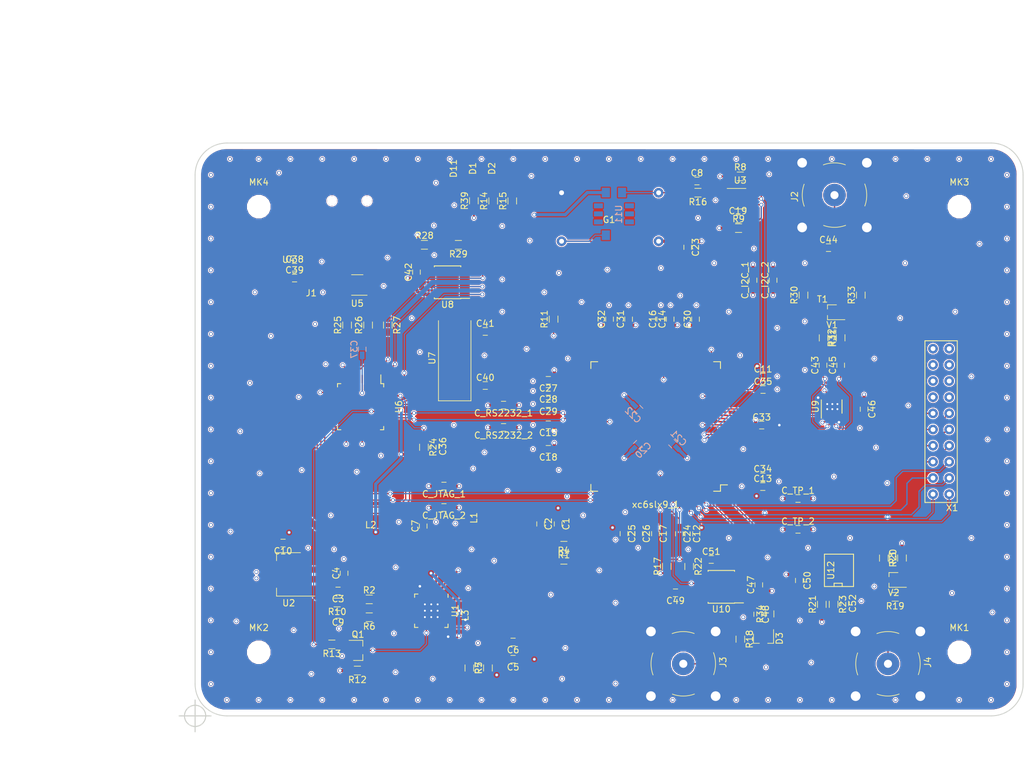
<source format=kicad_pcb>
(kicad_pcb (version 4) (host pcbnew 4.0.6)
  (title_block (title FrequencyCounter) (date 2017-07-19) (rev 01) (company COMLAB) (comment 1 "Draw: Lukas Jenni") (comment 2 "Review: "))
  (layers (0 F.Cu signal) (1 In1.Cu power) (2 In2.Cu power) (31 B.Cu signal) (34 B.Paste user) (35 F.Paste user) (36 B.SilkS user) (37 F.SilkS user) (38 B.Mask user) (39 F.Mask user) (44 Edge.Cuts user))
  (net 0 "")
  (net 1 +1.2V)
  (net 2 GND)
  (net 3 +5V)
  (net 4 +3V3)
  (net 5 "Net-(C36-Pad1)")
  (net 6 "Net-(C37-Pad2)")
  (net 7 "Net-(C38-Pad1)")
  (net 8 "Net-(C40-Pad1)")
  (net 9 "Net-(C41-Pad1)")
  (net 10 "Net-(C44-Pad1)")
  (net 11 /FPGA/Ext_Ref_Clk)
  (net 12 "Net-(C48-Pad1)")
  (net 13 /Signal_Input/CH_A)
  (net 14 "Net-(C49-Pad1)")
  (net 15 /Signal_Input/CH_B)
  (net 16 "Net-(D1-Pad2)")
  (net 17 "Net-(D2-Pad2)")
  (net 18 "Net-(L1-Pad1)")
  (net 19 "Net-(L2-Pad1)")
  (net 20 "Net-(L3-Pad1)")
  (net 21 "Net-(R1-Pad2)")
  (net 22 "Net-(R2-Pad2)")
  (net 23 "Net-(R5-Pad2)")
  (net 24 DONE_LED)
  (net 25 WORK_LED)
  (net 26 "Net-(R28-Pad2)")
  (net 27 "Net-(R31-Pad2)")
  (net 28 "Net-(U1-Pad10)")
  (net 29 "Net-(U1-Pad12)")
  (net 30 "Net-(U1-Pad14)")
  (net 31 "Net-(U1-Pad21)")
  (net 32 "Net-(U5-Pad1)")
  (net 33 "Net-(U6-Pad1)")
  (net 34 "Net-(U6-Pad11)")
  (net 35 "Net-(U6-Pad12)")
  (net 36 "Net-(U6-Pad13)")
  (net 37 "Net-(U6-Pad15)")
  (net 38 "Net-(U6-Pad16)")
  (net 39 "Net-(U6-Pad17)")
  (net 40 "Net-(U6-Pad19)")
  (net 41 "Net-(U6-Pad20)")
  (net 42 /FPGA/TMS)
  (net 43 /FPGA/TDI)
  (net 44 /FPGA/TCK)
  (net 45 "Net-(U6-Pad29)")
  (net 46 "Net-(U6-Pad30)")
  (net 47 "Net-(U6-Pad32)")
  (net 48 "Net-(U6-Pad33)")
  (net 49 "Net-(U6-Pad35)")
  (net 50 "Net-(U6-Pad36)")
  (net 51 "Net-(U6-Pad37)")
  (net 52 "Net-(U6-Pad38)")
  (net 53 /USB_JTAG/RXD)
  (net 54 /FPGA/RXD)
  (net 55 "Net-(U6-Pad48)")
  (net 56 "Net-(U8-Pad7)")
  (net 57 "Net-(U9-Pad9)")
  (net 58 /FPGA/Clk_A)
  (net 59 /FPGA/Clk_B)
  (net 60 "Net-(xc6slx9_1-Pad1)")
  (net 61 "Net-(xc6slx9_1-Pad2)")
  (net 62 "Net-(xc6slx9_1-Pad26)")
  (net 63 "Net-(xc6slx9_1-Pad27)")
  (net 64 "Net-(xc6slx9_1-Pad29)")
  (net 65 "Net-(xc6slx9_1-Pad30)")
  (net 66 "Net-(xc6slx9_1-Pad38)")
  (net 67 "Net-(xc6slx9_1-Pad40)")
  (net 68 "Net-(xc6slx9_1-Pad41)")
  (net 69 "Net-(xc6slx9_1-Pad43)")
  (net 70 "Net-(xc6slx9_1-Pad44)")
  (net 71 "Net-(xc6slx9_1-Pad45)")
  (net 72 "Net-(xc6slx9_1-Pad47)")
  (net 73 "Net-(xc6slx9_1-Pad61)")
  (net 74 "Net-(xc6slx9_1-Pad64)")
  (net 75 "Net-(xc6slx9_1-Pad67)")
  (net 76 "Net-(xc6slx9_1-Pad72)")
  (net 77 "Net-(xc6slx9_1-Pad74)")
  (net 78 "Net-(xc6slx9_1-Pad78)")
  (net 79 "Net-(xc6slx9_1-Pad92)")
  (net 80 "Net-(xc6slx9_1-Pad97)")
  (net 81 "Net-(xc6slx9_1-Pad99)")
  (net 82 "Net-(xc6slx9_1-Pad101)")
  (net 83 "Net-(xc6slx9_1-Pad104)")
  (net 84 "Net-(xc6slx9_1-Pad111)")
  (net 85 "Net-(xc6slx9_1-Pad112)")
  (net 86 "Net-(xc6slx9_1-Pad114)")
  (net 87 "Net-(xc6slx9_1-Pad115)")
  (net 88 "Net-(xc6slx9_1-Pad116)")
  (net 89 "Net-(xc6slx9_1-Pad118)")
  (net 90 "Net-(xc6slx9_1-Pad142)")
  (net 91 "Net-(R10-Pad2)")
  (net 92 "Net-(R27-Pad2)")
  (net 93 "Net-(R29-Pad1)")
  (net 94 /USB_JTAG/D-)
  (net 95 /USB_JTAG/D+)
  (net 96 /USB_JTAG/R27+)
  (net 97 /USB_JTAG/R27-)
  (net 98 /Signal_Input/T1+)
  (net 99 /Signal_Input/T1-)
  (net 100 /Signal_Input/IN+)
  (net 101 /Signal_Input/V1+)
  (net 102 /Signal_Input/IN-)
  (net 103 /Signal_Input/V1-)
  (net 104 SDA_DAC)
  (net 105 SCL_DAC)
  (net 106 "Net-(xc6slx9_1-Pad95)")
  (net 107 "Net-(xc6slx9_1-Pad75)")
  (net 108 "Net-(xc6slx9_1-Pad79)")
  (net 109 "Net-(xc6slx9_1-Pad81)")
  (net 110 "Net-(xc6slx9_1-Pad83)")
  (net 111 "Net-(xc6slx9_1-Pad98)")
  (net 112 "Net-(xc6slx9_1-Pad100)")
  (net 113 "Net-(xc6slx9_1-Pad102)")
  (net 114 "Net-(xc6slx9_1-Pad105)")
  (net 115 "Net-(U1-Pad11)")
  (net 116 "Net-(U1-Pad16)")
  (net 117 /Signal_Input/Ext_Ref)
  (net 118 /FPGA/TDO)
  (net 119 +3V6)
  (net 120 +3V3_FPGA)
  (net 121 "Net-(D11-Pad2)")
  (net 122 TP1)
  (net 123 TP2)
  (net 124 TP3)
  (net 125 TP4)
  (net 126 TP5)
  (net 127 TP6)
  (net 128 TP7)
  (net 129 TP8)
  (net 130 "Net-(X1-Pad20)")
  (net 131 "Net-(X1-Pad18)")
  (net 132 "Net-(X1-Pad17)")
  (net 133 "Net-(X1-Pad19)")
  (net 134 "Net-(X1-Pad13)")
  (net 135 "Net-(X1-Pad14)")
  (net 136 "Net-(X1-Pad16)")
  (net 137 "Net-(X1-Pad15)")
  (net 138 Int_Ref_Clk)
  (net 139 "Net-(xc6slx9_1-Pad33)")
  (net 140 "Net-(xc6slx9_1-Pad35)")
  (net 141 TP9)
  (net 142 TP10)
  (net 143 "Net-(C8-Pad1)")
  (net 144 "Net-(R16-Pad1)")
  (net 145 "Net-(xc6slx9_1-Pad48)")
  (net 146 "Net-(xc6slx9_1-Pad51)")
  (net 147 "Net-(xc6slx9_1-Pad55)")
  (net 148 "Net-(xc6slx9_1-Pad80)")
  (net 149 "Net-(xc6slx9_1-Pad82)")
  (net 150 "Net-(U6-Pad27)")
  (net 151 "Net-(U6-Pad28)")
  (net 152 "Net-(xc6slx9_1-Pad11)")
  (net 153 "Net-(xc6slx9_1-Pad12)")
  (net 154 "Net-(xc6slx9_1-Pad117)")
  (net 155 "Net-(xc6slx9_1-Pad119)")
  (net 156 "Net-(xc6slx9_1-Pad57)")
  (net 157 "Net-(xc6slx9_1-Pad58)")
  (net 158 "Net-(xc6slx9_1-Pad93)")
  (net 159 "Net-(xc6slx9_1-Pad94)")
  (net 160 "Net-(xc6slx9_1-Pad84)")
  (net 161 "Net-(xc6slx9_1-Pad85)")
  (net 162 "Net-(C51-Pad2)")
  (net 163 "Net-(xc6slx9_1-Pad10)")
  (net 164 "Net-(xc6slx9_1-Pad21)")
  (net 165 "Net-(xc6slx9_1-Pad32)")
  (net 166 "Net-(xc6slx9_1-Pad34)")
  (net 167 "Net-(xc6slx9_1-Pad46)")
  (net 168 "Net-(xc6slx9_1-Pad59)")
  (net 169 "Net-(xc6slx9_1-Pad62)")
  (net 170 "Net-(xc6slx9_1-Pad121)")
  (net 171 "Net-(xc6slx9_1-Pad123)")
  (net 172 "Net-(xc6slx9_1-Pad124)")
  (net 173 "Net-(xc6slx9_1-Pad126)")
  (net 174 "Net-(xc6slx9_1-Pad127)")
  (net 175 "Net-(xc6slx9_1-Pad131)")
  (net 176 "Net-(xc6slx9_1-Pad133)")
  (net 177 /FPGA/EN_EXTREF_FILTB)
  (net 178 /FPGA/EN_EXTREF_FILTA)
  (net 179 "Net-(xc6slx9_1-Pad120)")
  (net 180 "Net-(xc6slx9_1-Pad23)")
  (net 181 "Net-(xc6slx9_1-Pad50)")
  (net 182 "Net-(J3-Pad1)")
  (net 183 "Net-(J4-Pad1)")
  (net 184 "Net-(xc6slx9_1-Pad39)")
  (net 185 "Net-(xc6slx9_1-Pad70)")
  (net 186 "Net-(Q1-Pad1)")
  (net 187 /Power_Supply/~RESET)
  (net 188 "Net-(R13-Pad2)")
  (net 189 /FPGA/DIV_SW2)
  (net 190 /FPGA/DIV_SW1)
  (net 191 "Net-(C52-Pad1)")
  (module tx176 (layer B.Cu) (at 138.26 63.63 270)
    (fp_text reference U11 (at 3.56 1.74 270) (layer B.SilkS) (effects (justify mirror)))
    (fp_text value tx176)
    (pad 9 smd rect (at 0.15 3.77 270) (size 1.524 1.28) (layers B.Cu B.Paste B.Mask) (net 4 +3V3))
    (pad 10 smd rect (at 0.15 1.23 270) (size 1.524 1.28) (layers B.Cu B.Paste B.Mask) (net 143 "Net-(C8-Pad1)"))
    (pad 5 smd rect (at 6.85 3.77 270) (size 1.524 1.28) (layers B.Cu B.Paste B.Mask) (net 138 Int_Ref_Clk))
    (pad 4 smd rect (at 6.85 1.23 270) (size 1.524 1.28) (layers B.Cu B.Paste B.Mask) (net 2 GND))
    (pad 1 smd rect (at 2.23 0.06 270) (size 0.78 1.4) (layers B.Cu B.Paste B.Mask))
    (pad 2 smd rect (at 3.5 0.06 270) (size 0.78 1.4) (layers B.Cu B.Paste B.Mask))
    (pad 3 smd rect (at 4.77 0.06 270) (size 0.78 1.4) (layers B.Cu B.Paste B.Mask))
    (pad 6 smd rect (at 4.77 4.94 270) (size 0.78 1.4) (layers B.Cu B.Paste B.Mask))
    (pad 7 smd rect (at 3.5 4.94 270) (size 0.78 1.4) (layers B.Cu B.Paste B.Mask))
    (pad 8 smd rect (at 2.23 4.94 270) (size 0.78 1.4) (layers B.Cu B.Paste B.Mask))
  )
  (module Crystal_SMD_HC49-SD (layer F.Cu) (at 110.76 89.8 90)
    (fp_text reference U7 (at 0 -3.55 90) (layer F.SilkS))
    (fp_text value 6MHz_Crystal)
    (pad 1 smd rect (at -4.5 0 90) (size 6 2) (layers F.Cu F.Paste F.Mask) (net 8 "Net-(C40-Pad1)"))
    (pad 2 smd rect (at 4.5 0 90) (size 6 2) (layers F.Cu F.Paste F.Mask) (net 9 "Net-(C41-Pad1)"))
  )
  (module LPS5030 (layer F.Cu) (at 97.57 120.4 180)
    (fp_text reference L2 (at 0 4.4 180) (layer F.SilkS))
    (fp_text value 2.2u)
    (pad 1 smd rect (at -0.01 0.75 180) (size 1.6 1.7) (layers F.Cu F.Paste F.Mask) (net 19 "Net-(L2-Pad1)"))
    (pad 2 smd rect (at 0 -4.06 180) (size 1.6 1.7) (layers F.Cu F.Paste F.Mask) (net 119 +3V6))
  )
  (module Housings_QFP:LQFP-48_7x7mm_Pitch0.5mm (layer F.Cu) (at 95.9839 97.4242 270)
    (fp_text reference U6 (at 0 -6 270) (layer F.SilkS))
    (fp_text value FT2232D)
    (pad 1 smd rect (at -4.35 -2.75 270) (size 1.3 0.25) (layers F.Cu F.Paste F.Mask) (net 33 "Net-(U6-Pad1)"))
    (pad 2 smd rect (at -4.35 -2.25 270) (size 1.3 0.25) (layers F.Cu F.Paste F.Mask) (net 93 "Net-(R29-Pad1)"))
    (pad 3 smd rect (at -4.35 -1.75 270) (size 1.3 0.25) (layers F.Cu F.Paste F.Mask) (net 3 +5V))
    (pad 4 smd rect (at -4.35 -1.25 270) (size 1.3 0.25) (layers F.Cu F.Paste F.Mask) (net 3 +5V))
    (pad 5 smd rect (at -4.35 -0.75 270) (size 1.3 0.25) (layers F.Cu F.Paste F.Mask) (net 92 "Net-(R27-Pad2)"))
    (pad 6 smd rect (at -4.35 -0.25 270) (size 1.3 0.25) (layers F.Cu F.Paste F.Mask) (net 6 "Net-(C37-Pad2)"))
    (pad 7 smd rect (at -4.35 0.25 270) (size 1.3 0.25) (layers F.Cu F.Paste F.Mask) (net 96 /USB_JTAG/R27+))
    (pad 8 smd rect (at -4.35 0.75 270) (size 1.3 0.25) (layers F.Cu F.Paste F.Mask) (net 97 /USB_JTAG/R27-))
    (pad 9 smd rect (at -4.35 1.25 270) (size 1.3 0.25) (layers F.Cu F.Paste F.Mask) (net 2 GND))
    (pad 10 smd rect (at -4.35 1.75 270) (size 1.3 0.25) (layers F.Cu F.Paste F.Mask) (net 4 +3V3))
    (pad 11 smd rect (at -4.35 2.25 270) (size 1.3 0.25) (layers F.Cu F.Paste F.Mask) (net 34 "Net-(U6-Pad11)"))
    (pad 12 smd rect (at -4.35 2.75 270) (size 1.3 0.25) (layers F.Cu F.Paste F.Mask) (net 35 "Net-(U6-Pad12)"))
    (pad 13 smd rect (at -2.75 4.35) (size 1.3 0.25) (layers F.Cu F.Paste F.Mask) (net 36 "Net-(U6-Pad13)"))
    (pad 14 smd rect (at -2.25 4.35) (size 1.3 0.25) (layers F.Cu F.Paste F.Mask) (net 4 +3V3))
    (pad 15 smd rect (at -1.75 4.35) (size 1.3 0.25) (layers F.Cu F.Paste F.Mask) (net 37 "Net-(U6-Pad15)"))
    (pad 16 smd rect (at -1.25 4.35) (size 1.3 0.25) (layers F.Cu F.Paste F.Mask) (net 38 "Net-(U6-Pad16)"))
    (pad 17 smd rect (at -0.75 4.35) (size 1.3 0.25) (layers F.Cu F.Paste F.Mask) (net 39 "Net-(U6-Pad17)"))
    (pad 18 smd rect (at -0.25 4.35) (size 1.3 0.25) (layers F.Cu F.Paste F.Mask) (net 2 GND))
    (pad 19 smd rect (at 0.25 4.35) (size 1.3 0.25) (layers F.Cu F.Paste F.Mask) (net 40 "Net-(U6-Pad19)"))
    (pad 20 smd rect (at 0.75 4.35) (size 1.3 0.25) (layers F.Cu F.Paste F.Mask) (net 41 "Net-(U6-Pad20)"))
    (pad 21 smd rect (at 1.25 4.35) (size 1.3 0.25) (layers F.Cu F.Paste F.Mask) (net 42 /FPGA/TMS))
    (pad 22 smd rect (at 1.75 4.35) (size 1.3 0.25) (layers F.Cu F.Paste F.Mask) (net 118 /FPGA/TDO))
    (pad 23 smd rect (at 2.25 4.35) (size 1.3 0.25) (layers F.Cu F.Paste F.Mask) (net 43 /FPGA/TDI))
    (pad 24 smd rect (at 2.75 4.35) (size 1.3 0.25) (layers F.Cu F.Paste F.Mask) (net 44 /FPGA/TCK))
    (pad 25 smd rect (at 4.35 2.75 270) (size 1.3 0.25) (layers F.Cu F.Paste F.Mask) (net 2 GND))
    (pad 26 smd rect (at 4.35 2.25 270) (size 1.3 0.25) (layers F.Cu F.Paste F.Mask) (net 4 +3V3))
    (pad 27 smd rect (at 4.35 1.75 270) (size 1.3 0.25) (layers F.Cu F.Paste F.Mask) (net 150 "Net-(U6-Pad27)"))
    (pad 28 smd rect (at 4.35 1.25 270) (size 1.3 0.25) (layers F.Cu F.Paste F.Mask) (net 151 "Net-(U6-Pad28)"))
    (pad 29 smd rect (at 4.35 0.75 270) (size 1.3 0.25) (layers F.Cu F.Paste F.Mask) (net 45 "Net-(U6-Pad29)"))
    (pad 30 smd rect (at 4.35 0.25 270) (size 1.3 0.25) (layers F.Cu F.Paste F.Mask) (net 46 "Net-(U6-Pad30)"))
    (pad 31 smd rect (at 4.35 -0.25 270) (size 1.3 0.25) (layers F.Cu F.Paste F.Mask) (net 4 +3V3))
    (pad 32 smd rect (at 4.35 -0.75 270) (size 1.3 0.25) (layers F.Cu F.Paste F.Mask) (net 47 "Net-(U6-Pad32)"))
    (pad 33 smd rect (at 4.35 -1.25 270) (size 1.3 0.25) (layers F.Cu F.Paste F.Mask) (net 48 "Net-(U6-Pad33)"))
    (pad 34 smd rect (at 4.35 -1.75 270) (size 1.3 0.25) (layers F.Cu F.Paste F.Mask) (net 2 GND))
    (pad 35 smd rect (at 4.35 -2.25 270) (size 1.3 0.25) (layers F.Cu F.Paste F.Mask) (net 49 "Net-(U6-Pad35)"))
    (pad 36 smd rect (at 4.35 -2.75 270) (size 1.3 0.25) (layers F.Cu F.Paste F.Mask) (net 50 "Net-(U6-Pad36)"))
    (pad 37 smd rect (at 2.75 -4.35) (size 1.3 0.25) (layers F.Cu F.Paste F.Mask) (net 51 "Net-(U6-Pad37)"))
    (pad 38 smd rect (at 2.25 -4.35) (size 1.3 0.25) (layers F.Cu F.Paste F.Mask) (net 52 "Net-(U6-Pad38)"))
    (pad 39 smd rect (at 1.75 -4.35) (size 1.3 0.25) (layers F.Cu F.Paste F.Mask) (net 53 /USB_JTAG/RXD))
    (pad 40 smd rect (at 1.25 -4.35) (size 1.3 0.25) (layers F.Cu F.Paste F.Mask) (net 54 /FPGA/RXD))
    (pad 41 smd rect (at 0.75 -4.35) (size 1.3 0.25) (layers F.Cu F.Paste F.Mask) (net 188 "Net-(R13-Pad2)"))
    (pad 42 smd rect (at 0.25 -4.35) (size 1.3 0.25) (layers F.Cu F.Paste F.Mask) (net 3 +5V))
    (pad 43 smd rect (at -0.25 -4.35) (size 1.3 0.25) (layers F.Cu F.Paste F.Mask) (net 8 "Net-(C40-Pad1)"))
    (pad 44 smd rect (at -0.75 -4.35) (size 1.3 0.25) (layers F.Cu F.Paste F.Mask) (net 9 "Net-(C41-Pad1)"))
    (pad 45 smd rect (at -1.25 -4.35) (size 1.3 0.25) (layers F.Cu F.Paste F.Mask) (net 2 GND))
    (pad 46 smd rect (at -1.75 -4.35) (size 1.3 0.25) (layers F.Cu F.Paste F.Mask) (net 5 "Net-(C36-Pad1)"))
    (pad 47 smd rect (at -2.25 -4.35) (size 1.3 0.25) (layers F.Cu F.Paste F.Mask) (net 2 GND))
    (pad 48 smd rect (at -2.75 -4.35) (size 1.3 0.25) (layers F.Cu F.Paste F.Mask) (net 55 "Net-(U6-Pad48)"))
  )
  (module Footprints_LJ:Stiftleiste_2x10Pm_R2.54 (layer F.Cu) (at 187.17 99.77 90)
    (fp_text reference X1 (at -13.55 1.69 360) (layer F.SilkS))
    (fp_text value Stiftleiste_2x10Pm_R2.54)
    (pad 4 thru_hole circle (at -8.86 -1.31 90) (size 1.524 1.524) (drill 0.762) (layers *.Cu *.Mask) (net 125 TP4))
    (pad 1 thru_hole circle (at -11.4 1.23 90) (size 1.524 1.524) (drill 0.762) (layers *.Cu *.Mask) (net 122 TP1))
    (pad 3 thru_hole circle (at -8.86 1.23 90) (size 1.524 1.524) (drill 0.762) (layers *.Cu *.Mask) (net 124 TP3))
    (pad 2 thru_hole circle (at -11.4 -1.31 90) (size 1.524 1.524) (drill 0.762) (layers *.Cu *.Mask) (net 123 TP2))
    (pad 6 thru_hole circle (at -6.32 -1.31 90) (size 1.524 1.524) (drill 0.762) (layers *.Cu *.Mask) (net 127 TP6))
    (pad 5 thru_hole circle (at -6.32 1.23 90) (size 1.524 1.524) (drill 0.762) (layers *.Cu *.Mask) (net 126 TP5))
    (pad 8 thru_hole circle (at -3.78 -1.31 90) (size 1.524 1.524) (drill 0.762) (layers *.Cu *.Mask) (net 129 TP8))
    (pad 7 thru_hole circle (at -3.78 1.23 90) (size 1.524 1.524) (drill 0.762) (layers *.Cu *.Mask) (net 128 TP7))
    (pad 10 thru_hole circle (at -1.24 -1.31 90) (size 1.524 1.524) (drill 0.762) (layers *.Cu *.Mask) (net 142 TP10))
    (pad 9 thru_hole circle (at -1.24 1.23 90) (size 1.524 1.524) (drill 0.762) (layers *.Cu *.Mask) (net 141 TP9))
    (pad 11 thru_hole circle (at 1.3 1.23 90) (size 1.524 1.524) (drill 0.762) (layers *.Cu *.Mask) (net 105 SCL_DAC))
    (pad 12 thru_hole circle (at 1.3 -1.31 90) (size 1.524 1.524) (drill 0.762) (layers *.Cu *.Mask) (net 104 SDA_DAC))
    (pad 20 thru_hole circle (at 11.46 -1.31 90) (size 1.524 1.524) (drill 0.762) (layers *.Cu *.Mask) (net 130 "Net-(X1-Pad20)"))
    (pad 18 thru_hole circle (at 8.92 -1.31 90) (size 1.524 1.524) (drill 0.762) (layers *.Cu *.Mask) (net 131 "Net-(X1-Pad18)"))
    (pad 17 thru_hole circle (at 8.92 1.23 90) (size 1.524 1.524) (drill 0.762) (layers *.Cu *.Mask) (net 132 "Net-(X1-Pad17)"))
    (pad 19 thru_hole circle (at 11.46 1.23 90) (size 1.524 1.524) (drill 0.762) (layers *.Cu *.Mask) (net 133 "Net-(X1-Pad19)"))
    (pad 13 thru_hole circle (at 3.84 1.23 90) (size 1.524 1.524) (drill 0.762) (layers *.Cu *.Mask) (net 134 "Net-(X1-Pad13)"))
    (pad 14 thru_hole circle (at 3.84 -1.31 90) (size 1.524 1.524) (drill 0.762) (layers *.Cu *.Mask) (net 135 "Net-(X1-Pad14)"))
    (pad 16 thru_hole circle (at 6.38 -1.31 90) (size 1.524 1.524) (drill 0.762) (layers *.Cu *.Mask) (net 136 "Net-(X1-Pad16)"))
    (pad 15 thru_hole circle (at 6.38 1.23 90) (size 1.524 1.524) (drill 0.762) (layers *.Cu *.Mask) (net 137 "Net-(X1-Pad15)"))
  )
  (module Capacitors_SMD:C_0603_HandSoldering (layer F.Cu) (at 168.59 90.91 90)
    (fp_text reference C43 (at 0 -1.25 90) (layer F.SilkS))
    (fp_text value 100n)
    (pad 1 smd rect (at -0.95 0 90) (size 1.2 0.75) (layers F.Cu F.Paste F.Mask) (net 100 /Signal_Input/IN+))
    (pad 2 smd rect (at 0.95 0 90) (size 1.2 0.75) (layers F.Cu F.Paste F.Mask) (net 101 /Signal_Input/V1+))
  )
  (module Capacitors_SMD:C_0603_HandSoldering (layer F.Cu) (at 145.43 126.66 180)
    (fp_text reference C49 (at 0 -1.25 180) (layer F.SilkS))
    (fp_text value 1n)
    (pad 1 smd rect (at -0.95 0 180) (size 1.2 0.75) (layers F.Cu F.Paste F.Mask) (net 14 "Net-(C49-Pad1)"))
    (pad 2 smd rect (at 0.95 0 180) (size 1.2 0.75) (layers F.Cu F.Paste F.Mask) (net 2 GND))
  )
  (module Footprints_LJ:bncf-horizontal (layer F.Cu) (at 178.79 137.82 270)
    (fp_text reference J4 (at -0.25 -6.25 270) (layer F.SilkS))
    (fp_text value CONN_COAXIAL)
    (pad 2 thru_hole circle (at -5.08 -5.08 270) (size 3.81 3.81) (drill 1.524) (layers *.Cu *.Mask) (net 2 GND))
    (pad 1 thru_hole circle (at 0 0 270) (size 3.556 3.556) (drill 1.27) (layers *.Cu *.Mask) (net 183 "Net-(J4-Pad1)"))
    (pad 2 thru_hole circle (at 5.08 -5.08 270) (size 3.81 3.81) (drill 1.524) (layers *.Cu *.Mask) (net 2 GND))
    (pad 2 thru_hole circle (at -5.08 5.08 270) (size 3.81 3.81) (drill 1.524) (layers *.Cu *.Mask) (net 2 GND))
    (pad 2 thru_hole circle (at 5.08 5.08 270) (size 3.81 3.81) (drill 1.524) (layers *.Cu *.Mask) (net 2 GND))
  )
  (module Housings_QFP:TQFP-144_20x20mm_Pitch0.5mm (layer F.Cu) (at 142.312215 100.529851 180)
    (fp_text reference xc6slx9_1 (at 0 -12.275 180) (layer F.SilkS))
    (fp_text value xc6slx9_144)
    (pad 1 smd rect (at -10.55 -8.75 180) (size 1.45 0.25) (layers F.Cu F.Paste F.Mask) (net 60 "Net-(xc6slx9_1-Pad1)"))
    (pad 2 smd rect (at -10.55 -8.25 180) (size 1.45 0.25) (layers F.Cu F.Paste F.Mask) (net 61 "Net-(xc6slx9_1-Pad2)"))
    (pad 3 smd rect (at -10.55 -7.75 180) (size 1.45 0.25) (layers F.Cu F.Paste F.Mask) (net 2 GND))
    (pad 4 smd rect (at -10.55 -7.25 180) (size 1.45 0.25) (layers F.Cu F.Paste F.Mask) (net 120 +3V3_FPGA))
    (pad 5 smd rect (at -10.55 -6.75 180) (size 1.45 0.25) (layers F.Cu F.Paste F.Mask) (net 127 TP6))
    (pad 6 smd rect (at -10.55 -6.25 180) (size 1.45 0.25) (layers F.Cu F.Paste F.Mask) (net 128 TP7))
    (pad 7 smd rect (at -10.55 -5.75 180) (size 1.45 0.25) (layers F.Cu F.Paste F.Mask) (net 129 TP8))
    (pad 8 smd rect (at -10.55 -5.25 180) (size 1.45 0.25) (layers F.Cu F.Paste F.Mask) (net 141 TP9))
    (pad 9 smd rect (at -10.55 -4.75 180) (size 1.45 0.25) (layers F.Cu F.Paste F.Mask) (net 142 TP10))
    (pad 10 smd rect (at -10.55 -4.25 180) (size 1.45 0.25) (layers F.Cu F.Paste F.Mask) (net 163 "Net-(xc6slx9_1-Pad10)"))
    (pad 11 smd rect (at -10.55 -3.75 180) (size 1.45 0.25) (layers F.Cu F.Paste F.Mask) (net 152 "Net-(xc6slx9_1-Pad11)"))
    (pad 12 smd rect (at -10.55 -3.25 180) (size 1.45 0.25) (layers F.Cu F.Paste F.Mask) (net 153 "Net-(xc6slx9_1-Pad12)"))
    (pad 13 smd rect (at -10.55 -2.75 180) (size 1.45 0.25) (layers F.Cu F.Paste F.Mask) (net 2 GND))
    (pad 14 smd rect (at -10.55 -2.25 180) (size 1.45 0.25) (layers F.Cu F.Paste F.Mask) (net 59 /FPGA/Clk_B))
    (pad 15 smd rect (at -10.55 -1.75 180) (size 1.45 0.25) (layers F.Cu F.Paste F.Mask) (net 105 SCL_DAC))
    (pad 16 smd rect (at -10.55 -1.25 180) (size 1.45 0.25) (layers F.Cu F.Paste F.Mask) (net 104 SDA_DAC))
    (pad 17 smd rect (at -10.55 -0.75 180) (size 1.45 0.25) (layers F.Cu F.Paste F.Mask) (net 177 /FPGA/EN_EXTREF_FILTB))
    (pad 18 smd rect (at -10.55 -0.25 180) (size 1.45 0.25) (layers F.Cu F.Paste F.Mask) (net 120 +3V3_FPGA))
    (pad 19 smd rect (at -10.55 0.25 180) (size 1.45 0.25) (layers F.Cu F.Paste F.Mask) (net 1 +1.2V))
    (pad 20 smd rect (at -10.55 0.75 180) (size 1.45 0.25) (layers F.Cu F.Paste F.Mask) (net 120 +3V3_FPGA))
    (pad 21 smd rect (at -10.55 1.25 180) (size 1.45 0.25) (layers F.Cu F.Paste F.Mask) (net 164 "Net-(xc6slx9_1-Pad21)"))
    (pad 22 smd rect (at -10.55 1.75 180) (size 1.45 0.25) (layers F.Cu F.Paste F.Mask) (net 178 /FPGA/EN_EXTREF_FILTA))
    (pad 23 smd rect (at -10.55 2.25 180) (size 1.45 0.25) (layers F.Cu F.Paste F.Mask) (net 180 "Net-(xc6slx9_1-Pad23)"))
    (pad 24 smd rect (at -10.55 2.75 180) (size 1.45 0.25) (layers F.Cu F.Paste F.Mask) (net 11 /FPGA/Ext_Ref_Clk))
    (pad 25 smd rect (at -10.55 3.25 180) (size 1.45 0.25) (layers F.Cu F.Paste F.Mask) (net 2 GND))
    (pad 26 smd rect (at -10.55 3.75 180) (size 1.45 0.25) (layers F.Cu F.Paste F.Mask) (net 62 "Net-(xc6slx9_1-Pad26)"))
    (pad 27 smd rect (at -10.55 4.25 180) (size 1.45 0.25) (layers F.Cu F.Paste F.Mask) (net 63 "Net-(xc6slx9_1-Pad27)"))
    (pad 28 smd rect (at -10.55 4.75 180) (size 1.45 0.25) (layers F.Cu F.Paste F.Mask) (net 1 +1.2V))
    (pad 29 smd rect (at -10.55 5.25 180) (size 1.45 0.25) (layers F.Cu F.Paste F.Mask) (net 64 "Net-(xc6slx9_1-Pad29)"))
    (pad 30 smd rect (at -10.55 5.75 180) (size 1.45 0.25) (layers F.Cu F.Paste F.Mask) (net 65 "Net-(xc6slx9_1-Pad30)"))
    (pad 31 smd rect (at -10.55 6.25 180) (size 1.45 0.25) (layers F.Cu F.Paste F.Mask) (net 120 +3V3_FPGA))
    (pad 32 smd rect (at -10.55 6.75 180) (size 1.45 0.25) (layers F.Cu F.Paste F.Mask) (net 165 "Net-(xc6slx9_1-Pad32)"))
    (pad 33 smd rect (at -10.55 7.25 180) (size 1.45 0.25) (layers F.Cu F.Paste F.Mask) (net 139 "Net-(xc6slx9_1-Pad33)"))
    (pad 34 smd rect (at -10.55 7.75 180) (size 1.45 0.25) (layers F.Cu F.Paste F.Mask) (net 166 "Net-(xc6slx9_1-Pad34)"))
    (pad 35 smd rect (at -10.55 8.25 180) (size 1.45 0.25) (layers F.Cu F.Paste F.Mask) (net 140 "Net-(xc6slx9_1-Pad35)"))
    (pad 36 smd rect (at -10.55 8.75 180) (size 1.45 0.25) (layers F.Cu F.Paste F.Mask) (net 120 +3V3_FPGA))
    (pad 37 smd rect (at -8.75 10.55 270) (size 1.45 0.25) (layers F.Cu F.Paste F.Mask) (net 120 +3V3_FPGA))
    (pad 38 smd rect (at -8.25 10.55 270) (size 1.45 0.25) (layers F.Cu F.Paste F.Mask) (net 66 "Net-(xc6slx9_1-Pad38)"))
    (pad 39 smd rect (at -7.75 10.55 270) (size 1.45 0.25) (layers F.Cu F.Paste F.Mask) (net 184 "Net-(xc6slx9_1-Pad39)"))
    (pad 40 smd rect (at -7.25 10.55 270) (size 1.45 0.25) (layers F.Cu F.Paste F.Mask) (net 67 "Net-(xc6slx9_1-Pad40)"))
    (pad 41 smd rect (at -6.75 10.55 270) (size 1.45 0.25) (layers F.Cu F.Paste F.Mask) (net 68 "Net-(xc6slx9_1-Pad41)"))
    (pad 42 smd rect (at -6.25 10.55 270) (size 1.45 0.25) (layers F.Cu F.Paste F.Mask) (net 120 +3V3_FPGA))
    (pad 43 smd rect (at -5.75 10.55 270) (size 1.45 0.25) (layers F.Cu F.Paste F.Mask) (net 69 "Net-(xc6slx9_1-Pad43)"))
    (pad 44 smd rect (at -5.25 10.55 270) (size 1.45 0.25) (layers F.Cu F.Paste F.Mask) (net 70 "Net-(xc6slx9_1-Pad44)"))
    (pad 45 smd rect (at -4.75 10.55 270) (size 1.45 0.25) (layers F.Cu F.Paste F.Mask) (net 71 "Net-(xc6slx9_1-Pad45)"))
    (pad 46 smd rect (at -4.25 10.55 270) (size 1.45 0.25) (layers F.Cu F.Paste F.Mask) (net 167 "Net-(xc6slx9_1-Pad46)"))
    (pad 47 smd rect (at -3.75 10.55 270) (size 1.45 0.25) (layers F.Cu F.Paste F.Mask) (net 72 "Net-(xc6slx9_1-Pad47)"))
    (pad 48 smd rect (at -3.25 10.55 270) (size 1.45 0.25) (layers F.Cu F.Paste F.Mask) (net 145 "Net-(xc6slx9_1-Pad48)"))
    (pad 49 smd rect (at -2.75 10.55 270) (size 1.45 0.25) (layers F.Cu F.Paste F.Mask) (net 2 GND))
    (pad 50 smd rect (at -2.25 10.55 270) (size 1.45 0.25) (layers F.Cu F.Paste F.Mask) (net 181 "Net-(xc6slx9_1-Pad50)"))
    (pad 51 smd rect (at -1.75 10.55 270) (size 1.45 0.25) (layers F.Cu F.Paste F.Mask) (net 146 "Net-(xc6slx9_1-Pad51)"))
    (pad 52 smd rect (at -1.25 10.55 270) (size 1.45 0.25) (layers F.Cu F.Paste F.Mask) (net 1 +1.2V))
    (pad 53 smd rect (at -0.75 10.55 270) (size 1.45 0.25) (layers F.Cu F.Paste F.Mask) (net 120 +3V3_FPGA))
    (pad 54 smd rect (at -0.25 10.55 270) (size 1.45 0.25) (layers F.Cu F.Paste F.Mask) (net 2 GND))
    (pad 55 smd rect (at 0.25 10.55 270) (size 1.45 0.25) (layers F.Cu F.Paste F.Mask) (net 147 "Net-(xc6slx9_1-Pad55)"))
    (pad 56 smd rect (at 0.75 10.55 270) (size 1.45 0.25) (layers F.Cu F.Paste F.Mask) (net 138 Int_Ref_Clk))
    (pad 57 smd rect (at 1.25 10.55 270) (size 1.45 0.25) (layers F.Cu F.Paste F.Mask) (net 156 "Net-(xc6slx9_1-Pad57)"))
    (pad 58 smd rect (at 1.75 10.55 270) (size 1.45 0.25) (layers F.Cu F.Paste F.Mask) (net 157 "Net-(xc6slx9_1-Pad58)"))
    (pad 59 smd rect (at 2.25 10.55 270) (size 1.45 0.25) (layers F.Cu F.Paste F.Mask) (net 168 "Net-(xc6slx9_1-Pad59)"))
    (pad 60 smd rect (at 2.75 10.55 270) (size 1.45 0.25) (layers F.Cu F.Paste F.Mask) (net 2 GND))
    (pad 61 smd rect (at 3.25 10.55 270) (size 1.45 0.25) (layers F.Cu F.Paste F.Mask) (net 73 "Net-(xc6slx9_1-Pad61)"))
    (pad 62 smd rect (at 3.75 10.55 270) (size 1.45 0.25) (layers F.Cu F.Paste F.Mask) (net 169 "Net-(xc6slx9_1-Pad62)"))
    (pad 63 smd rect (at 4.25 10.55 270) (size 1.45 0.25) (layers F.Cu F.Paste F.Mask) (net 120 +3V3_FPGA))
    (pad 64 smd rect (at 4.75 10.55 270) (size 1.45 0.25) (layers F.Cu F.Paste F.Mask) (net 74 "Net-(xc6slx9_1-Pad64)"))
    (pad 65 smd rect (at 5.25 10.55 270) (size 1.45 0.25) (layers F.Cu F.Paste F.Mask) (net 120 +3V3_FPGA))
    (pad 66 smd rect (at 5.75 10.55 270) (size 1.45 0.25) (layers F.Cu F.Paste F.Mask) (net 25 WORK_LED))
    (pad 67 smd rect (at 6.25 10.55 270) (size 1.45 0.25) (layers F.Cu F.Paste F.Mask) (net 75 "Net-(xc6slx9_1-Pad67)"))
    (pad 68 smd rect (at 6.75 10.55 270) (size 1.45 0.25) (layers F.Cu F.Paste F.Mask) (net 2 GND))
    (pad 69 smd rect (at 7.25 10.55 270) (size 1.45 0.25) (layers F.Cu F.Paste F.Mask) (net 120 +3V3_FPGA))
    (pad 70 smd rect (at 7.75 10.55 270) (size 1.45 0.25) (layers F.Cu F.Paste F.Mask) (net 185 "Net-(xc6slx9_1-Pad70)"))
    (pad 71 smd rect (at 8.25 10.55 270) (size 1.45 0.25) (layers F.Cu F.Paste F.Mask) (net 24 DONE_LED))
    (pad 72 smd rect (at 8.75 10.55 270) (size 1.45 0.25) (layers F.Cu F.Paste F.Mask) (net 76 "Net-(xc6slx9_1-Pad72)"))
    (pad 73 smd rect (at 10.55 8.75 180) (size 1.45 0.25) (layers F.Cu F.Paste F.Mask) (net 2 GND))
    (pad 74 smd rect (at 10.55 8.25 180) (size 1.45 0.25) (layers F.Cu F.Paste F.Mask) (net 77 "Net-(xc6slx9_1-Pad74)"))
    (pad 75 smd rect (at 10.55 7.75 180) (size 1.45 0.25) (layers F.Cu F.Paste F.Mask) (net 107 "Net-(xc6slx9_1-Pad75)"))
    (pad 76 smd rect (at 10.55 7.25 180) (size 1.45 0.25) (layers F.Cu F.Paste F.Mask) (net 120 +3V3_FPGA))
    (pad 77 smd rect (at 10.55 6.75 180) (size 1.45 0.25) (layers F.Cu F.Paste F.Mask) (net 2 GND))
    (pad 78 smd rect (at 10.55 6.25 180) (size 1.45 0.25) (layers F.Cu F.Paste F.Mask) (net 78 "Net-(xc6slx9_1-Pad78)"))
    (pad 79 smd rect (at 10.55 5.75 180) (size 1.45 0.25) (layers F.Cu F.Paste F.Mask) (net 108 "Net-(xc6slx9_1-Pad79)"))
    (pad 80 smd rect (at 10.55 5.25 180) (size 1.45 0.25) (layers F.Cu F.Paste F.Mask) (net 148 "Net-(xc6slx9_1-Pad80)"))
    (pad 81 smd rect (at 10.55 4.75 180) (size 1.45 0.25) (layers F.Cu F.Paste F.Mask) (net 109 "Net-(xc6slx9_1-Pad81)"))
    (pad 82 smd rect (at 10.55 4.25 180) (size 1.45 0.25) (layers F.Cu F.Paste F.Mask) (net 149 "Net-(xc6slx9_1-Pad82)"))
    (pad 83 smd rect (at 10.55 3.75 180) (size 1.45 0.25) (layers F.Cu F.Paste F.Mask) (net 110 "Net-(xc6slx9_1-Pad83)"))
    (pad 84 smd rect (at 10.55 3.25 180) (size 1.45 0.25) (layers F.Cu F.Paste F.Mask) (net 160 "Net-(xc6slx9_1-Pad84)"))
    (pad 85 smd rect (at 10.55 2.75 180) (size 1.45 0.25) (layers F.Cu F.Paste F.Mask) (net 161 "Net-(xc6slx9_1-Pad85)"))
    (pad 86 smd rect (at 10.55 2.25 180) (size 1.45 0.25) (layers F.Cu F.Paste F.Mask) (net 120 +3V3_FPGA))
    (pad 87 smd rect (at 10.55 1.75 180) (size 1.45 0.25) (layers F.Cu F.Paste F.Mask) (net 54 /FPGA/RXD))
    (pad 88 smd rect (at 10.55 1.25 180) (size 1.45 0.25) (layers F.Cu F.Paste F.Mask) (net 53 /USB_JTAG/RXD))
    (pad 89 smd rect (at 10.55 0.75 180) (size 1.45 0.25) (layers F.Cu F.Paste F.Mask) (net 1 +1.2V))
    (pad 90 smd rect (at 10.55 0.25 180) (size 1.45 0.25) (layers F.Cu F.Paste F.Mask) (net 120 +3V3_FPGA))
    (pad 91 smd rect (at 10.55 -0.25 180) (size 1.45 0.25) (layers F.Cu F.Paste F.Mask) (net 2 GND))
    (pad 92 smd rect (at 10.55 -0.75 180) (size 1.45 0.25) (layers F.Cu F.Paste F.Mask) (net 79 "Net-(xc6slx9_1-Pad92)"))
    (pad 93 smd rect (at 10.55 -1.25 180) (size 1.45 0.25) (layers F.Cu F.Paste F.Mask) (net 158 "Net-(xc6slx9_1-Pad93)"))
    (pad 94 smd rect (at 10.55 -1.75 180) (size 1.45 0.25) (layers F.Cu F.Paste F.Mask) (net 159 "Net-(xc6slx9_1-Pad94)"))
    (pad 95 smd rect (at 10.55 -2.25 180) (size 1.45 0.25) (layers F.Cu F.Paste F.Mask) (net 106 "Net-(xc6slx9_1-Pad95)"))
    (pad 96 smd rect (at 10.55 -2.75 180) (size 1.45 0.25) (layers F.Cu F.Paste F.Mask) (net 2 GND))
    (pad 97 smd rect (at 10.55 -3.25 180) (size 1.45 0.25) (layers F.Cu F.Paste F.Mask) (net 80 "Net-(xc6slx9_1-Pad97)"))
    (pad 98 smd rect (at 10.55 -3.75 180) (size 1.45 0.25) (layers F.Cu F.Paste F.Mask) (net 111 "Net-(xc6slx9_1-Pad98)"))
    (pad 99 smd rect (at 10.55 -4.25 180) (size 1.45 0.25) (layers F.Cu F.Paste F.Mask) (net 81 "Net-(xc6slx9_1-Pad99)"))
    (pad 100 smd rect (at 10.55 -4.75 180) (size 1.45 0.25) (layers F.Cu F.Paste F.Mask) (net 112 "Net-(xc6slx9_1-Pad100)"))
    (pad 101 smd rect (at 10.55 -5.25 180) (size 1.45 0.25) (layers F.Cu F.Paste F.Mask) (net 82 "Net-(xc6slx9_1-Pad101)"))
    (pad 102 smd rect (at 10.55 -5.75 180) (size 1.45 0.25) (layers F.Cu F.Paste F.Mask) (net 113 "Net-(xc6slx9_1-Pad102)"))
    (pad 103 smd rect (at 10.55 -6.25 180) (size 1.45 0.25) (layers F.Cu F.Paste F.Mask) (net 120 +3V3_FPGA))
    (pad 104 smd rect (at 10.55 -6.75 180) (size 1.45 0.25) (layers F.Cu F.Paste F.Mask) (net 83 "Net-(xc6slx9_1-Pad104)"))
    (pad 105 smd rect (at 10.55 -7.25 180) (size 1.45 0.25) (layers F.Cu F.Paste F.Mask) (net 114 "Net-(xc6slx9_1-Pad105)"))
    (pad 106 smd rect (at 10.55 -7.75 180) (size 1.45 0.25) (layers F.Cu F.Paste F.Mask) (net 118 /FPGA/TDO))
    (pad 107 smd rect (at 10.55 -8.25 180) (size 1.45 0.25) (layers F.Cu F.Paste F.Mask) (net 42 /FPGA/TMS))
    (pad 108 smd rect (at 10.55 -8.75 180) (size 1.45 0.25) (layers F.Cu F.Paste F.Mask) (net 2 GND))
    (pad 109 smd rect (at 8.75 -10.55 270) (size 1.45 0.25) (layers F.Cu F.Paste F.Mask) (net 44 /FPGA/TCK))
    (pad 110 smd rect (at 8.25 -10.55 270) (size 1.45 0.25) (layers F.Cu F.Paste F.Mask) (net 43 /FPGA/TDI))
    (pad 111 smd rect (at 7.75 -10.55 270) (size 1.45 0.25) (layers F.Cu F.Paste F.Mask) (net 84 "Net-(xc6slx9_1-Pad111)"))
    (pad 112 smd rect (at 7.25 -10.55 270) (size 1.45 0.25) (layers F.Cu F.Paste F.Mask) (net 85 "Net-(xc6slx9_1-Pad112)"))
    (pad 113 smd rect (at 6.75 -10.55 270) (size 1.45 0.25) (layers F.Cu F.Paste F.Mask) (net 2 GND))
    (pad 114 smd rect (at 6.25 -10.55 270) (size 1.45 0.25) (layers F.Cu F.Paste F.Mask) (net 86 "Net-(xc6slx9_1-Pad114)"))
    (pad 115 smd rect (at 5.75 -10.55 270) (size 1.45 0.25) (layers F.Cu F.Paste F.Mask) (net 87 "Net-(xc6slx9_1-Pad115)"))
    (pad 116 smd rect (at 5.25 -10.55 270) (size 1.45 0.25) (layers F.Cu F.Paste F.Mask) (net 88 "Net-(xc6slx9_1-Pad116)"))
    (pad 117 smd rect (at 4.75 -10.55 270) (size 1.45 0.25) (layers F.Cu F.Paste F.Mask) (net 154 "Net-(xc6slx9_1-Pad117)"))
    (pad 118 smd rect (at 4.25 -10.55 270) (size 1.45 0.25) (layers F.Cu F.Paste F.Mask) (net 89 "Net-(xc6slx9_1-Pad118)"))
    (pad 119 smd rect (at 3.75 -10.55 270) (size 1.45 0.25) (layers F.Cu F.Paste F.Mask) (net 155 "Net-(xc6slx9_1-Pad119)"))
    (pad 120 smd rect (at 3.25 -10.55 270) (size 1.45 0.25) (layers F.Cu F.Paste F.Mask) (net 179 "Net-(xc6slx9_1-Pad120)"))
    (pad 121 smd rect (at 2.75 -10.55 270) (size 1.45 0.25) (layers F.Cu F.Paste F.Mask) (net 170 "Net-(xc6slx9_1-Pad121)"))
    (pad 122 smd rect (at 2.25 -10.55 270) (size 1.45 0.25) (layers F.Cu F.Paste F.Mask) (net 120 +3V3_FPGA))
    (pad 123 smd rect (at 1.75 -10.55 270) (size 1.45 0.25) (layers F.Cu F.Paste F.Mask) (net 171 "Net-(xc6slx9_1-Pad123)"))
    (pad 124 smd rect (at 1.25 -10.55 270) (size 1.45 0.25) (layers F.Cu F.Paste F.Mask) (net 172 "Net-(xc6slx9_1-Pad124)"))
    (pad 125 smd rect (at 0.75 -10.55 270) (size 1.45 0.25) (layers F.Cu F.Paste F.Mask) (net 120 +3V3_FPGA))
    (pad 126 smd rect (at 0.25 -10.55 270) (size 1.45 0.25) (layers F.Cu F.Paste F.Mask) (net 173 "Net-(xc6slx9_1-Pad126)"))
    (pad 127 smd rect (at -0.25 -10.55 270) (size 1.45 0.25) (layers F.Cu F.Paste F.Mask) (net 174 "Net-(xc6slx9_1-Pad127)"))
    (pad 128 smd rect (at -0.75 -10.55 270) (size 1.45 0.25) (layers F.Cu F.Paste F.Mask) (net 1 +1.2V))
    (pad 129 smd rect (at -1.25 -10.55 270) (size 1.45 0.25) (layers F.Cu F.Paste F.Mask) (net 120 +3V3_FPGA))
    (pad 130 smd rect (at -1.75 -10.55 270) (size 1.45 0.25) (layers F.Cu F.Paste F.Mask) (net 2 GND))
    (pad 131 smd rect (at -2.25 -10.55 270) (size 1.45 0.25) (layers F.Cu F.Paste F.Mask) (net 175 "Net-(xc6slx9_1-Pad131)"))
    (pad 132 smd rect (at -2.75 -10.55 270) (size 1.45 0.25) (layers F.Cu F.Paste F.Mask) (net 190 /FPGA/DIV_SW1))
    (pad 133 smd rect (at -3.25 -10.55 270) (size 1.45 0.25) (layers F.Cu F.Paste F.Mask) (net 176 "Net-(xc6slx9_1-Pad133)"))
    (pad 134 smd rect (at -3.75 -10.55 270) (size 1.45 0.25) (layers F.Cu F.Paste F.Mask) (net 58 /FPGA/Clk_A))
    (pad 135 smd rect (at -4.25 -10.55 270) (size 1.45 0.25) (layers F.Cu F.Paste F.Mask) (net 120 +3V3_FPGA))
    (pad 136 smd rect (at -4.75 -10.55 270) (size 1.45 0.25) (layers F.Cu F.Paste F.Mask) (net 2 GND))
    (pad 137 smd rect (at -5.25 -10.55 270) (size 1.45 0.25) (layers F.Cu F.Paste F.Mask) (net 122 TP1))
    (pad 138 smd rect (at -5.75 -10.55 270) (size 1.45 0.25) (layers F.Cu F.Paste F.Mask) (net 123 TP2))
    (pad 139 smd rect (at -6.25 -10.55 270) (size 1.45 0.25) (layers F.Cu F.Paste F.Mask) (net 124 TP3))
    (pad 140 smd rect (at -6.75 -10.55 270) (size 1.45 0.25) (layers F.Cu F.Paste F.Mask) (net 125 TP4))
    (pad 141 smd rect (at -7.25 -10.55 270) (size 1.45 0.25) (layers F.Cu F.Paste F.Mask) (net 126 TP5))
    (pad 142 smd rect (at -7.75 -10.55 270) (size 1.45 0.25) (layers F.Cu F.Paste F.Mask) (net 90 "Net-(xc6slx9_1-Pad142)"))
    (pad 143 smd rect (at -8.25 -10.55 270) (size 1.45 0.25) (layers F.Cu F.Paste F.Mask) (net 189 /FPGA/DIV_SW2))
    (pad 144 smd rect (at -8.75 -10.55 270) (size 1.45 0.25) (layers F.Cu F.Paste F.Mask) (net 2 GND))
  )
  (module Capacitors_SMD:C_0603_HandSoldering (layer F.Cu) (at 159.132364 108.45435)
    (fp_text reference C34 (at 0 -1.249999) (layer F.SilkS))
    (fp_text value 0.47u)
    (pad 1 smd rect (at -0.95 0) (size 1.2 0.75) (layers F.Cu F.Paste F.Mask) (net 120 +3V3_FPGA))
    (pad 2 smd rect (at 0.95 0) (size 1.2 0.75) (layers F.Cu F.Paste F.Mask) (net 2 GND))
  )
  (module Housings_SOIC:SOIC-8_3.9x4.9mm_Pitch1.27mm (layer F.Cu) (at 152.6242 125.7261 180)
    (fp_text reference U10 (at 0 -3.5 180) (layer F.SilkS))
    (fp_text value MC12093)
    (pad 1 smd rect (at -2.7 -1.905 180) (size 1.55 0.6) (layers F.Cu F.Paste F.Mask) (net 12 "Net-(C48-Pad1)"))
    (pad 2 smd rect (at -2.7 -0.635 180) (size 1.55 0.6) (layers F.Cu F.Paste F.Mask) (net 4 +3V3))
    (pad 3 smd rect (at -2.7 0.635 180) (size 1.55 0.6) (layers F.Cu F.Paste F.Mask) (net 189 /FPGA/DIV_SW2))
    (pad 4 smd rect (at -2.7 1.905 180) (size 1.55 0.6) (layers F.Cu F.Paste F.Mask) (net 162 "Net-(C51-Pad2)"))
    (pad 5 smd rect (at 2.7 1.905 180) (size 1.55 0.6) (layers F.Cu F.Paste F.Mask) (net 2 GND))
    (pad 6 smd rect (at 2.7 0.635 180) (size 1.55 0.6) (layers F.Cu F.Paste F.Mask) (net 190 /FPGA/DIV_SW1))
    (pad 7 smd rect (at 2.7 -0.635 180) (size 1.55 0.6) (layers F.Cu F.Paste F.Mask) (net 4 +3V3))
    (pad 8 smd rect (at 2.7 -1.905 180) (size 1.55 0.6) (layers F.Cu F.Paste F.Mask) (net 14 "Net-(C49-Pad1)"))
  )
  (module Capacitors_SMD:C_0603_HandSoldering (layer B.Cu) (at 139.497897 103.382004 45)
    (fp_text reference C20 (at 0 1.249999 45) (layer B.SilkS) (effects (justify mirror)))
    (fp_text value 4.7u)
    (pad 1 smd rect (at -0.95 0 45) (size 1.2 0.75) (layers B.Cu B.Paste B.Mask) (net 1 +1.2V))
    (pad 2 smd rect (at 0.949999 0 45) (size 1.2 0.75) (layers B.Cu B.Paste B.Mask) (net 2 GND))
  )
  (module Footprints_LJ:Crystal_smd_4pin_20.8x13.2 (layer F.Cu) (at 142.78 63.81 180)
    (fp_text reference G1 (at 7.79 -4.23 180) (layer F.SilkS))
    (fp_text value AOCJY1-100MHz)
    (pad 1 thru_hole circle (at 0 0 180) (size 1.524 1.524) (drill 0.762) (layers *.Cu *.Mask) (net 143 "Net-(C8-Pad1)"))
    (pad 14 thru_hole circle (at 0 -7.62 180) (size 1.524 1.524) (drill 0.762) (layers *.Cu *.Mask) (net 4 +3V3))
    (pad 7 thru_hole circle (at 15.24 0 180) (size 1.524 1.524) (drill 0.762) (layers *.Cu *.Mask) (net 2 GND))
    (pad 8 thru_hole circle (at 15.24 -7.62 180) (size 1.524 1.524) (drill 0.762) (layers *.Cu *.Mask) (net 138 Int_Ref_Clk))
  )
  (module Capacitors_SMD:C_0603_HandSoldering (layer F.Cu) (at 146.022215 117.39 270)
    (fp_text reference C24 (at 0 -1.249999 270) (layer F.SilkS))
    (fp_text value 4.7u)
    (pad 1 smd rect (at -0.95 0 270) (size 1.2 0.75) (layers F.Cu F.Paste F.Mask) (net 120 +3V3_FPGA))
    (pad 2 smd rect (at 0.95 0 270) (size 1.2 0.75) (layers F.Cu F.Paste F.Mask) (net 2 GND))
  )
  (module TO_SOT_Packages_SMD:SOT-223-5 (layer F.Cu) (at 84.76 123.77 180)
    (fp_text reference U2 (at 0.0625 -4.5 180) (layer F.SilkS))
    (fp_text value LP3871)
    (pad 4 smd rect (at -3.05 2.25 180) (size 2.2 1) (layers F.Cu F.Paste F.Mask) (net 2 GND))
    (pad 2 smd rect (at -3.05 -0.75 180) (size 2.2 1) (layers F.Cu F.Paste F.Mask) (net 119 +3V6))
    (pad 5 smd rect (at 3.25 0 180) (size 1.8 3.4) (layers F.Cu F.Paste F.Mask) (net 2 GND))
    (pad 3 smd rect (at -3.05 0.75 180) (size 2.2 1) (layers F.Cu F.Paste F.Mask) (net 4 +3V3))
    (pad 1 smd rect (at -3.05 -2.25 180) (size 2.2 1) (layers F.Cu F.Paste F.Mask) (net 91 "Net-(R10-Pad2)"))
  )
  (module Footprints_LJ:VIA-0.6mm (layer F.Cu) (at 170.85 97.81 45)
    (fp_text reference REF** hide)
    (fp_text value VIA-0.6mm hide)
    (pad 1 thru_hole circle (at 0 0 45) (size 0.6 0.6) (drill 0.3) (layers *.Cu *.Mask) (net 2 GND))
  )
  (module Footprints_LJ:VIA-0.6mm (layer F.Cu) (at 169.25 97.81 45)
    (fp_text reference REF** hide)
    (fp_text value VIA-0.6mm hide)
    (pad 1 thru_hole circle (at 0 0 45) (size 0.6 0.6) (drill 0.3) (layers *.Cu *.Mask) (net 2 GND))
  )
  (module Footprints_LJ:VIA-0.6mm (layer F.Cu) (at 170.05 97.01 45)
    (fp_text reference REF** hide)
    (fp_text value VIA-0.6mm hide)
    (pad 1 thru_hole circle (at 0 0 45) (size 0.6 0.6) (drill 0.3) (layers *.Cu *.Mask) (net 2 GND))
  )
  (module Footprints_LJ:VIA-0.6mm (layer F.Cu) (at 170.05 97.81 45)
    (fp_text reference REF** hide)
    (fp_text value VIA-0.6mm hide)
    (pad 1 thru_hole circle (at 0 0 45) (size 0.6 0.6) (drill 0.3) (layers *.Cu *.Mask) (net 2 GND))
  )
  (module Footprints_LJ:VIA-0.6mm (layer F.Cu) (at 170.85 97.01 45)
    (fp_text reference REF** hide)
    (fp_text value VIA-0.6mm hide)
    (pad 1 thru_hole circle (at 0 0 45) (size 0.6 0.6) (drill 0.3) (layers *.Cu *.Mask) (net 2 GND))
  )
  (module Footprints_LJ:VIA-0.6mm (layer F.Cu) (at 169.25 97.01 45)
    (fp_text reference REF** hide)
    (fp_text value VIA-0.6mm hide)
    (pad 1 thru_hole circle (at 0 0 45) (size 0.6 0.6) (drill 0.3) (layers *.Cu *.Mask) (net 2 GND))
  )
  (module Footprints_LJ:VIA-0.6mm (layer F.Cu) (at 106.0781 130.4803 270)
    (fp_text reference REF** hide)
    (fp_text value VIA-0.6mm hide)
    (pad 1 thru_hole circle (at 0 0 270) (size 0.6 0.6) (drill 0.3) (layers *.Cu *.Mask) (net 2 GND))
  )
  (module Footprints_LJ:VIA-0.6mm (layer F.Cu) (at 106.0781 129.4803 270)
    (fp_text reference REF** hide)
    (fp_text value VIA-0.6mm hide)
    (pad 1 thru_hole circle (at 0 0 270) (size 0.6 0.6) (drill 0.3) (layers *.Cu *.Mask) (net 2 GND))
  )
  (module Footprints_LJ:VIA-0.6mm (layer F.Cu) (at 106.0781 128.4803 270)
    (fp_text reference REF** hide)
    (fp_text value VIA-0.6mm hide)
    (pad 1 thru_hole circle (at 0 0 270) (size 0.6 0.6) (drill 0.3) (layers *.Cu *.Mask) (net 2 GND))
  )
  (module Footprints_LJ:VIA-0.6mm (layer F.Cu) (at 107.0781 130.4803 270)
    (fp_text reference REF** hide)
    (fp_text value VIA-0.6mm hide)
    (pad 1 thru_hole circle (at 0 0 270) (size 0.6 0.6) (drill 0.3) (layers *.Cu *.Mask) (net 2 GND))
  )
  (module Footprints_LJ:VIA-0.6mm (layer F.Cu) (at 107.0781 129.4803 270)
    (fp_text reference REF** hide)
    (fp_text value VIA-0.6mm hide)
    (pad 1 thru_hole circle (at 0 0 270) (size 0.6 0.6) (drill 0.3) (layers *.Cu *.Mask) (net 2 GND))
  )
  (module Footprints_LJ:VIA-0.6mm (layer F.Cu) (at 107.0781 128.4803 270)
    (fp_text reference REF** hide)
    (fp_text value VIA-0.6mm hide)
    (pad 1 thru_hole circle (at 0 0 270) (size 0.6 0.6) (drill 0.3) (layers *.Cu *.Mask) (net 2 GND))
  )
  (module Footprints_LJ:VIA-0.6mm (layer F.Cu) (at 108.0781 130.4803 270)
    (fp_text reference REF** hide)
    (fp_text value VIA-0.6mm hide)
    (pad 1 thru_hole circle (at 0 0 270) (size 0.6 0.6) (drill 0.3) (layers *.Cu *.Mask) (net 2 GND))
  )
  (module Footprints_LJ:VIA-0.6mm (layer F.Cu) (at 108.0781 129.4803 270)
    (fp_text reference REF** hide)
    (fp_text value VIA-0.6mm hide)
    (pad 1 thru_hole circle (at 0 0 270) (size 0.6 0.6) (drill 0.3) (layers *.Cu *.Mask) (net 2 GND))
  )
  (module Capacitors_SMD:C_0603_HandSoldering (layer F.Cu) (at 155.235 67.91)
    (fp_text reference C19 (at 0 -1.25) (layer F.SilkS))
    (fp_text value 100n)
    (pad 1 smd rect (at -0.95 0) (size 1.2 0.75) (layers F.Cu F.Paste F.Mask) (net 4 +3V3))
    (pad 2 smd rect (at 0.95 0) (size 1.2 0.75) (layers F.Cu F.Paste F.Mask) (net 2 GND))
  )
  (module TO_SOT_Packages_SMD:SOT-23-6_Handsoldering (layer F.Cu) (at 155.585 64.75)
    (fp_text reference U3 (at 0 -2.9) (layer F.SilkS))
    (fp_text value MCP4725)
    (pad 1 smd rect (at -1.35 -0.95) (size 1.56 0.65) (layers F.Cu F.Paste F.Mask) (net 144 "Net-(R16-Pad1)"))
    (pad 2 smd rect (at -1.35 0) (size 1.56 0.65) (layers F.Cu F.Paste F.Mask) (net 2 GND))
    (pad 3 smd rect (at -1.35 0.95) (size 1.56 0.65) (layers F.Cu F.Paste F.Mask) (net 4 +3V3))
    (pad 4 smd rect (at 1.35 0.95) (size 1.56 0.65) (layers F.Cu F.Paste F.Mask) (net 104 SDA_DAC))
    (pad 6 smd rect (at 1.35 -0.95) (size 1.56 0.65) (layers F.Cu F.Paste F.Mask) (net 2 GND))
    (pad 5 smd rect (at 1.35 0) (size 1.56 0.65) (layers F.Cu F.Paste F.Mask) (net 105 SCL_DAC))
  )
  (module Resistors_SMD:R_0603_HandSoldering (layer F.Cu) (at 93.86 84.6 90)
    (fp_text reference R25 (at 0 -1.45 90) (layer F.SilkS))
    (fp_text value 27R)
    (pad 1 smd rect (at -1.1 0 90) (size 1.2 0.9) (layers F.Cu F.Paste F.Mask) (net 97 /USB_JTAG/R27-))
    (pad 2 smd rect (at 1.1 0 90) (size 1.2 0.9) (layers F.Cu F.Paste F.Mask) (net 94 /USB_JTAG/D-))
  )
  (module Capacitors_SMD:C_0603_HandSoldering (layer F.Cu) (at 125.452066 93.28 180)
    (fp_text reference C27 (at 0 -1.249999 180) (layer F.SilkS))
    (fp_text value 4.7u)
    (pad 1 smd rect (at -0.95 0 180) (size 1.2 0.75) (layers F.Cu F.Paste F.Mask) (net 120 +3V3_FPGA))
    (pad 2 smd rect (at 0.95 0 180) (size 1.2 0.75) (layers F.Cu F.Paste F.Mask) (net 2 GND))
  )
  (module Capacitors_SMD:C_0603_HandSoldering (layer F.Cu) (at 171.3639 90.91 90)
    (fp_text reference C45 (at 0 -1.25 90) (layer F.SilkS))
    (fp_text value 100n)
    (pad 1 smd rect (at -0.95 0 90) (size 1.2 0.75) (layers F.Cu F.Paste F.Mask) (net 102 /Signal_Input/IN-))
    (pad 2 smd rect (at 0.95 0 90) (size 1.2 0.75) (layers F.Cu F.Paste F.Mask) (net 103 /Signal_Input/V1-))
  )
  (module TO_SOT_Packages_SMD:SOT-23-5 (layer F.Cu) (at 95.46 78.297 180)
    (fp_text reference U5 (at 0 -2.9 180) (layer F.SilkS))
    (fp_text value WE-TVS-824011)
    (pad 1 smd rect (at -1.1 -0.95 180) (size 1.06 0.65) (layers F.Cu F.Paste F.Mask) (net 32 "Net-(U5-Pad1)"))
    (pad 2 smd rect (at -1.1 0 180) (size 1.06 0.65) (layers F.Cu F.Paste F.Mask) (net 2 GND))
    (pad 3 smd rect (at -1.1 0.95 180) (size 1.06 0.65) (layers F.Cu F.Paste F.Mask) (net 95 /USB_JTAG/D+))
    (pad 4 smd rect (at 1.1 0.95 180) (size 1.06 0.65) (layers F.Cu F.Paste F.Mask) (net 94 /USB_JTAG/D-))
    (pad 5 smd rect (at 1.1 -0.95 180) (size 1.06 0.65) (layers F.Cu F.Paste F.Mask) (net 3 +5V))
  )
  (module Footprints_LJ:USB_B_liegen_SMD (layer F.Cu) (at 88.235 79.07)
    (fp_text reference J1 (at 0 0.5) (layer F.SilkS))
    (fp_text value USB_B)
    (pad 6 thru_hole circle (at 3.25 -13.98) (size 1.5 1.5) (drill 1.5) (layers *.Cu *.Mask))
    (pad 3 smd rect (at 7.825 -7 90) (size 3 0.7) (layers F.Cu F.Paste F.Mask) (net 95 /USB_JTAG/D+))
    (pad 4 smd rect (at 5.35 -7 90) (size 3 0.7) (layers F.Cu F.Paste F.Mask) (net 2 GND))
    (pad 1 smd rect (at 4.125 -7 90) (size 3 0.7) (layers F.Cu F.Paste F.Mask) (net 7 "Net-(C38-Pad1)"))
    (pad 5 smd rect (at -2.6 -13.2) (size 3.4 6) (layers F.Cu F.Paste F.Mask) (net 2 GND))
    (pad 5 smd rect (at 14.6 -13.3) (size 3.4 6) (layers F.Cu F.Paste F.Mask) (net 2 GND))
    (pad 2 smd rect (at 6.625 -7 90) (size 3 0.7) (layers F.Cu F.Paste F.Mask) (net 94 /USB_JTAG/D-))
    (pad 6 thru_hole circle (at 8.75 -13.98) (size 1.5 1.5) (drill 1.5) (layers *.Cu *.Mask))
  )
  (module Capacitors_SMD:C_0603_HandSoldering (layer F.Cu) (at 85.6173 77.2164)
    (fp_text reference C39 (at 0 -1.25) (layer F.SilkS))
    (fp_text value 100n)
    (pad 1 smd rect (at -0.95 0) (size 1.2 0.75) (layers F.Cu F.Paste F.Mask) (net 7 "Net-(C38-Pad1)"))
    (pad 2 smd rect (at 0.95 0) (size 1.2 0.75) (layers F.Cu F.Paste F.Mask) (net 2 GND))
  )
  (module Capacitors_SMD:C_0603_HandSoldering (layer F.Cu) (at 126.9961 115.8458 270)
    (fp_text reference C1 (at 0 -1.25 270) (layer F.SilkS))
    (fp_text value 10u)
    (pad 1 smd rect (at -0.95 0 270) (size 1.2 0.75) (layers F.Cu F.Paste F.Mask) (net 1 +1.2V))
    (pad 2 smd rect (at 0.95 0 270) (size 1.2 0.75) (layers F.Cu F.Paste F.Mask) (net 2 GND))
  )
  (module Capacitors_SMD:C_0603_HandSoldering (layer F.Cu) (at 124.2461 115.8458 270)
    (fp_text reference C2 (at 0 -1.25 270) (layer F.SilkS))
    (fp_text value 10u)
    (pad 1 smd rect (at -0.95 0 270) (size 1.2 0.75) (layers F.Cu F.Paste F.Mask) (net 1 +1.2V))
    (pad 2 smd rect (at 0.95 0 270) (size 1.2 0.75) (layers F.Cu F.Paste F.Mask) (net 2 GND))
  )
  (module Capacitors_SMD:C_0603_HandSoldering (layer F.Cu) (at 92.44 126.38 180)
    (fp_text reference C3 (at 0 -1.25 180) (layer F.SilkS))
    (fp_text value 10u)
    (pad 1 smd rect (at -0.95 0 180) (size 1.2 0.75) (layers F.Cu F.Paste F.Mask) (net 119 +3V6))
    (pad 2 smd rect (at 0.95 0 180) (size 1.2 0.75) (layers F.Cu F.Paste F.Mask) (net 2 GND))
  )
  (module Capacitors_SMD:C_0603_HandSoldering (layer F.Cu) (at 93.39 123.59 90)
    (fp_text reference C4 (at 0 -1.25 90) (layer F.SilkS))
    (fp_text value 10u)
    (pad 1 smd rect (at -0.95 0 90) (size 1.2 0.75) (layers F.Cu F.Paste F.Mask) (net 119 +3V6))
    (pad 2 smd rect (at 0.95 0 90) (size 1.2 0.75) (layers F.Cu F.Paste F.Mask) (net 2 GND))
  )
  (module Capacitors_SMD:C_0603_HandSoldering (layer F.Cu) (at 119.9242 137.0961 180)
    (fp_text reference C5 (at 0 -1.25 180) (layer F.SilkS))
    (fp_text value 10u)
    (pad 1 smd rect (at -0.95 0 180) (size 1.2 0.75) (layers F.Cu F.Paste F.Mask) (net 120 +3V3_FPGA))
    (pad 2 smd rect (at 0.95 0 180) (size 1.2 0.75) (layers F.Cu F.Paste F.Mask) (net 2 GND))
  )
  (module Capacitors_SMD:C_0603_HandSoldering (layer F.Cu) (at 119.9242 134.3961 180)
    (fp_text reference C6 (at 0 -1.25 180) (layer F.SilkS))
    (fp_text value 10u)
    (pad 1 smd rect (at -0.95 0 180) (size 1.2 0.75) (layers F.Cu F.Paste F.Mask) (net 120 +3V3_FPGA))
    (pad 2 smd rect (at 0.95 0 180) (size 1.2 0.75) (layers F.Cu F.Paste F.Mask) (net 2 GND))
  )
  (module Capacitors_SMD:C_0603_HandSoldering (layer F.Cu) (at 105.81 116.18 90)
    (fp_text reference C7 (at 0 -1.25 90) (layer F.SilkS))
    (fp_text value 100n)
    (pad 1 smd rect (at -0.95 0 90) (size 1.2 0.75) (layers F.Cu F.Paste F.Mask) (net 3 +5V))
    (pad 2 smd rect (at 0.95 0 90) (size 1.2 0.75) (layers F.Cu F.Paste F.Mask) (net 2 GND))
  )
  (module Capacitors_SMD:C_0603_HandSoldering (layer F.Cu) (at 92.44 130.06 180)
    (fp_text reference C9 (at 0 -1.25 180) (layer F.SilkS))
    (fp_text value 10u)
    (pad 1 smd rect (at -0.95 0 180) (size 1.2 0.75) (layers F.Cu F.Paste F.Mask) (net 119 +3V6))
    (pad 2 smd rect (at 0.95 0 180) (size 1.2 0.75) (layers F.Cu F.Paste F.Mask) (net 2 GND))
  )
  (module Capacitors_SMD:C_0603_HandSoldering (layer F.Cu) (at 83.81 118.85 180)
    (fp_text reference C10 (at 0 -1.25 180) (layer F.SilkS))
    (fp_text value 10u)
    (pad 1 smd rect (at -0.95 0 180) (size 1.2 0.75) (layers F.Cu F.Paste F.Mask) (net 4 +3V3))
    (pad 2 smd rect (at 0.95 0 180) (size 1.2 0.75) (layers F.Cu F.Paste F.Mask) (net 2 GND))
  )
  (module Capacitors_SMD:C_0603_HandSoldering (layer F.Cu) (at 159.172364 92.775402)
    (fp_text reference C11 (at 0 -1.249999) (layer F.SilkS))
    (fp_text value 4.7u)
    (pad 1 smd rect (at -0.95 0) (size 1.2 0.75) (layers F.Cu F.Paste F.Mask) (net 120 +3V3_FPGA))
    (pad 2 smd rect (at 0.95 0) (size 1.2 0.75) (layers F.Cu F.Paste F.Mask) (net 2 GND))
  )
  (module Capacitors_SMD:C_0603_HandSoldering (layer F.Cu) (at 147.529574 117.39 270)
    (fp_text reference C12 (at 0 -1.249999 270) (layer F.SilkS))
    (fp_text value 4.7u)
    (pad 1 smd rect (at -0.95 0 270) (size 1.2 0.75) (layers F.Cu F.Paste F.Mask) (net 120 +3V3_FPGA))
    (pad 2 smd rect (at 0.95 0 270) (size 1.2 0.75) (layers F.Cu F.Paste F.Mask) (net 2 GND))
  )
  (module Capacitors_SMD:C_0603_HandSoldering (layer F.Cu) (at 159.132364 109.981701)
    (fp_text reference C13 (at 0 -1.249999) (layer F.SilkS))
    (fp_text value 4.7u)
    (pad 1 smd rect (at -0.95 0) (size 1.2 0.75) (layers F.Cu F.Paste F.Mask) (net 120 +3V3_FPGA))
    (pad 2 smd rect (at 0.95 0) (size 1.2 0.75) (layers F.Cu F.Paste F.Mask) (net 2 GND))
  )
  (module Capacitors_SMD:C_0603_HandSoldering (layer F.Cu) (at 144.589066 83.669702 90)
    (fp_text reference C14 (at 0 -1.249999 90) (layer F.SilkS))
    (fp_text value 4.7u)
    (pad 1 smd rect (at -0.95 0 90) (size 1.2 0.75) (layers F.Cu F.Paste F.Mask) (net 120 +3V3_FPGA))
    (pad 2 smd rect (at 0.95 0 90) (size 1.2 0.75) (layers F.Cu F.Paste F.Mask) (net 2 GND))
  )
  (module Capacitors_SMD:C_0603_HandSoldering (layer F.Cu) (at 125.452066 100.27 180)
    (fp_text reference C15 (at 0 -1.249999 180) (layer F.SilkS))
    (fp_text value 4.7u)
    (pad 1 smd rect (at -0.95 0 180) (size 1.2 0.75) (layers F.Cu F.Paste F.Mask) (net 120 +3V3_FPGA))
    (pad 2 smd rect (at 0.95 0 180) (size 1.2 0.75) (layers F.Cu F.Paste F.Mask) (net 2 GND))
  )
  (module Capacitors_SMD:C_0603_HandSoldering (layer F.Cu) (at 143.104142 83.669702 90)
    (fp_text reference C16 (at 0 -1.249999 90) (layer F.SilkS))
    (fp_text value 4.7u)
    (pad 1 smd rect (at -0.95 0 90) (size 1.2 0.75) (layers F.Cu F.Paste F.Mask) (net 120 +3V3_FPGA))
    (pad 2 smd rect (at 0.95 0 90) (size 1.2 0.75) (layers F.Cu F.Paste F.Mask) (net 2 GND))
  )
  (module Capacitors_SMD:C_0603_HandSoldering (layer F.Cu) (at 142.28 117.37 270)
    (fp_text reference C17 (at 0 -1.249999 270) (layer F.SilkS))
    (fp_text value 4.7u)
    (pad 1 smd rect (at -0.95 0 270) (size 1.2 0.75) (layers F.Cu F.Paste F.Mask) (net 120 +3V3_FPGA))
    (pad 2 smd rect (at 0.95 0 270) (size 1.2 0.75) (layers F.Cu F.Paste F.Mask) (net 2 GND))
  )
  (module Capacitors_SMD:C_0603_HandSoldering (layer F.Cu) (at 125.452066 104.12 180)
    (fp_text reference C18 (at 0 -1.249999 180) (layer F.SilkS))
    (fp_text value 0.47u)
    (pad 1 smd rect (at -0.95 0 180) (size 1.2 0.75) (layers F.Cu F.Paste F.Mask) (net 120 +3V3_FPGA))
    (pad 2 smd rect (at 0.95 0 180) (size 1.2 0.75) (layers F.Cu F.Paste F.Mask) (net 2 GND))
  )
  (module Capacitors_SMD:C_0603_HandSoldering (layer B.Cu) (at 145.01333 103.240583 135)
    (fp_text reference C21 (at 0 1.249999 135) (layer B.SilkS) (effects (justify mirror)))
    (fp_text value 4.7u)
    (pad 1 smd rect (at -0.95 0 135) (size 1.2 0.75) (layers B.Cu B.Paste B.Mask) (net 1 +1.2V))
    (pad 2 smd rect (at 0.949999 0 135) (size 1.2 0.75) (layers B.Cu B.Paste B.Mask) (net 2 GND))
  )
  (module Capacitors_SMD:C_0603_HandSoldering (layer B.Cu) (at 139.639318 97.866571 315)
    (fp_text reference C22 (at 0 1.249999 315) (layer B.SilkS) (effects (justify mirror)))
    (fp_text value 0.47u)
    (pad 1 smd rect (at -0.95 0 315) (size 1.2 0.75) (layers B.Cu B.Paste B.Mask) (net 1 +1.2V))
    (pad 2 smd rect (at 0.949999 0 315) (size 1.2 0.75) (layers B.Cu B.Paste B.Mask) (net 2 GND))
  )
  (module Capacitors_SMD:C_0603_HandSoldering (layer F.Cu) (at 147.34 72.38 270)
    (fp_text reference C23 (at 0 -1.25 270) (layer F.SilkS))
    (fp_text value 100n)
    (pad 1 smd rect (at -0.95 0 270) (size 1.2 0.75) (layers F.Cu F.Paste F.Mask) (net 4 +3V3))
    (pad 2 smd rect (at 0.95 0 270) (size 1.2 0.75) (layers F.Cu F.Paste F.Mask) (net 2 GND))
  )
  (module Capacitors_SMD:C_0603_HandSoldering (layer F.Cu) (at 137.34 117.37 270)
    (fp_text reference C25 (at 0 -1.249999 270) (layer F.SilkS))
    (fp_text value 0.47u)
    (pad 1 smd rect (at -0.95 0 270) (size 1.2 0.75) (layers F.Cu F.Paste F.Mask) (net 120 +3V3_FPGA))
    (pad 2 smd rect (at 0.95 0 270) (size 1.2 0.75) (layers F.Cu F.Paste F.Mask) (net 2 GND))
  )
  (module Capacitors_SMD:C_0603_HandSoldering (layer F.Cu) (at 139.63 117.37 270)
    (fp_text reference C26 (at 0 -1.249999 270) (layer F.SilkS))
    (fp_text value 0.47u)
    (pad 1 smd rect (at -0.95 0 270) (size 1.2 0.75) (layers F.Cu F.Paste F.Mask) (net 120 +3V3_FPGA))
    (pad 2 smd rect (at 0.95 0 270) (size 1.2 0.75) (layers F.Cu F.Paste F.Mask) (net 2 GND))
  )
  (module Capacitors_SMD:C_0603_HandSoldering (layer F.Cu) (at 125.46 95.02 180)
    (fp_text reference C28 (at 0 -1.249999 180) (layer F.SilkS))
    (fp_text value 0.47u)
    (pad 1 smd rect (at -0.95 0 180) (size 1.2 0.75) (layers F.Cu F.Paste F.Mask) (net 120 +3V3_FPGA))
    (pad 2 smd rect (at 0.95 0 180) (size 1.2 0.75) (layers F.Cu F.Paste F.Mask) (net 2 GND))
  )
  (module Capacitors_SMD:C_0603_HandSoldering (layer F.Cu) (at 125.46 96.94 180)
    (fp_text reference C29 (at 0 -1.249999 180) (layer F.SilkS))
    (fp_text value 0.47u)
    (pad 1 smd rect (at -0.95 0 180) (size 1.2 0.75) (layers F.Cu F.Paste F.Mask) (net 120 +3V3_FPGA))
    (pad 2 smd rect (at 0.95 0 180) (size 1.2 0.75) (layers F.Cu F.Paste F.Mask) (net 2 GND))
  )
  (module Capacitors_SMD:C_0603_HandSoldering (layer F.Cu) (at 148.570077 83.669702 90)
    (fp_text reference C30 (at 0 -1.249999 270) (layer F.SilkS))
    (fp_text value 4.7u)
    (pad 1 smd rect (at -0.95 0 90) (size 1.2 0.75) (layers F.Cu F.Paste F.Mask) (net 120 +3V3_FPGA))
    (pad 2 smd rect (at 0.95 0 90) (size 1.2 0.75) (layers F.Cu F.Paste F.Mask) (net 2 GND))
  )
  (module Capacitors_SMD:C_0603_HandSoldering (layer F.Cu) (at 138.062215 83.67 90)
    (fp_text reference C31 (at 0 -1.249999 90) (layer F.SilkS))
    (fp_text value 0.47u)
    (pad 1 smd rect (at -0.95 0 90) (size 1.2 0.75) (layers F.Cu F.Paste F.Mask) (net 120 +3V3_FPGA))
    (pad 2 smd rect (at 0.95 0 90) (size 1.2 0.75) (layers F.Cu F.Paste F.Mask) (net 2 GND))
  )
  (module Capacitors_SMD:C_0603_HandSoldering (layer F.Cu) (at 135.07 83.669702 90)
    (fp_text reference C32 (at 0 -1.249999 90) (layer F.SilkS))
    (fp_text value 0.47u)
    (pad 1 smd rect (at -0.95 0 90) (size 1.2 0.75) (layers F.Cu F.Paste F.Mask) (net 120 +3V3_FPGA))
    (pad 2 smd rect (at 0.95 0 90) (size 1.2 0.75) (layers F.Cu F.Paste F.Mask) (net 2 GND))
  )
  (module Capacitors_SMD:C_0603_HandSoldering (layer F.Cu) (at 158.96 100.32)
    (fp_text reference C33 (at 0 -1.249999) (layer F.SilkS))
    (fp_text value 4.7u)
    (pad 1 smd rect (at -0.95 0) (size 1.2 0.75) (layers F.Cu F.Paste F.Mask) (net 120 +3V3_FPGA))
    (pad 2 smd rect (at 0.95 0) (size 1.2 0.75) (layers F.Cu F.Paste F.Mask) (net 2 GND))
  )
  (module Capacitors_SMD:C_0603_HandSoldering (layer F.Cu) (at 159.172364 94.727017)
    (fp_text reference C35 (at 0 -1.249999) (layer F.SilkS))
    (fp_text value 0.47u)
    (pad 1 smd rect (at -0.95 0) (size 1.2 0.75) (layers F.Cu F.Paste F.Mask) (net 120 +3V3_FPGA))
    (pad 2 smd rect (at 0.95 0) (size 1.2 0.75) (layers F.Cu F.Paste F.Mask) (net 2 GND))
  )
  (module Capacitors_SMD:C_0603_HandSoldering (layer F.Cu) (at 107.66 103.65 270)
    (fp_text reference C36 (at 0 -1.25 270) (layer F.SilkS))
    (fp_text value 33n)
    (pad 1 smd rect (at -0.95 0 270) (size 1.2 0.75) (layers F.Cu F.Paste F.Mask) (net 5 "Net-(C36-Pad1)"))
    (pad 2 smd rect (at 0.95 0 270) (size 1.2 0.75) (layers F.Cu F.Paste F.Mask) (net 2 GND))
  )
  (module Capacitors_SMD:C_0603_HandSoldering (layer B.Cu) (at 96.23 88.4 270)
    (fp_text reference C37 (at 0 1.25 270) (layer B.SilkS) (effects (justify mirror)))
    (fp_text value 33n)
    (pad 1 smd rect (at -0.95 0 270) (size 1.2 0.75) (layers B.Cu B.Paste B.Mask) (net 2 GND))
    (pad 2 smd rect (at 0.95 0 270) (size 1.2 0.75) (layers B.Cu B.Paste B.Mask) (net 6 "Net-(C37-Pad2)"))
  )
  (module Capacitors_SMD:C_0603_HandSoldering (layer F.Cu) (at 85.61 75.52)
    (fp_text reference C38 (at 0 -1.25) (layer F.SilkS))
    (fp_text value 10u)
    (pad 1 smd rect (at -0.95 0) (size 1.2 0.75) (layers F.Cu F.Paste F.Mask) (net 7 "Net-(C38-Pad1)"))
    (pad 2 smd rect (at 0.95 0) (size 1.2 0.75) (layers F.Cu F.Paste F.Mask) (net 2 GND))
  )
  (module Capacitors_SMD:C_0603_HandSoldering (layer F.Cu) (at 115.56 94.1)
    (fp_text reference C40 (at 0 -1.25) (layer F.SilkS))
    (fp_text value 27p)
    (pad 1 smd rect (at -0.95 0) (size 1.2 0.75) (layers F.Cu F.Paste F.Mask) (net 8 "Net-(C40-Pad1)"))
    (pad 2 smd rect (at 0.95 0) (size 1.2 0.75) (layers F.Cu F.Paste F.Mask) (net 2 GND))
  )
  (module Capacitors_SMD:C_0603_HandSoldering (layer F.Cu) (at 115.56 85.6)
    (fp_text reference C41 (at 0 -1.25) (layer F.SilkS))
    (fp_text value 27p)
    (pad 1 smd rect (at -0.95 0) (size 1.2 0.75) (layers F.Cu F.Paste F.Mask) (net 9 "Net-(C41-Pad1)"))
    (pad 2 smd rect (at 0.95 0) (size 1.2 0.75) (layers F.Cu F.Paste F.Mask) (net 2 GND))
  )
  (module Capacitors_SMD:C_0603_HandSoldering (layer F.Cu) (at 104.7561 76.2808 90)
    (fp_text reference C42 (at 0 -1.25 90) (layer F.SilkS))
    (fp_text value 100n)
    (pad 1 smd rect (at -0.95 0 90) (size 1.2 0.75) (layers F.Cu F.Paste F.Mask) (net 4 +3V3))
    (pad 2 smd rect (at 0.95 0 90) (size 1.2 0.75) (layers F.Cu F.Paste F.Mask) (net 2 GND))
  )
  (module Capacitors_SMD:C_0603_HandSoldering (layer F.Cu) (at 169.45 72.44)
    (fp_text reference C44 (at 0 -1.25) (layer F.SilkS))
    (fp_text value 100n)
    (pad 1 smd rect (at -0.95 0) (size 1.2 0.75) (layers F.Cu F.Paste F.Mask) (net 10 "Net-(C44-Pad1)"))
    (pad 2 smd rect (at 0.95 0) (size 1.2 0.75) (layers F.Cu F.Paste F.Mask) (net 117 /Signal_Input/Ext_Ref))
  )
  (module Capacitors_SMD:C_0603_HandSoldering (layer F.Cu) (at 175.04 97.82 270)
    (fp_text reference C46 (at 0 -1.25 270) (layer F.SilkS))
    (fp_text value 100n)
    (pad 1 smd rect (at -0.95 0 270) (size 1.2 0.75) (layers F.Cu F.Paste F.Mask) (net 4 +3V3))
    (pad 2 smd rect (at 0.95 0 270) (size 1.2 0.75) (layers F.Cu F.Paste F.Mask) (net 2 GND))
  )
  (module Capacitors_SMD:C_0603_HandSoldering (layer F.Cu) (at 158.51 125.42 90)
    (fp_text reference C47 (at 0 -1.25 90) (layer F.SilkS))
    (fp_text value 100n)
    (pad 1 smd rect (at -0.95 0 90) (size 1.2 0.75) (layers F.Cu F.Paste F.Mask) (net 4 +3V3))
    (pad 2 smd rect (at 0.95 0 90) (size 1.2 0.75) (layers F.Cu F.Paste F.Mask) (net 2 GND))
  )
  (module Capacitors_SMD:C_0603_HandSoldering (layer F.Cu) (at 158.33 130.04 270)
    (fp_text reference C48 (at 0 -1.25 270) (layer F.SilkS))
    (fp_text value 1n)
    (pad 1 smd rect (at -0.95 0 270) (size 1.2 0.75) (layers F.Cu F.Paste F.Mask) (net 12 "Net-(C48-Pad1)"))
    (pad 2 smd rect (at 0.95 0 270) (size 1.2 0.75) (layers F.Cu F.Paste F.Mask) (net 13 /Signal_Input/CH_A))
  )
  (module Footprints_LJ:Mini_TopLed_SMD (layer F.Cu) (at 116.8 60 270)
    (fp_text reference D1 (at 0 3.2 270) (layer F.SilkS))
    (fp_text value LED)
    (pad 2 smd rect (at 2.15 0 270) (size 1 1) (layers F.Cu F.Paste F.Mask) (net 16 "Net-(D1-Pad2)"))
    (pad 1 smd rect (at -0.14 0 270) (size 1 1) (layers F.Cu F.Paste F.Mask) (net 2 GND))
  )
  (module Footprints_LJ:Mini_TopLed_SMD (layer F.Cu) (at 119.8 60 270)
    (fp_text reference D2 (at 0 3.2 270) (layer F.SilkS))
    (fp_text value LED)
    (pad 2 smd rect (at 2.15 0 270) (size 1 1) (layers F.Cu F.Paste F.Mask) (net 17 "Net-(D2-Pad2)"))
    (pad 1 smd rect (at -0.14 0 270) (size 1 1) (layers F.Cu F.Paste F.Mask) (net 2 GND))
  )
  (module Footprints_LJ:bncf-horizontal (layer F.Cu) (at 170.39 64.18 90)
    (fp_text reference J2 (at -0.25 -6.25 90) (layer F.SilkS))
    (fp_text value CONN_COAXIAL)
    (pad 2 thru_hole circle (at -5.08 -5.08 90) (size 3.81 3.81) (drill 1.524) (layers *.Cu *.Mask) (net 2 GND))
    (pad 1 thru_hole circle (at 0 0 90) (size 3.556 3.556) (drill 1.27) (layers *.Cu *.Mask) (net 117 /Signal_Input/Ext_Ref))
    (pad 2 thru_hole circle (at 5.08 -5.08 90) (size 3.81 3.81) (drill 1.524) (layers *.Cu *.Mask) (net 2 GND))
    (pad 2 thru_hole circle (at -5.08 5.08 90) (size 3.81 3.81) (drill 1.524) (layers *.Cu *.Mask) (net 2 GND))
    (pad 2 thru_hole circle (at 5.08 5.08 90) (size 3.81 3.81) (drill 1.524) (layers *.Cu *.Mask) (net 2 GND))
  )
  (module Footprints_LJ:bncf-horizontal (layer F.Cu) (at 146.65 137.82 270)
    (fp_text reference J3 (at -0.25 -6.25 270) (layer F.SilkS))
    (fp_text value CONN_COAXIAL)
    (pad 2 thru_hole circle (at -5.08 -5.08 270) (size 3.81 3.81) (drill 1.524) (layers *.Cu *.Mask) (net 2 GND))
    (pad 1 thru_hole circle (at 0 0 270) (size 3.556 3.556) (drill 1.27) (layers *.Cu *.Mask) (net 182 "Net-(J3-Pad1)"))
    (pad 2 thru_hole circle (at 5.08 -5.08 270) (size 3.81 3.81) (drill 1.524) (layers *.Cu *.Mask) (net 2 GND))
    (pad 2 thru_hole circle (at -5.08 5.08 270) (size 3.81 3.81) (drill 1.524) (layers *.Cu *.Mask) (net 2 GND))
    (pad 2 thru_hole circle (at 5.08 5.08 270) (size 3.81 3.81) (drill 1.524) (layers *.Cu *.Mask) (net 2 GND))
  )
  (module Resistors_SMD:R_0603_HandSoldering (layer F.Cu) (at 127.9 119.27 180)
    (fp_text reference R1 (at 0 -1.45 180) (layer F.SilkS))
    (fp_text value 180k)
    (pad 1 smd rect (at -1.1 0 180) (size 1.2 0.9) (layers F.Cu F.Paste F.Mask) (net 1 +1.2V))
    (pad 2 smd rect (at 1.1 0 180) (size 1.2 0.9) (layers F.Cu F.Paste F.Mask) (net 21 "Net-(R1-Pad2)"))
  )
  (module Resistors_SMD:R_0603_HandSoldering (layer F.Cu) (at 97.34 127.7)
    (fp_text reference R2 (at 0 -1.45) (layer F.SilkS))
    (fp_text value 100k)
    (pad 1 smd rect (at -1.1 0) (size 1.2 0.9) (layers F.Cu F.Paste F.Mask) (net 119 +3V6))
    (pad 2 smd rect (at 1.1 0) (size 1.2 0.9) (layers F.Cu F.Paste F.Mask) (net 22 "Net-(R2-Pad2)"))
  )
  (module Resistors_SMD:R_0603_HandSoldering (layer F.Cu) (at 127.9 121.48)
    (fp_text reference R4 (at 0 -1.45) (layer F.SilkS))
    (fp_text value 180k)
    (pad 1 smd rect (at -1.1 0) (size 1.2 0.9) (layers F.Cu F.Paste F.Mask) (net 21 "Net-(R1-Pad2)"))
    (pad 2 smd rect (at 1.1 0) (size 1.2 0.9) (layers F.Cu F.Paste F.Mask) (net 2 GND))
  )
  (module Resistors_SMD:R_0603_HandSoldering (layer F.Cu) (at 115.98 138.47 90)
    (fp_text reference R5 (at 0 -1.45 90) (layer F.SilkS))
    (fp_text value 100k)
    (pad 1 smd rect (at -1.1 0 90) (size 1.2 0.9) (layers F.Cu F.Paste F.Mask) (net 120 +3V3_FPGA))
    (pad 2 smd rect (at 1.1 0 90) (size 1.2 0.9) (layers F.Cu F.Paste F.Mask) (net 23 "Net-(R5-Pad2)"))
  )
  (module Resistors_SMD:R_0603_HandSoldering (layer F.Cu) (at 97.34 130.5 180)
    (fp_text reference R6 (at 0 -1.45 180) (layer F.SilkS))
    (fp_text value 20k)
    (pad 1 smd rect (at -1.1 0 180) (size 1.2 0.9) (layers F.Cu F.Paste F.Mask) (net 22 "Net-(R2-Pad2)"))
    (pad 2 smd rect (at 1.1 0 180) (size 1.2 0.9) (layers F.Cu F.Paste F.Mask) (net 2 GND))
  )
  (module Resistors_SMD:R_0603_HandSoldering (layer F.Cu) (at 113.06 138.48 270)
    (fp_text reference R7 (at 0 -1.45 270) (layer F.SilkS))
    (fp_text value 22k)
    (pad 1 smd rect (at -1.1 0 270) (size 1.2 0.9) (layers F.Cu F.Paste F.Mask) (net 23 "Net-(R5-Pad2)"))
    (pad 2 smd rect (at 1.1 0 270) (size 1.2 0.9) (layers F.Cu F.Paste F.Mask) (net 2 GND))
  )
  (module Resistors_SMD:R_0603_HandSoldering (layer F.Cu) (at 92.3 128.19 180)
    (fp_text reference R10 (at 0 -1.45 180) (layer F.SilkS))
    (fp_text value 10k)
    (pad 1 smd rect (at -1.1 0 180) (size 1.2 0.9) (layers F.Cu F.Paste F.Mask) (net 119 +3V6))
    (pad 2 smd rect (at 1.1 0 180) (size 1.2 0.9) (layers F.Cu F.Paste F.Mask) (net 91 "Net-(R10-Pad2)"))
  )
  (module Resistors_SMD:R_0603_HandSoldering (layer F.Cu) (at 126.285547 83.669702 90)
    (fp_text reference R11 (at 0 -1.45 90) (layer F.SilkS))
    (fp_text value 4.7k)
    (pad 1 smd rect (at -1.1 0 90) (size 1.2 0.9) (layers F.Cu F.Paste F.Mask) (net 120 +3V3_FPGA))
    (pad 2 smd rect (at 1.1 0 90) (size 1.2 0.9) (layers F.Cu F.Paste F.Mask) (net 24 DONE_LED))
  )
  (module Resistors_SMD:R_0603_HandSoldering (layer F.Cu) (at 116.8 65.1 90)
    (fp_text reference R14 (at 0 -1.45 90) (layer F.SilkS))
    (fp_text value 680R)
    (pad 1 smd rect (at -1.1 0 90) (size 1.2 0.9) (layers F.Cu F.Paste F.Mask) (net 24 DONE_LED))
    (pad 2 smd rect (at 1.1 0 90) (size 1.2 0.9) (layers F.Cu F.Paste F.Mask) (net 16 "Net-(D1-Pad2)"))
  )
  (module Resistors_SMD:R_0603_HandSoldering (layer F.Cu) (at 119.8 65.1 90)
    (fp_text reference R15 (at 0 -1.45 90) (layer F.SilkS))
    (fp_text value 680R)
    (pad 1 smd rect (at -1.1 0 90) (size 1.2 0.9) (layers F.Cu F.Paste F.Mask) (net 25 WORK_LED))
    (pad 2 smd rect (at 1.1 0 90) (size 1.2 0.9) (layers F.Cu F.Paste F.Mask) (net 17 "Net-(D2-Pad2)"))
  )
  (module Resistors_SMD:R_0603_HandSoldering (layer F.Cu) (at 105.93 103.8 270)
    (fp_text reference R24 (at 0 -1.45 270) (layer F.SilkS))
    (fp_text value 470R)
    (pad 1 smd rect (at -1.1 0 270) (size 1.2 0.9) (layers F.Cu F.Paste F.Mask) (net 5 "Net-(C36-Pad1)"))
    (pad 2 smd rect (at 1.1 0 270) (size 1.2 0.9) (layers F.Cu F.Paste F.Mask) (net 3 +5V))
  )
  (module Resistors_SMD:R_0603_HandSoldering (layer F.Cu) (at 97.16 84.6 90)
    (fp_text reference R26 (at 0 -1.45 90) (layer F.SilkS))
    (fp_text value 27R)
    (pad 1 smd rect (at -1.1 0 90) (size 1.2 0.9) (layers F.Cu F.Paste F.Mask) (net 96 /USB_JTAG/R27+))
    (pad 2 smd rect (at 1.1 0 90) (size 1.2 0.9) (layers F.Cu F.Paste F.Mask) (net 95 /USB_JTAG/D+))
  )
  (module Resistors_SMD:R_0603_HandSoldering (layer F.Cu) (at 100.26 84.6 270)
    (fp_text reference R27 (at 0 -1.45 270) (layer F.SilkS))
    (fp_text value 1.5k)
    (pad 1 smd rect (at -1.1 0 270) (size 1.2 0.9) (layers F.Cu F.Paste F.Mask) (net 96 /USB_JTAG/R27+))
    (pad 2 smd rect (at 1.1 0 270) (size 1.2 0.9) (layers F.Cu F.Paste F.Mask) (net 92 "Net-(R27-Pad2)"))
  )
  (module Resistors_SMD:R_0603_HandSoldering (layer F.Cu) (at 106.0061 71.9908)
    (fp_text reference R28 (at 0 -1.45) (layer F.SilkS))
    (fp_text value 10k)
    (pad 1 smd rect (at -1.1 0) (size 1.2 0.9) (layers F.Cu F.Paste F.Mask) (net 4 +3V3))
    (pad 2 smd rect (at 1.1 0) (size 1.2 0.9) (layers F.Cu F.Paste F.Mask) (net 26 "Net-(R28-Pad2)"))
  )
  (module Resistors_SMD:R_0603_HandSoldering (layer F.Cu) (at 111.3361 71.9908 180)
    (fp_text reference R29 (at 0 -1.45 180) (layer F.SilkS))
    (fp_text value 2.2k)
    (pad 1 smd rect (at -1.1 0 180) (size 1.2 0.9) (layers F.Cu F.Paste F.Mask) (net 93 "Net-(R29-Pad1)"))
    (pad 2 smd rect (at 1.1 0 180) (size 1.2 0.9) (layers F.Cu F.Paste F.Mask) (net 26 "Net-(R28-Pad2)"))
  )
  (module Resistors_SMD:R_0603_HandSoldering (layer F.Cu) (at 165.5239 79.8942 90)
    (fp_text reference R30 (at 0 -1.45 90) (layer F.SilkS))
    (fp_text value 100R)
    (pad 1 smd rect (at -1.1 0 90) (size 1.2 0.9) (layers F.Cu F.Paste F.Mask) (net 101 /Signal_Input/V1+))
    (pad 2 smd rect (at 1.1 0 90) (size 1.2 0.9) (layers F.Cu F.Paste F.Mask) (net 98 /Signal_Input/T1+))
  )
  (module Resistors_SMD:R_0603_HandSoldering (layer F.Cu) (at 168.6839 86.6142 270)
    (fp_text reference R31 (at 0 -1.45 270) (layer F.SilkS))
    (fp_text value 560R)
    (pad 1 smd rect (at -1.1 0 270) (size 1.2 0.9) (layers F.Cu F.Paste F.Mask) (net 101 /Signal_Input/V1+))
    (pad 2 smd rect (at 1.1 0 270) (size 1.2 0.9) (layers F.Cu F.Paste F.Mask) (net 27 "Net-(R31-Pad2)"))
  )
  (module Resistors_SMD:R_0603_HandSoldering (layer F.Cu) (at 171.3539 86.6042 90)
    (fp_text reference R32 (at 0 -1.45 90) (layer F.SilkS))
    (fp_text value 47R)
    (pad 1 smd rect (at -1.1 0 90) (size 1.2 0.9) (layers F.Cu F.Paste F.Mask) (net 27 "Net-(R31-Pad2)"))
    (pad 2 smd rect (at 1.1 0 90) (size 1.2 0.9) (layers F.Cu F.Paste F.Mask) (net 103 /Signal_Input/V1-))
  )
  (module Resistors_SMD:R_0603_HandSoldering (layer F.Cu) (at 174.5239 79.8942 90)
    (fp_text reference R33 (at 0 -1.45 90) (layer F.SilkS))
    (fp_text value 100R)
    (pad 1 smd rect (at -1.1 0 90) (size 1.2 0.9) (layers F.Cu F.Paste F.Mask) (net 103 /Signal_Input/V1-))
    (pad 2 smd rect (at 1.1 0 90) (size 1.2 0.9) (layers F.Cu F.Paste F.Mask) (net 99 /Signal_Input/T1-))
  )
  (module Resistors_SMD:R_0603_HandSoldering (layer F.Cu) (at 160.19 129.98 90)
    (fp_text reference R34 (at 0 -1.45 90) (layer F.SilkS))
    (fp_text value 50R)
    (pad 1 smd rect (at -1.1 0 90) (size 1.2 0.9) (layers F.Cu F.Paste F.Mask) (net 13 /Signal_Input/CH_A))
    (pad 2 smd rect (at 1.1 0 90) (size 1.2 0.9) (layers F.Cu F.Paste F.Mask) (net 2 GND))
  )
  (module Footprints_LJ:wbc-16-1T (layer F.Cu) (at 168.5039 77.9342)
    (fp_text reference T1 (at 0 2.6) (layer F.SilkS))
    (fp_text value WBC16-1T)
    (pad 6 smd rect (at 0 -3.05) (size 0.76 1.5) (layers F.Cu F.Paste F.Mask) (net 10 "Net-(C44-Pad1)"))
    (pad 5 smd rect (at 1.52 -3.05) (size 0.76 1.5) (layers F.Cu F.Paste F.Mask))
    (pad 4 smd rect (at 3.04 -3.05) (size 0.76 1.5) (layers F.Cu F.Paste F.Mask) (net 2 GND))
    (pad 3 smd rect (at 3.04 0) (size 0.76 1.5) (layers F.Cu F.Paste F.Mask) (net 99 /Signal_Input/T1-))
    (pad 2 smd rect (at 1.52 0) (size 0.76 1.5) (layers F.Cu F.Paste F.Mask) (net 2 GND))
    (pad 1 smd rect (at 0 0) (size 0.76 1.5) (layers F.Cu F.Paste F.Mask) (net 98 /Signal_Input/T1+))
  )
  (module Footprints_LJ:NFM18PS (layer F.Cu) (at 84.66 79.31 180)
    (fp_text reference U4 (at 0 5 180) (layer F.SilkS))
    (fp_text value NFM18PS)
    (pad 3 smd rect (at -0.5 -1.1 180) (size 0.8 0.7) (layers F.Cu F.Paste F.Mask) (net 2 GND))
    (pad 3 smd rect (at 0.5 -1.1 180) (size 0.8 0.7) (layers F.Cu F.Paste F.Mask) (net 2 GND))
    (pad 2 smd rect (at 0 -2.2 180) (size 0.85 1) (layers F.Cu F.Paste F.Mask) (net 3 +5V))
    (pad 1 smd rect (at 0 0 180) (size 0.85 1) (layers F.Cu F.Paste F.Mask) (net 7 "Net-(C38-Pad1)"))
  )
  (module Housings_SOIC:SOIC-8_3.9x4.9mm_Pitch1.27mm (layer F.Cu) (at 109.6361 77.8808 180)
    (fp_text reference U8 (at 0 -3.5 180) (layer F.SilkS))
    (fp_text value AT93C46DN-SH)
    (pad 1 smd rect (at -2.7 -1.905 180) (size 1.55 0.6) (layers F.Cu F.Paste F.Mask) (net 55 "Net-(U6-Pad48)"))
    (pad 2 smd rect (at -2.7 -0.635 180) (size 1.55 0.6) (layers F.Cu F.Paste F.Mask) (net 33 "Net-(U6-Pad1)"))
    (pad 3 smd rect (at -2.7 0.635 180) (size 1.55 0.6) (layers F.Cu F.Paste F.Mask) (net 93 "Net-(R29-Pad1)"))
    (pad 4 smd rect (at -2.7 1.905 180) (size 1.55 0.6) (layers F.Cu F.Paste F.Mask) (net 26 "Net-(R28-Pad2)"))
    (pad 5 smd rect (at 2.7 1.905 180) (size 1.55 0.6) (layers F.Cu F.Paste F.Mask) (net 2 GND))
    (pad 6 smd rect (at 2.7 0.635 180) (size 1.55 0.6) (layers F.Cu F.Paste F.Mask) (net 4 +3V3))
    (pad 7 smd rect (at 2.7 -0.635 180) (size 1.55 0.6) (layers F.Cu F.Paste F.Mask) (net 56 "Net-(U8-Pad7)"))
    (pad 8 smd rect (at 2.7 -1.905 180) (size 1.55 0.6) (layers F.Cu F.Paste F.Mask) (net 4 +3V3))
  )
  (module Housings_DFN_QFN:DFN-12-1EP_3x3mm_Pitch0.45mm (layer F.Cu) (at 169.945 97.4 90)
    (fp_text reference U9 (at 0 -2.55 90) (layer F.SilkS))
    (fp_text value LTC6957-3)
    (pad 1 smd rect (at -1.4 -1.125 90) (size 0.7 0.25) (layers F.Cu F.Paste F.Mask) (net 178 /FPGA/EN_EXTREF_FILTA))
    (pad 2 smd rect (at -1.4 -0.675 90) (size 0.7 0.25) (layers F.Cu F.Paste F.Mask) (net 4 +3V3))
    (pad 3 smd rect (at -1.4 -0.225 90) (size 0.7 0.25) (layers F.Cu F.Paste F.Mask) (net 100 /Signal_Input/IN+))
    (pad 4 smd rect (at -1.4 0.225 90) (size 0.7 0.25) (layers F.Cu F.Paste F.Mask) (net 102 /Signal_Input/IN-))
    (pad 5 smd rect (at -1.4 0.675 90) (size 0.7 0.25) (layers F.Cu F.Paste F.Mask) (net 2 GND))
    (pad 6 smd rect (at -1.4 1.125 90) (size 0.7 0.25) (layers F.Cu F.Paste F.Mask) (net 177 /FPGA/EN_EXTREF_FILTB))
    (pad 7 smd rect (at 1.4 1.125 90) (size 0.7 0.25) (layers F.Cu F.Paste F.Mask) (net 2 GND))
    (pad 8 smd rect (at 1.4 0.675 90) (size 0.7 0.25) (layers F.Cu F.Paste F.Mask) (net 2 GND))
    (pad 9 smd rect (at 1.4 0.225 90) (size 0.7 0.25) (layers F.Cu F.Paste F.Mask) (net 57 "Net-(U9-Pad9)"))
    (pad 10 smd rect (at 1.4 -0.225 90) (size 0.7 0.25) (layers F.Cu F.Paste F.Mask) (net 11 /FPGA/Ext_Ref_Clk))
    (pad 11 smd rect (at 1.4 -0.675 90) (size 0.7 0.25) (layers F.Cu F.Paste F.Mask) (net 4 +3V3))
    (pad 12 smd rect (at 1.4 -1.125 90) (size 0.7 0.25) (layers F.Cu F.Paste F.Mask) (net 2 GND))
    (pad 13 smd rect (at 0.415 0.595 90) (size 0.83 1.19) (layers F.Cu F.Paste F.Mask) (net 2 GND))
    (pad 13 smd rect (at 0.415 -0.595 90) (size 0.83 1.19) (layers F.Cu F.Paste F.Mask) (net 2 GND))
    (pad 13 smd rect (at -0.415 0.595 90) (size 0.83 1.19) (layers F.Cu F.Paste F.Mask) (net 2 GND))
    (pad 13 smd rect (at -0.415 -0.595 90) (size 0.83 1.19) (layers F.Cu F.Paste F.Mask) (net 2 GND))
  )
  (module TO_SOT_Packages_SMD:SOT-323_SC-70_Handsoldering (layer F.Cu) (at 170.0239 82.5842 180)
    (fp_text reference V1 (at 0 -2 180) (layer F.SilkS))
    (fp_text value HSMS-281C-TR1G)
    (pad 1 smd rect (at -1.33 -0.65 90) (size 0.45 1.5) (layers F.Cu F.Paste F.Mask) (net 103 /Signal_Input/V1-))
    (pad 2 smd rect (at -1.33 0.65 90) (size 0.45 1.5) (layers F.Cu F.Paste F.Mask) (net 103 /Signal_Input/V1-))
    (pad 3 smd rect (at 1.33 0 90) (size 0.45 1.5) (layers F.Cu F.Paste F.Mask) (net 101 /Signal_Input/V1+))
  )
  (module Footprints_LJ:VIA-0.6mm (layer F.Cu) (at 108.0781 128.4803 270)
    (fp_text reference REF** hide)
    (fp_text value VIA-0.6mm hide)
    (pad 1 thru_hole circle (at 0 0 270) (size 0.6 0.6) (drill 0.3) (layers *.Cu *.Mask) (net 2 GND))
  )
  (module Resistors_SMD:R_0603_HandSoldering (layer F.Cu) (at 155.6 61.24)
    (fp_text reference R8 (at 0 -1.45) (layer F.SilkS))
    (fp_text value 4.7k)
    (pad 1 smd rect (at -1.1 0) (size 1.2 0.9) (layers F.Cu F.Paste F.Mask) (net 4 +3V3))
    (pad 2 smd rect (at 1.1 0) (size 1.2 0.9) (layers F.Cu F.Paste F.Mask) (net 105 SCL_DAC))
  )
  (module Resistors_SMD:R_0603_HandSoldering (layer F.Cu) (at 155.33 69.37)
    (fp_text reference R9 (at 0 -1.45) (layer F.SilkS))
    (fp_text value 4.7k)
    (pad 1 smd rect (at -1.1 0) (size 1.2 0.9) (layers F.Cu F.Paste F.Mask) (net 4 +3V3))
    (pad 2 smd rect (at 1.1 0) (size 1.2 0.9) (layers F.Cu F.Paste F.Mask) (net 104 SDA_DAC))
  )
  (module Mounting_Holes:MountingHole_3.2mm_M3_ISO7380 (layer F.Cu) (at 190 136)
    (fp_text reference MK1 (at 0 -3.85) (layer F.SilkS))
    (fp_text value Mounting_Hole)
    (pad "" np_thru_hole circle (at 0 0) (size 3.4 3.4) (drill 3.4) (layers *.Cu *.Mask))
  )
  (module Mounting_Holes:MountingHole_3.2mm_M3_ISO7380 (layer F.Cu) (at 80 136)
    (fp_text reference MK2 (at 0 -3.85) (layer F.SilkS))
    (fp_text value Mounting_Hole)
    (pad "" np_thru_hole circle (at 0 0) (size 3.4 3.4) (drill 3.4) (layers *.Cu *.Mask))
  )
  (module Mounting_Holes:MountingHole_3.2mm_M3_ISO7380 (layer F.Cu) (at 190 66)
    (fp_text reference MK3 (at 0 -3.85) (layer F.SilkS))
    (fp_text value Mounting_Hole)
    (pad "" np_thru_hole circle (at 0 0) (size 3.4 3.4) (drill 3.4) (layers *.Cu *.Mask))
  )
  (module Mounting_Holes:MountingHole_3.2mm_M3_ISO7380 (layer F.Cu) (at 80 66)
    (fp_text reference MK4 (at 0 -3.85) (layer F.SilkS))
    (fp_text value Mounting_Hole)
    (pad "" np_thru_hole circle (at 0 0) (size 3.4 3.4) (drill 3.4) (layers *.Cu *.Mask))
  )
  (module Footprints_LJ:Mini_TopLed_SMD (layer F.Cu) (at 113.77 60 270)
    (fp_text reference D11 (at 0 3.2 270) (layer F.SilkS))
    (fp_text value LED)
    (pad 2 smd rect (at 2.15 0 270) (size 1 1) (layers F.Cu F.Paste F.Mask) (net 121 "Net-(D11-Pad2)"))
    (pad 1 smd rect (at -0.14 0 270) (size 1 1) (layers F.Cu F.Paste F.Mask) (net 2 GND))
  )
  (module Resistors_SMD:R_0603_HandSoldering (layer F.Cu) (at 113.77 65.07 90)
    (fp_text reference R39 (at 0 -1.45 90) (layer F.SilkS))
    (fp_text value 680R)
    (pad 1 smd rect (at -1.1 0 90) (size 1.2 0.9) (layers F.Cu F.Paste F.Mask) (net 4 +3V3))
    (pad 2 smd rect (at 1.1 0 90) (size 1.2 0.9) (layers F.Cu F.Paste F.Mask) (net 121 "Net-(D11-Pad2)"))
  )
  (module Capacitors_SMD:C_0603_HandSoldering (layer F.Cu) (at 148.79 61.96)
    (fp_text reference C8 (at 0 -1.25) (layer F.SilkS))
    (fp_text value 1u)
    (pad 1 smd rect (at -0.95 0) (size 1.2 0.75) (layers F.Cu F.Paste F.Mask) (net 143 "Net-(C8-Pad1)"))
    (pad 2 smd rect (at 0.95 0) (size 1.2 0.75) (layers F.Cu F.Paste F.Mask) (net 2 GND))
  )
  (module Resistors_SMD:R_0603_HandSoldering (layer F.Cu) (at 148.95 63.8 180)
    (fp_text reference R16 (at 0 -1.45 180) (layer F.SilkS))
    (fp_text value 1k)
    (pad 1 smd rect (at -1.1 0 180) (size 1.2 0.9) (layers F.Cu F.Paste F.Mask) (net 144 "Net-(R16-Pad1)"))
    (pad 2 smd rect (at 1.1 0 180) (size 1.2 0.9) (layers F.Cu F.Paste F.Mask) (net 143 "Net-(C8-Pad1)"))
  )
  (module Capacitors_SMD:C_0603_HandSoldering (layer F.Cu) (at 164.87 124.73 270)
    (fp_text reference C50 (at 0 -1.25 270) (layer F.SilkS))
    (fp_text value 100n)
    (pad 1 smd rect (at -0.95 0 270) (size 1.2 0.75) (layers F.Cu F.Paste F.Mask) (net 4 +3V3))
    (pad 2 smd rect (at 0.95 0 270) (size 1.2 0.75) (layers F.Cu F.Paste F.Mask) (net 2 GND))
  )
  (module Capacitors_SMD:C_0603_HandSoldering (layer F.Cu) (at 151.04 121.43)
    (fp_text reference C51 (at 0 -1.25) (layer F.SilkS))
    (fp_text value 100p)
    (pad 1 smd rect (at -0.95 0) (size 1.2 0.75) (layers F.Cu F.Paste F.Mask) (net 58 /FPGA/Clk_A))
    (pad 2 smd rect (at 0.95 0) (size 1.2 0.75) (layers F.Cu F.Paste F.Mask) (net 162 "Net-(C51-Pad2)"))
  )
  (module Resistors_SMD:R_0603_HandSoldering (layer F.Cu) (at 144.06 122.51 90)
    (fp_text reference R17 (at 0 -1.45 90) (layer F.SilkS))
    (fp_text value 680R)
    (pad 1 smd rect (at -1.1 0 90) (size 1.2 0.9) (layers F.Cu F.Paste F.Mask) (net 1 +1.2V))
    (pad 2 smd rect (at 1.1 0 90) (size 1.2 0.9) (layers F.Cu F.Paste F.Mask) (net 58 /FPGA/Clk_A))
  )
  (module Resistors_SMD:R_0603_HandSoldering (layer F.Cu) (at 147.57 122.53 270)
    (fp_text reference R22 (at 0 -1.45 270) (layer F.SilkS))
    (fp_text value 680R)
    (pad 1 smd rect (at -1.1 0 270) (size 1.2 0.9) (layers F.Cu F.Paste F.Mask) (net 58 /FPGA/Clk_A))
    (pad 2 smd rect (at 1.1 0 270) (size 1.2 0.9) (layers F.Cu F.Paste F.Mask) (net 2 GND))
  )
  (module SMD_Packages:SOIC-8-N (layer F.Cu) (at 171.095 123.135 90)
    (fp_text reference U12 (at 0 -1.27 90) (layer F.SilkS))
    (fp_text value TLV3501)
    (pad 8 smd rect (at -1.905 -3.175 90) (size 0.508 1.143) (layers F.Cu F.Paste F.Mask) (net 2 GND))
    (pad 7 smd rect (at -0.635 -3.175 90) (size 0.508 1.143) (layers F.Cu F.Paste F.Mask) (net 4 +3V3))
    (pad 6 smd rect (at 0.635 -3.175 90) (size 0.508 1.143) (layers F.Cu F.Paste F.Mask) (net 59 /FPGA/Clk_B))
    (pad 5 smd rect (at 1.905 -3.175 90) (size 0.508 1.143) (layers F.Cu F.Paste F.Mask))
    (pad 4 smd rect (at 1.905 3.175 90) (size 0.508 1.143) (layers F.Cu F.Paste F.Mask) (net 2 GND))
    (pad 3 smd rect (at 0.635 3.175 90) (size 0.508 1.143) (layers F.Cu F.Paste F.Mask) (net 15 /Signal_Input/CH_B))
    (pad 2 smd rect (at -0.635 3.175 90) (size 0.508 1.143) (layers F.Cu F.Paste F.Mask) (net 191 "Net-(C52-Pad1)"))
    (pad 1 smd rect (at -1.905 3.175 90) (size 0.508 1.143) (layers F.Cu F.Paste F.Mask))
  )
  (module TO_SOT_Packages_SMD:SOT-23 (layer F.Cu) (at 159.25 133.84 270)
    (fp_text reference D3 (at 0 -2.5 270) (layer F.SilkS))
    (fp_text value BAV99)
    (pad 1 smd rect (at -1 -0.95 270) (size 0.9 0.8) (layers F.Cu F.Paste F.Mask) (net 13 /Signal_Input/CH_A))
    (pad 2 smd rect (at -1 0.95 270) (size 0.9 0.8) (layers F.Cu F.Paste F.Mask) (net 13 /Signal_Input/CH_A))
    (pad 3 smd rect (at 1 0 270) (size 0.9 0.8) (layers F.Cu F.Paste F.Mask) (net 2 GND))
  )
  (module Housings_DFN_QFN:QFN-32-1EP_5x5mm_Pitch0.5mm (layer F.Cu) (at 107.09 129.48 270)
    (fp_text reference U1 (at 0 -3.75 270) (layer F.SilkS))
    (fp_text value TPS650250)
    (pad 1 smd rect (at -2.4 -1.75 270) (size 0.7 0.25) (layers F.Cu F.Paste F.Mask) (net 1 +1.2V))
    (pad 2 smd rect (at -2.4 -1.25 270) (size 0.7 0.25) (layers F.Cu F.Paste F.Mask) (net 2 GND))
    (pad 3 smd rect (at -2.4 -0.75 270) (size 0.7 0.25) (layers F.Cu F.Paste F.Mask) (net 18 "Net-(L1-Pad1)"))
    (pad 4 smd rect (at -2.4 -0.25 270) (size 0.7 0.25) (layers F.Cu F.Paste F.Mask) (net 3 +5V))
    (pad 5 smd rect (at -2.4 0.25 270) (size 0.7 0.25) (layers F.Cu F.Paste F.Mask) (net 3 +5V))
    (pad 6 smd rect (at -2.4 0.75 270) (size 0.7 0.25) (layers F.Cu F.Paste F.Mask) (net 19 "Net-(L2-Pad1)"))
    (pad 7 smd rect (at -2.4 1.25 270) (size 0.7 0.25) (layers F.Cu F.Paste F.Mask) (net 2 GND))
    (pad 8 smd rect (at -2.4 1.75 270) (size 0.7 0.25) (layers F.Cu F.Paste F.Mask) (net 119 +3V6))
    (pad 9 smd rect (at -1.75 2.4) (size 0.7 0.25) (layers F.Cu F.Paste F.Mask) (net 22 "Net-(R2-Pad2)"))
    (pad 10 smd rect (at -1.25 2.4) (size 0.7 0.25) (layers F.Cu F.Paste F.Mask) (net 28 "Net-(U1-Pad10)"))
    (pad 11 smd rect (at -0.75 2.4) (size 0.7 0.25) (layers F.Cu F.Paste F.Mask) (net 115 "Net-(U1-Pad11)"))
    (pad 12 smd rect (at -0.25 2.4) (size 0.7 0.25) (layers F.Cu F.Paste F.Mask) (net 29 "Net-(U1-Pad12)"))
    (pad 13 smd rect (at 0.25 2.4) (size 0.7 0.25) (layers F.Cu F.Paste F.Mask) (net 2 GND))
    (pad 14 smd rect (at 0.75 2.4) (size 0.7 0.25) (layers F.Cu F.Paste F.Mask) (net 30 "Net-(U1-Pad14)"))
    (pad 15 smd rect (at 1.25 2.4) (size 0.7 0.25) (layers F.Cu F.Paste F.Mask) (net 2 GND))
    (pad 16 smd rect (at 1.75 2.4) (size 0.7 0.25) (layers F.Cu F.Paste F.Mask) (net 116 "Net-(U1-Pad16)"))
    (pad 17 smd rect (at 2.4 1.75 270) (size 0.7 0.25) (layers F.Cu F.Paste F.Mask) (net 2 GND))
    (pad 18 smd rect (at 2.4 1.25 270) (size 0.7 0.25) (layers F.Cu F.Paste F.Mask) (net 187 /Power_Supply/~RESET))
    (pad 19 smd rect (at 2.4 0.75 270) (size 0.7 0.25) (layers F.Cu F.Paste F.Mask) (net 187 /Power_Supply/~RESET))
    (pad 20 smd rect (at 2.4 0.25 270) (size 0.7 0.25) (layers F.Cu F.Paste F.Mask) (net 187 /Power_Supply/~RESET))
    (pad 21 smd rect (at 2.4 -0.25 270) (size 0.7 0.25) (layers F.Cu F.Paste F.Mask) (net 31 "Net-(U1-Pad21)"))
    (pad 22 smd rect (at 2.4 -0.75 270) (size 0.7 0.25) (layers F.Cu F.Paste F.Mask) (net 23 "Net-(R5-Pad2)"))
    (pad 23 smd rect (at 2.4 -1.25 270) (size 0.7 0.25) (layers F.Cu F.Paste F.Mask) (net 3 +5V))
    (pad 24 smd rect (at 2.4 -1.75 270) (size 0.7 0.25) (layers F.Cu F.Paste F.Mask) (net 2 GND))
    (pad 25 smd rect (at 1.75 -2.4) (size 0.7 0.25) (layers F.Cu F.Paste F.Mask) (net 120 +3V3_FPGA))
    (pad 26 smd rect (at 1.25 -2.4) (size 0.7 0.25) (layers F.Cu F.Paste F.Mask) (net 2 GND))
    (pad 27 smd rect (at 0.75 -2.4) (size 0.7 0.25) (layers F.Cu F.Paste F.Mask) (net 20 "Net-(L3-Pad1)"))
    (pad 28 smd rect (at 0.25 -2.4) (size 0.7 0.25) (layers F.Cu F.Paste F.Mask) (net 3 +5V))
    (pad 29 smd rect (at -0.25 -2.4) (size 0.7 0.25) (layers F.Cu F.Paste F.Mask) (net 3 +5V))
    (pad 30 smd rect (at -0.75 -2.4) (size 0.7 0.25) (layers F.Cu F.Paste F.Mask) (net 2 GND))
    (pad 31 smd rect (at -1.25 -2.4) (size 0.7 0.25) (layers F.Cu F.Paste F.Mask) (net 2 GND))
    (pad 32 smd rect (at -1.75 -2.4) (size 0.7 0.25) (layers F.Cu F.Paste F.Mask) (net 21 "Net-(R1-Pad2)"))
    (pad 33 smd rect (at 0.8625 0.8625 270) (size 1.725 1.725) (layers F.Cu F.Paste F.Mask) (net 2 GND))
    (pad 33 smd rect (at 0.8625 -0.8625 270) (size 1.725 1.725) (layers F.Cu F.Paste F.Mask) (net 2 GND))
    (pad 33 smd rect (at -0.8625 0.8625 270) (size 1.725 1.725) (layers F.Cu F.Paste F.Mask) (net 2 GND))
    (pad 33 smd rect (at -0.8625 -0.8625 270) (size 1.725 1.725) (layers F.Cu F.Paste F.Mask) (net 2 GND))
  )
  (module Capacitors_SMD:C_0603_HandSoldering (layer F.Cu) (at 157.6 77.55 90)
    (fp_text reference C_I2C_1 (at 0 -1.25 90) (layer F.SilkS))
    (fp_text value 1u)
    (pad 1 smd rect (at -0.95 0 90) (size 1.2 0.75) (layers F.Cu F.Paste F.Mask) (net 120 +3V3_FPGA))
    (pad 2 smd rect (at 0.95 0 90) (size 1.2 0.75) (layers F.Cu F.Paste F.Mask) (net 4 +3V3))
  )
  (module Capacitors_SMD:C_0603_HandSoldering (layer F.Cu) (at 160.75 77.55 90)
    (fp_text reference C_I2C_2 (at 0 -1.25 90) (layer F.SilkS))
    (fp_text value 1u)
    (pad 1 smd rect (at -0.95 0 90) (size 1.2 0.75) (layers F.Cu F.Paste F.Mask) (net 120 +3V3_FPGA))
    (pad 2 smd rect (at 0.95 0 90) (size 1.2 0.75) (layers F.Cu F.Paste F.Mask) (net 4 +3V3))
  )
  (module Capacitors_SMD:C_0603_HandSoldering (layer F.Cu) (at 109.07 109.9 180)
    (fp_text reference C_JTAG_1 (at 0 -1.25 180) (layer F.SilkS))
    (fp_text value 1u)
    (pad 1 smd rect (at -0.95 0 180) (size 1.2 0.75) (layers F.Cu F.Paste F.Mask) (net 1 +1.2V))
    (pad 2 smd rect (at 0.95 0 180) (size 1.2 0.75) (layers F.Cu F.Paste F.Mask) (net 4 +3V3))
  )
  (module Capacitors_SMD:C_0603_HandSoldering (layer F.Cu) (at 109.07 113.27 180)
    (fp_text reference C_JTAG_2 (at 0 -1.25 180) (layer F.SilkS))
    (fp_text value 1u)
    (pad 1 smd rect (at -0.95 0 180) (size 1.2 0.75) (layers F.Cu F.Paste F.Mask) (net 1 +1.2V))
    (pad 2 smd rect (at 0.95 0 180) (size 1.2 0.75) (layers F.Cu F.Paste F.Mask) (net 4 +3V3))
  )
  (module Capacitors_SMD:C_0603_HandSoldering (layer F.Cu) (at 118.43 97.18 180)
    (fp_text reference C_RS2232_1 (at 0 -1.25 180) (layer F.SilkS))
    (fp_text value 1u)
    (pad 1 smd rect (at -0.95 0 180) (size 1.2 0.75) (layers F.Cu F.Paste F.Mask) (net 120 +3V3_FPGA))
    (pad 2 smd rect (at 0.95 0 180) (size 1.2 0.75) (layers F.Cu F.Paste F.Mask) (net 4 +3V3))
  )
  (module Capacitors_SMD:C_0603_HandSoldering (layer F.Cu) (at 118.43 100.68 180)
    (fp_text reference C_RS2232_2 (at 0 -1.25 180) (layer F.SilkS))
    (fp_text value 1u)
    (pad 1 smd rect (at -0.95 0 180) (size 1.2 0.75) (layers F.Cu F.Paste F.Mask) (net 120 +3V3_FPGA))
    (pad 2 smd rect (at 0.95 0 180) (size 1.2 0.75) (layers F.Cu F.Paste F.Mask) (net 4 +3V3))
  )
  (module Capacitors_SMD:C_0603_HandSoldering (layer F.Cu) (at 164.66 111.85)
    (fp_text reference C_TP_1 (at 0 -1.25) (layer F.SilkS))
    (fp_text value 1u)
    (pad 1 smd rect (at -0.95 0) (size 1.2 0.75) (layers F.Cu F.Paste F.Mask) (net 120 +3V3_FPGA))
    (pad 2 smd rect (at 0.95 0) (size 1.2 0.75) (layers F.Cu F.Paste F.Mask) (net 4 +3V3))
  )
  (module Capacitors_SMD:C_0603_HandSoldering (layer F.Cu) (at 164.66 116.69)
    (fp_text reference C_TP_2 (at 0 -1.25) (layer F.SilkS))
    (fp_text value 1u)
    (pad 1 smd rect (at -0.95 0) (size 1.2 0.75) (layers F.Cu F.Paste F.Mask) (net 120 +3V3_FPGA))
    (pad 2 smd rect (at 0.95 0) (size 1.2 0.75) (layers F.Cu F.Paste F.Mask) (net 4 +3V3))
  )
  (module Resistors_SMD:R_0603_HandSoldering (layer F.Cu) (at 155.61 133.95 270)
    (fp_text reference R18 (at 0 -1.45 270) (layer F.SilkS))
    (fp_text value 3.3k)
    (pad 1 smd rect (at -1.1 0 270) (size 1.2 0.9) (layers F.Cu F.Paste F.Mask) (net 13 /Signal_Input/CH_A))
    (pad 2 smd rect (at 1.1 0 270) (size 1.2 0.9) (layers F.Cu F.Paste F.Mask) (net 182 "Net-(J3-Pad1)"))
  )
  (module Resistors_SMD:R_0603_HandSoldering (layer F.Cu) (at 179.92 127.3 180)
    (fp_text reference R19 (at 0 -1.45 180) (layer F.SilkS))
    (fp_text value 3.3k)
    (pad 1 smd rect (at -1.1 0 180) (size 1.2 0.9) (layers F.Cu F.Paste F.Mask) (net 15 /Signal_Input/CH_B))
    (pad 2 smd rect (at 1.1 0 180) (size 1.2 0.9) (layers F.Cu F.Paste F.Mask) (net 183 "Net-(J4-Pad1)"))
  )
  (module TO_SOT_Packages_SMD:SOT-323_SC-70_Handsoldering (layer F.Cu) (at 179.684 124.64 180)
    (fp_text reference V2 (at 0 -2 180) (layer F.SilkS))
    (fp_text value HSMS-281C-TR1G)
    (pad 1 smd rect (at -1.33 -0.65 90) (size 0.45 1.5) (layers F.Cu F.Paste F.Mask) (net 15 /Signal_Input/CH_B))
    (pad 2 smd rect (at -1.33 0.65 90) (size 0.45 1.5) (layers F.Cu F.Paste F.Mask) (net 15 /Signal_Input/CH_B))
    (pad 3 smd rect (at 1.33 0 90) (size 0.45 1.5) (layers F.Cu F.Paste F.Mask) (net 2 GND))
  )
  (module Footprints_LJ:LPS5030 (layer F.Cu) (at 118.17 114.9 270)
    (fp_text reference L1 (at 0 4.4 270) (layer F.SilkS))
    (fp_text value 2.2u)
    (pad 1 smd rect (at -0.01 0.75 270) (size 1.6 1.7) (layers F.Cu F.Paste F.Mask) (net 18 "Net-(L1-Pad1)"))
    (pad 2 smd rect (at 0 -4.06 270) (size 1.6 1.7) (layers F.Cu F.Paste F.Mask) (net 1 +1.2V))
  )
  (module Footprints_LJ:LPS5030 (layer F.Cu) (at 116.8142 130.2145 270)
    (fp_text reference L3 (at 0 4.4 270) (layer F.SilkS))
    (fp_text value 2.2u)
    (pad 1 smd rect (at -0.01 0.75 270) (size 1.6 1.7) (layers F.Cu F.Paste F.Mask) (net 20 "Net-(L3-Pad1)"))
    (pad 2 smd rect (at 0 -4.06 270) (size 1.6 1.7) (layers F.Cu F.Paste F.Mask) (net 120 +3V3_FPGA))
  )
  (module TO_SOT_Packages_SMD:SOT-23 (layer F.Cu) (at 95.57 135.71)
    (fp_text reference Q1 (at 0 -2.5) (layer F.SilkS))
    (fp_text value BC846B)
    (pad 1 smd rect (at -1 -0.95) (size 0.9 0.8) (layers F.Cu F.Paste F.Mask) (net 186 "Net-(Q1-Pad1)"))
    (pad 2 smd rect (at -1 0.95) (size 0.9 0.8) (layers F.Cu F.Paste F.Mask) (net 2 GND))
    (pad 3 smd rect (at 1 0) (size 0.9 0.8) (layers F.Cu F.Paste F.Mask) (net 187 /Power_Supply/~RESET))
  )
  (module Resistors_SMD:R_0603_HandSoldering (layer F.Cu) (at 95.48 138.88 180)
    (fp_text reference R12 (at 0 -1.45 180) (layer F.SilkS))
    (fp_text value 1k)
    (pad 1 smd rect (at -1.1 0 180) (size 1.2 0.9) (layers F.Cu F.Paste F.Mask) (net 187 /Power_Supply/~RESET))
    (pad 2 smd rect (at 1.1 0 180) (size 1.2 0.9) (layers F.Cu F.Paste F.Mask) (net 4 +3V3))
  )
  (module Resistors_SMD:R_0603_HandSoldering (layer F.Cu) (at 91.47 134.77 180)
    (fp_text reference R13 (at 0 -1.45 180) (layer F.SilkS))
    (fp_text value 150k)
    (pad 1 smd rect (at -1.1 0 180) (size 1.2 0.9) (layers F.Cu F.Paste F.Mask) (net 186 "Net-(Q1-Pad1)"))
    (pad 2 smd rect (at 1.1 0 180) (size 1.2 0.9) (layers F.Cu F.Paste F.Mask) (net 188 "Net-(R13-Pad2)"))
  )
  (module Resistors_SMD:R_0603_HandSoldering (layer F.Cu) (at 180.99 121.2 90)
    (fp_text reference R3 (at 0 -1.45 90) (layer F.SilkS))
    (fp_text value R)
    (pad 1 smd rect (at -1.1 0 90) (size 1.2 0.9) (layers F.Cu F.Paste F.Mask) (net 15 /Signal_Input/CH_B))
    (pad 2 smd rect (at 1.1 0 90) (size 1.2 0.9) (layers F.Cu F.Paste F.Mask) (net 4 +3V3))
  )
  (module Resistors_SMD:R_0603_HandSoldering (layer F.Cu) (at 178.14 121.21 270)
    (fp_text reference R20 (at 0 -1.45 270) (layer F.SilkS))
    (fp_text value R)
    (pad 1 smd rect (at -1.1 0 270) (size 1.2 0.9) (layers F.Cu F.Paste F.Mask) (net 59 /FPGA/Clk_B))
    (pad 2 smd rect (at 1.1 0 270) (size 1.2 0.9) (layers F.Cu F.Paste F.Mask) (net 15 /Signal_Input/CH_B))
  )
  (module Capacitors_SMD:C_0603_HandSoldering (layer F.Cu) (at 172 128.33 270)
    (fp_text reference C52 (at 0 -1.25 270) (layer F.SilkS))
    (fp_text value 100n)
    (pad 1 smd rect (at -0.95 0 270) (size 1.2 0.75) (layers F.Cu F.Paste F.Mask) (net 191 "Net-(C52-Pad1)"))
    (pad 2 smd rect (at 0.95 0 270) (size 1.2 0.75) (layers F.Cu F.Paste F.Mask) (net 2 GND))
  )
  (module Resistors_SMD:R_0603_HandSoldering (layer F.Cu) (at 168.4 128.48 90)
    (fp_text reference R21 (at 0 -1.45 90) (layer F.SilkS))
    (fp_text value 100k)
    (pad 1 smd rect (at -1.1 0 90) (size 1.2 0.9) (layers F.Cu F.Paste F.Mask) (net 4 +3V3))
    (pad 2 smd rect (at 1.1 0 90) (size 1.2 0.9) (layers F.Cu F.Paste F.Mask) (net 191 "Net-(C52-Pad1)"))
  )
  (module Resistors_SMD:R_0603_HandSoldering (layer F.Cu) (at 170.25 128.48 270)
    (fp_text reference R23 (at 0 -1.45 270) (layer F.SilkS))
    (fp_text value 10k)
    (pad 1 smd rect (at -1.1 0 270) (size 1.2 0.9) (layers F.Cu F.Paste F.Mask) (net 191 "Net-(C52-Pad1)"))
    (pad 2 smd rect (at 1.1 0 270) (size 1.2 0.9) (layers F.Cu F.Paste F.Mask) (net 2 GND))
  )
  (gr_line (start 200 141) (end 200 141) (layer Edge.Cuts) (width 0.15))
  (gr_line (start 200 61) (end 200 141) (layer Edge.Cuts) (width 0.15))
  (gr_line (start 194.99 56) (end 75 56) (layer Edge.Cuts) (width 0.15))
  (gr_arc (start 195 61) (end 195 56) (angle 90) (layer Edge.Cuts) (width 0.15))
  (gr_line (start 194.99 146) (end 75 146) (layer Edge.Cuts) (width 0.15))
  (gr_arc (start 195 141) (end 200 141) (angle 90) (layer Edge.Cuts) (width 0.15))
  (gr_line (start 70 141) (end 70 61.01) (layer Edge.Cuts) (width 0.15))
  (gr_arc (start 75 141) (end 75 146) (angle 90) (layer Edge.Cuts) (width 0.15))
  (gr_arc (start 75 61) (end 70 61) (angle 90) (layer Edge.Cuts) (width 0.15))
  (target plus (at 70 146) (size 5) (width 0.15) (layer Edge.Cuts))
  (target plus (at 70 146) (size 5) (width 0.15) (layer Edge.Cuts))
  (via (at 101.48 122.66) (size 0.6) (drill 0.4) (layers F.Cu B.Cu) (net 0))
  (via (at 151.71 64.99) (size 0.6) (drill 0.4) (layers F.Cu B.Cu) (net 0))
  (via (at 157.74 72.57) (size 0.6) (drill 0.4) (layers F.Cu B.Cu) (net 0))
  (via (at 181.67 64.34) (size 0.6) (drill 0.4) (layers F.Cu B.Cu) (net 0))
  (via (at 178.72 114.74) (size 0.6) (drill 0.4) (layers F.Cu B.Cu) (net 0))
  (via (at 159.43 114.1) (size 0.6) (drill 0.4) (layers F.Cu B.Cu) (net 0))
  (via (at 128.52 89.85) (size 0.6) (drill 0.4) (layers F.Cu B.Cu) (net 0))
  (via (at 81.89 86.3) (size 0.6) (drill 0.4) (layers F.Cu B.Cu) (net 0))
  (via (at 76.48 131.15) (size 0.6) (drill 0.4) (layers F.Cu B.Cu) (net 0))
  (via (at 127.09 107.36) (size 0.6) (drill 0.4) (layers F.Cu B.Cu) (net 0))
  (via (at 128.4 111.52) (size 0.6) (drill 0.4) (layers F.Cu B.Cu) (net 0))
  (via (at 119.05 110.64) (size 0.6) (drill 0.4) (layers F.Cu B.Cu) (net 0))
  (via (at 194.97 58.5) (size 0.6) (drill 0.4) (layers F.Cu B.Cu) (net 0))
  (via (at 189.97 58.5) (size 0.6) (drill 0.4) (layers F.Cu B.Cu) (net 0))
  (via (at 184.97 58.5) (size 0.6) (drill 0.4) (layers F.Cu B.Cu) (net 0))
  (via (at 179.97 58.5) (size 0.6) (drill 0.4) (layers F.Cu B.Cu) (net 0))
  (via (at 169.97 58.5) (size 0.6) (drill 0.4) (layers F.Cu B.Cu) (net 0))
  (via (at 159.97 58.5) (size 0.6) (drill 0.4) (layers F.Cu B.Cu) (net 0))
  (via (at 154.97 58.5) (size 0.6) (drill 0.4) (layers F.Cu B.Cu) (net 0))
  (via (at 149.97 58.5) (size 0.6) (drill 0.4) (layers F.Cu B.Cu) (net 0))
  (via (at 144.97 58.5) (size 0.6) (drill 0.4) (layers F.Cu B.Cu) (net 0))
  (via (at 139.97 58.5) (size 0.6) (drill 0.4) (layers F.Cu B.Cu) (net 0))
  (via (at 134.97 58.5) (size 0.6) (drill 0.4) (layers F.Cu B.Cu) (net 0))
  (via (at 129.97 58.5) (size 0.6) (drill 0.4) (layers F.Cu B.Cu) (net 0))
  (via (at 124.97 58.5) (size 0.6) (drill 0.4) (layers F.Cu B.Cu) (net 0))
  (via (at 119.97 58.5) (size 0.6) (drill 0.4) (layers F.Cu B.Cu) (net 0))
  (via (at 114.97 58.5) (size 0.6) (drill 0.4) (layers F.Cu B.Cu) (net 0))
  (via (at 109.97 58.5) (size 0.6) (drill 0.4) (layers F.Cu B.Cu) (net 0))
  (via (at 104.97 58.5) (size 0.6) (drill 0.4) (layers F.Cu B.Cu) (net 0))
  (via (at 99.97 58.5) (size 0.6) (drill 0.4) (layers F.Cu B.Cu) (net 0))
  (via (at 94.97 58.5) (size 0.6) (drill 0.4) (layers F.Cu B.Cu) (net 0))
  (via (at 89.97 58.5) (size 0.6) (drill 0.4) (layers F.Cu B.Cu) (net 0))
  (via (at 84.97 58.5) (size 0.6) (drill 0.4) (layers F.Cu B.Cu) (net 0))
  (via (at 197.47 91) (size 0.6) (drill 0.4) (layers F.Cu B.Cu) (net 0))
  (via (at 197.47 76) (size 0.6) (drill 0.4) (layers F.Cu B.Cu) (net 0))
  (via (at 197.47 71) (size 0.6) (drill 0.4) (layers F.Cu B.Cu) (net 0))
  (via (at 197.47 81) (size 0.6) (drill 0.4) (layers F.Cu B.Cu) (net 0))
  (via (at 197.47 86) (size 0.6) (drill 0.4) (layers F.Cu B.Cu) (net 0))
  (via (at 197.47 61) (size 0.6) (drill 0.4) (layers F.Cu B.Cu) (net 0))
  (via (at 197.47 66) (size 0.6) (drill 0.4) (layers F.Cu B.Cu) (net 0))
  (via (at 197.47 136) (size 0.6) (drill 0.4) (layers F.Cu B.Cu) (net 0))
  (via (at 197.47 131) (size 0.6) (drill 0.4) (layers F.Cu B.Cu) (net 0))
  (via (at 197.47 126) (size 0.6) (drill 0.4) (layers F.Cu B.Cu) (net 0))
  (via (at 197.47 121) (size 0.6) (drill 0.4) (layers F.Cu B.Cu) (net 0))
  (via (at 197.47 116) (size 0.6) (drill 0.4) (layers F.Cu B.Cu) (net 0))
  (via (at 197.47 111) (size 0.6) (drill 0.4) (layers F.Cu B.Cu) (net 0))
  (via (at 197.47 106) (size 0.6) (drill 0.4) (layers F.Cu B.Cu) (net 0))
  (via (at 197.47 101) (size 0.6) (drill 0.4) (layers F.Cu B.Cu) (net 0))
  (via (at 197.47 96) (size 0.6) (drill 0.4) (layers F.Cu B.Cu) (net 0))
  (via (at 197.47 141) (size 0.6) (drill 0.4) (layers F.Cu B.Cu) (net 0))
  (via (at 194.97 143.5) (size 0.6) (drill 0.4) (layers F.Cu B.Cu) (net 0))
  (via (at 189.97 143.5) (size 0.6) (drill 0.4) (layers F.Cu B.Cu) (net 0))
  (via (at 179.97 143.5) (size 0.6) (drill 0.4) (layers F.Cu B.Cu) (net 0))
  (via (at 169.97 143.5) (size 0.6) (drill 0.4) (layers F.Cu B.Cu) (net 0))
  (via (at 164.97 143.5) (size 0.6) (drill 0.4) (layers F.Cu B.Cu) (net 0))
  (via (at 159.97 143.5) (size 0.6) (drill 0.4) (layers F.Cu B.Cu) (net 0))
  (via (at 154.97 143.5) (size 0.6) (drill 0.4) (layers F.Cu B.Cu) (net 0))
  (via (at 144.97 143.5) (size 0.6) (drill 0.4) (layers F.Cu B.Cu) (net 0))
  (via (at 134.97 143.5) (size 0.6) (drill 0.4) (layers F.Cu B.Cu) (net 0))
  (via (at 129.97 143.5) (size 0.6) (drill 0.4) (layers F.Cu B.Cu) (net 0))
  (via (at 124.97 143.5) (size 0.6) (drill 0.4) (layers F.Cu B.Cu) (net 0))
  (via (at 119.97 143.5) (size 0.6) (drill 0.4) (layers F.Cu B.Cu) (net 0))
  (via (at 114.97 143.5) (size 0.6) (drill 0.4) (layers F.Cu B.Cu) (net 0))
  (via (at 109.97 143.5) (size 0.6) (drill 0.4) (layers F.Cu B.Cu) (net 0))
  (via (at 104.97 143.5) (size 0.6) (drill 0.4) (layers F.Cu B.Cu) (net 0))
  (via (at 99.97 143.5) (size 0.6) (drill 0.4) (layers F.Cu B.Cu) (net 0))
  (via (at 72.47 141) (size 0.6) (drill 0.4) (layers F.Cu B.Cu) (net 0))
  (via (at 74.97 143.5) (size 0.6) (drill 0.4) (layers F.Cu B.Cu) (net 0))
  (via (at 79.97 143.5) (size 0.6) (drill 0.4) (layers F.Cu B.Cu) (net 0))
  (via (at 72.47 96) (size 0.6) (drill 0.4) (layers F.Cu B.Cu) (net 0))
  (via (at 72.47 91) (size 0.6) (drill 0.4) (layers F.Cu B.Cu) (net 0))
  (via (at 72.47 131) (size 0.6) (drill 0.4) (layers F.Cu B.Cu) (net 0))
  (via (at 89.97 143.5) (size 0.6) (drill 0.4) (layers F.Cu B.Cu) (net 0))
  (via (at 84.97 143.5) (size 0.6) (drill 0.4) (layers F.Cu B.Cu) (net 0))
  (via (at 72.47 86) (size 0.6) (drill 0.4) (layers F.Cu B.Cu) (net 0))
  (via (at 72.47 81) (size 0.6) (drill 0.4) (layers F.Cu B.Cu) (net 0))
  (via (at 72.47 126) (size 0.6) (drill 0.4) (layers F.Cu B.Cu) (net 0))
  (via (at 72.47 136) (size 0.6) (drill 0.4) (layers F.Cu B.Cu) (net 0))
  (via (at 94.97 143.5) (size 0.6) (drill 0.4) (layers F.Cu B.Cu) (net 0))
  (via (at 72.47 76) (size 0.6) (drill 0.4) (layers F.Cu B.Cu) (net 0))
  (via (at 72.47 71) (size 0.6) (drill 0.4) (layers F.Cu B.Cu) (net 0))
  (via (at 72.47 121) (size 0.6) (drill 0.4) (layers F.Cu B.Cu) (net 0))
  (via (at 72.47 116) (size 0.6) (drill 0.4) (layers F.Cu B.Cu) (net 0))
  (via (at 72.47 111) (size 0.6) (drill 0.4) (layers F.Cu B.Cu) (net 0))
  (via (at 72.47 66) (size 0.6) (drill 0.4) (layers F.Cu B.Cu) (net 0))
  (via (at 79.97 58.5) (size 0.6) (drill 0.4) (layers F.Cu B.Cu) (net 0))
  (via (at 72.47 106) (size 0.6) (drill 0.4) (layers F.Cu B.Cu) (net 0))
  (via (at 75.47 58.5) (size 0.6) (drill 0.4) (layers F.Cu B.Cu) (net 0))
  (via (at 72.47 61) (size 0.6) (drill 0.4) (layers F.Cu B.Cu) (net 0))
  (via (at 72.47 101) (size 0.6) (drill 0.4) (layers F.Cu B.Cu) (net 0))
  (via (at 101.212 133.046) (size 0.6) (drill 0.4) (layers F.Cu B.Cu) (net 0))
  (via (at 123.056 93.422) (size 0.6) (drill 0.4) (layers F.Cu B.Cu) (net 0))
  (via (at 161.41 94.692) (size 0.6) (drill 0.4) (layers F.Cu B.Cu) (net 0))
  (via (at 161.41 92.66) (size 0.6) (drill 0.4) (layers F.Cu B.Cu) (net 0))
  (via (at 110.864 115.774) (size 0.6) (drill 0.4) (layers F.Cu B.Cu) (net 0))
  (via (at 123.056 94.946) (size 0.6) (drill 0.4) (layers F.Cu B.Cu) (net 0))
  (via (at 123.056 104.09) (size 0.6) (drill 0.4) (layers F.Cu B.Cu) (net 0))
  (via (at 166.236 119.584) (size 0.6) (drill 0.4) (layers F.Cu B.Cu) (net 0))
  (via (at 112.896 125.934) (size 0.6) (drill 0.4) (layers F.Cu B.Cu) (net 0))
  (via (at 176.904 103.836) (size 0.6) (drill 0.4) (layers F.Cu B.Cu) (net 0))
  (via (at 123.056 96.978) (size 0.6) (drill 0.4) (layers F.Cu B.Cu) (net 0))
  (via (at 107.562 73.61) (size 0.6) (drill 0.4) (layers F.Cu B.Cu) (net 0))
  (via (at 127.628 140.158) (size 0.6) (drill 0.4) (layers F.Cu B.Cu) (net 0))
  (via (at 137.534 113.996) (size 0.6) (drill 0.4) (layers F.Cu B.Cu) (net 0))
  (via (at 130.676 80.976) (size 0.6) (drill 0.4) (layers F.Cu B.Cu) (net 0))
  (via (at 123.056 100.28) (size 0.6) (drill 0.4) (layers F.Cu B.Cu) (net 0))
  (via (at 180.714 83.516) (size 0.6) (drill 0.4) (layers F.Cu B.Cu) (net 0))
  (via (at 77.082 101.296) (size 0.6) (drill 0.4) (layers F.Cu B.Cu) (net 0))
  (via (at 83.178 60.656) (size 0.6) (drill 0.4) (layers F.Cu B.Cu) (net 0))
  (via (at 193.16 71.832) (size 0.6) (drill 0.4) (layers F.Cu B.Cu) (net 0))
  (via (at 79.368 79.452) (size 0.6) (drill 0.4) (layers F.Cu B.Cu) (net 0))
  (via (at 115.436 89.358) (size 0.6) (drill 0.4) (layers F.Cu B.Cu) (net 0))
  (via (at 75.558 117.044) (size 0.6) (drill 0.4) (layers F.Cu B.Cu) (net 0))
  (via (at 134.74 75.896) (size 0.6) (drill 0.4) (layers F.Cu B.Cu) (net 0))
  (via (at 178.682 109.424) (size 0.6) (drill 0.4) (layers F.Cu B.Cu) (net 0))
  (via (at 161.664 109.17) (size 0.6) (drill 0.4) (layers F.Cu B.Cu) (net 0))
  (via (at 170.3 108.408) (size 0.6) (drill 0.4) (layers F.Cu B.Cu) (net 0))
  (via (at 107.816 115.52) (size 0.6) (drill 0.4) (layers F.Cu B.Cu) (net 0))
  (via (at 155.822 109.932) (size 0.6) (drill 0.4) (layers F.Cu B.Cu) (net 0))
  (via (at 181.984 97.232) (size 0.6) (drill 0.4) (layers F.Cu B.Cu) (net 0))
  (via (at 176.65 125.68) (size 0.6) (drill 0.4) (layers F.Cu B.Cu) (net 0))
  (via (at 174.618 127.966) (size 0.6) (drill 0.4) (layers F.Cu B.Cu) (net 0))
  (via (at 93.084 136.602) (size 0.6) (drill 0.4) (layers F.Cu B.Cu) (net 0))
  (via (at 104.006 83.516) (size 0.6) (drill 0.4) (layers F.Cu B.Cu) (net 0))
  (via (at 134.994 81.484) (size 0.6) (drill 0.4) (layers F.Cu B.Cu) (net 0))
  (via (at 143.122 81.484) (size 0.6) (drill 0.4) (layers F.Cu B.Cu) (net 0))
  (via (at 156.076 104.09) (size 0.6) (drill 0.4) (layers F.Cu B.Cu) (net 0))
  (via (at 87.75 119.584) (size 0.6) (drill 0.4) (layers F.Cu B.Cu) (net 0))
  (via (at 143.122 75.642) (size 0.6) (drill 0.4) (layers F.Cu B.Cu) (net 0))
  (via (at 122.802 61.164) (size 0.6) (drill 0.4) (layers F.Cu B.Cu) (net 0))
  (via (at 148.71 81.484) (size 0.6) (drill 0.4) (layers F.Cu B.Cu) (net 0))
  (via (at 127.12 76.404) (size 0.6) (drill 0.4) (layers F.Cu B.Cu) (net 0))
  (via (at 78.606 93.676) (size 0.6) (drill 0.4) (layers F.Cu B.Cu) (net 0))
  (via (at 79.622 124.394) (size 0.6) (drill 0.4) (layers F.Cu B.Cu) (net 0))
  (via (at 144.646 81.484) (size 0.6) (drill 0.4) (layers F.Cu B.Cu) (net 0))
  (via (at 138.042 81.484) (size 0.6) (drill 0.4) (layers F.Cu B.Cu) (net 0))
  (via (at 122.548 71.324) (size 0.6) (drill 0.4) (layers F.Cu B.Cu) (net 0))
  (via (at 93.338 121.362) (size 0.6) (drill 0.4) (layers F.Cu B.Cu) (net 0))
  (via (at 181.476 74.88) (size 0.6) (drill 0.4) (layers F.Cu B.Cu) (net 0))
  (via (at 146.17 79.96) (size 0.6) (drill 0.4) (layers F.Cu B.Cu) (net 0))
  (via (at 110.61 100.28) (size 0.6) (drill 0.4) (layers F.Cu B.Cu) (net 0))
  (via (at 139.566 119.584) (size 0.6) (drill 0.4) (layers F.Cu B.Cu) (net 0))
  (via (at 147.44 119.838) (size 0.6) (drill 0.4) (layers F.Cu B.Cu) (net 0))
  (via (at 176.65 89.866) (size 0.6) (drill 0.4) (layers F.Cu B.Cu) (net 0))
  (via (at 151.504 74.88) (size 0.6) (drill 0.4) (layers F.Cu B.Cu) (net 0))
  (via (at 118.23 82.5) (size 0.6) (drill 0.4) (layers F.Cu B.Cu) (net 0))
  (via (at 136.01 118.314) (size 0.6) (drill 0.4) (layers F.Cu B.Cu) (net 0))
  (via (at 156.076 130.506) (size 0.6) (drill 0.4) (layers F.Cu B.Cu) (net 0))
  (via (at 165.728 91.644) (size 0.6) (drill 0.4) (layers F.Cu B.Cu) (net 0))
  (via (at 148.964 67.768) (size 0.6) (drill 0.4) (layers F.Cu B.Cu) (net 0))
  (via (at 124.834 79.452) (size 0.6) (drill 0.4) (layers F.Cu B.Cu) (net 0))
  (via (at 122.04 88.342) (size 0.6) (drill 0.4) (layers F.Cu B.Cu) (net 0))
  (via (at 130.93 114.504) (size 0.6) (drill 0.4) (layers F.Cu B.Cu) (net 0))
  (via (at 174.364 100.788) (size 0.6) (drill 0.4) (layers F.Cu B.Cu) (net 0))
  (via (at 160.14 60.91) (size 0.6) (drill 0.4) (layers F.Cu B.Cu) (net 0))
  (via (at 161.41 85.04) (size 0.6) (drill 0.4) (layers F.Cu B.Cu) (net 0))
  (via (at 115.436 104.598) (size 0.6) (drill 0.4) (layers F.Cu B.Cu) (net 0))
  (via (at 113.658 107.138) (size 0.6) (drill 0.4) (layers F.Cu B.Cu) (net 0))
  (via (at 165.728 84.024) (size 0.6) (drill 0.4) (layers F.Cu B.Cu) (net 0))
  (via (at 165.728 74.88) (size 0.6) (drill 0.4) (layers F.Cu B.Cu) (net 0))
  (via (at 153.79 82.5) (size 0.6) (drill 0.4) (layers F.Cu B.Cu) (net 0))
  (via (at 118.23 69.038) (size 0.6) (drill 0.4) (layers F.Cu B.Cu) (net 0))
  (via (at 85.464 132.538) (size 0.6) (drill 0.4) (layers F.Cu B.Cu) (net 0))
  (via (at 92.576 132.284) (size 0.6) (drill 0.4) (layers F.Cu B.Cu) (net 0))
  (via (at 113.404 119.838) (size 0.6) (drill 0.4) (layers F.Cu B.Cu) (net 0))
  (via (at 136.01 140.92) (size 0.6) (drill 0.4) (layers F.Cu B.Cu) (net 0))
  (via (at 136.01 128.22) (size 0.6) (drill 0.4) (layers F.Cu B.Cu) (net 0))
  (via (at 88.258 139.396) (size 0.6) (drill 0.4) (layers F.Cu B.Cu) (net 0))
  (via (at 114.42 134.57) (size 0.6) (drill 0.4) (layers F.Cu B.Cu) (net 0))
  (via (at 133.47 123.14) (size 0.6) (drill 0.4) (layers F.Cu B.Cu) (net 0))
  (via (at 159.632 138.38) (size 0.6) (drill 0.4) (layers F.Cu B.Cu) (net 0))
  (via (at 195.192 129.744) (size 0.6) (drill 0.4) (layers F.Cu B.Cu) (net 0))
  (via (at 107.308 140.158) (size 0.6) (drill 0.4) (layers F.Cu B.Cu) (net 0))
  (via (at 128.136 135.332) (size 0.6) (drill 0.4) (layers F.Cu B.Cu) (net 0))
  (via (at 164.966 131.014) (size 0.6) (drill 0.4) (layers F.Cu B.Cu) (net 0))
  (via (at 188.842 126.696) (size 0.6) (drill 0.4) (layers F.Cu B.Cu) (net 0))
  (via (at 172.84 118.06) (size 0.6) (drill 0.4) (layers F.Cu B.Cu) (net 0))
  (via (at 125.85 126.95) (size 0.6) (drill 0.4) (layers F.Cu B.Cu) (net 0))
  (via (at 153.79 118.06) (size 0.6) (drill 0.4) (layers F.Cu B.Cu) (net 0))
  (via (at 166.744 137.618) (size 0.6) (drill 0.4) (layers F.Cu B.Cu) (net 0))
  (via (at 191.89 118.06) (size 0.6) (drill 0.4) (layers F.Cu B.Cu) (net 0))
  (via (at 194.43 102.566) (size 0.6) (drill 0.4) (layers F.Cu B.Cu) (net 0))
  (via (at 101.466 139.142) (size 0.6) (drill 0.4) (layers F.Cu B.Cu) (net 0))
  (via (at 159.886 121.108) (size 0.6) (drill 0.4) (layers F.Cu B.Cu) (net 0))
  (via (at 191.89 92.66) (size 0.6) (drill 0.4) (layers F.Cu B.Cu) (net 0))
  (via (at 189.35 82.5) (size 0.6) (drill 0.4) (layers F.Cu B.Cu) (net 0))
  (via (at 118.23 77.42) (size 0.6) (drill 0.4) (layers F.Cu B.Cu) (net 0))
  (via (at 101.974 115.52) (size 0.6) (drill 0.4) (layers F.Cu B.Cu) (net 0))
  (via (at 95.37 107.646) (size 0.6) (drill 0.4) (layers F.Cu B.Cu) (net 0))
  (via (at 105.276 88.85) (size 0.6) (drill 0.4) (layers F.Cu B.Cu) (net 0))
  (via (at 79.622 123.394) (size 0.6) (drill 0.4) (layers F.Cu B.Cu) (net 0))
  (via (at 80.13 107.9) (size 0.6) (drill 0.4) (layers F.Cu B.Cu) (net 0))
  (via (at 86.734 107.392) (size 0.6) (drill 0.4) (layers F.Cu B.Cu) (net 0))
  (via (at 91.306 114.504) (size 0.6) (drill 0.4) (layers F.Cu B.Cu) (net 0))
  (via (at 99.18 105.106) (size 0.6) (drill 0.4) (layers F.Cu B.Cu) (net 0))
  (via (at 155.568 89.358) (size 0.6) (drill 0.4) (layers F.Cu B.Cu) (net 0))
  (via (at 116.96 121.616) (size 0.6) (drill 0.4) (layers F.Cu B.Cu) (net 0))
  (via (at 107.81 62.24) (size 0.6) (drill 0.4) (layers F.Cu B.Cu) (net 0))
  (via (at 110.7 65.77) (size 0.6) (drill 0.4) (layers F.Cu B.Cu) (net 0))
  (via (at 90.49 90.75) (size 0.6) (drill 0.4) (layers F.Cu B.Cu) (net 0))
  (via (at 86.26 95.89) (size 0.6) (drill 0.4) (layers F.Cu B.Cu) (net 0))
  (via (at 91.814 119.838) (size 0.6) (drill 0.4) (layers F.Cu B.Cu) (net 0))
  (via (at 100.21 74) (size 0.6) (drill 0.4) (layers F.Cu B.Cu) (net 0))
  (via (at 99.59 78.45) (size 0.6) (drill 0.4) (layers F.Cu B.Cu) (net 0))
  (via (at 107.49 68.95) (size 0.6) (drill 0.4) (layers F.Cu B.Cu) (net 0))
  (via (at 88.84 84.43) (size 0.6) (drill 0.4) (layers F.Cu B.Cu) (net 0))
  (via (at 90.07 79.46) (size 0.6) (drill 0.4) (layers F.Cu B.Cu) (net 0))
  (via (at 89.88 74.62) (size 0.6) (drill 0.4) (layers F.Cu B.Cu) (net 0))
  (segment (start 124.2461 114.8958) (end 122.2342 114.8958) (width 1) (layer F.Cu) (net 1))
  (segment (start 122.2342 114.8958) (end 122.23 114.9) (width 1) (layer F.Cu) (net 1))
  (via (at 111.47 109.9) (size 0.6) (drill 0.4) (layers F.Cu B.Cu) (net 1))
  (segment (start 110.02 109.9) (end 111.47 109.9) (width 0.5) (layer F.Cu) (net 1))
  (via (at 111.44 113.27) (size 0.6) (drill 0.4) (layers F.Cu B.Cu) (net 1))
  (segment (start 110.02 113.27) (end 111.44 113.27) (width 0.5) (layer F.Cu) (net 1))
  (segment (start 126.9961 114.8958) (end 127.259102 114.8958) (width 1) (layer F.Cu) (net 1))
  (segment (start 127.259102 114.8958) (end 129 116.636698) (width 1) (layer F.Cu) (net 1))
  (segment (start 129 116.636698) (end 129 119.27) (width 1) (layer F.Cu) (net 1))
  (via (at 111.33 123.12) (size 0.6) (drill 0.4) (layers F.Cu B.Cu) (net 1))
  (segment (start 110.88 123.57) (end 111.33 123.12) (width 0.3) (layer F.Cu) (net 1))
  (segment (start 108.84 125.61) (end 110.88 123.57) (width 0.3) (layer F.Cu) (net 1))
  (segment (start 108.84 127.08) (end 108.84 125.61) (width 0.3) (layer F.Cu) (net 1))
  (segment (start 143.062215 123.572215) (end 144.022215 123.572215) (width 0.3) (layer F.Cu) (net 1))
  (segment (start 144.022215 123.572215) (end 144.06 123.61) (width 0.3) (layer F.Cu) (net 1))
  (via (at 143.062215 123.572215) (size 0.6) (drill 0.4) (layers F.Cu B.Cu) (net 1))
  (segment (start 143.062215 113.672215) (end 143.062215 123.572215) (width 0.3) (layer B.Cu) (net 1))
  (via (at 143.062215 113.672215) (size 0.6) (drill 0.4) (layers F.Cu B.Cu) (net 1))
  (segment (start 143.062215 111.079851) (end 143.062215 113.672215) (width 0.2) (layer F.Cu) (net 1))
  (via (at 126.9961 113.3539) (size 0.6) (drill 0.4) (layers F.Cu B.Cu) (net 1))
  (segment (start 126.9961 114.8958) (end 126.9961 113.3539) (width 1) (layer F.Cu) (net 1))
  (segment (start 124.2403 114.89) (end 124.2461 114.8958) (width 1) (layer F.Cu) (net 1))
  (via (at 135.089642 99.779851) (size 0.6) (drill 0.4) (layers F.Cu B.Cu) (net 1))
  (segment (start 131.762215 99.779851) (end 135.089642 99.779851) (width 0.2) (layer F.Cu) (net 1))
  (segment (start 131.764761 99.777305) (end 131.762215 99.779851) (width 0.2) (layer F.Cu) (net 1))
  (via (at 149.68178 95.771989) (size 0.6) (drill 0.4) (layers F.Cu B.Cu) (net 1))
  (segment (start 150.530308 95.771989) (end 149.68178 95.771989) (width 0.2) (layer F.Cu) (net 1))
  (segment (start 152.864694 95.771989) (end 150.530308 95.771989) (width 0.2) (layer F.Cu) (net 1))
  (via (at 149.674709 100.276259) (size 0.6) (drill 0.4) (layers F.Cu B.Cu) (net 1))
  (segment (start 152.857623 100.276259) (end 150.523237 100.276259) (width 0.2) (layer F.Cu) (net 1))
  (segment (start 150.523237 100.276259) (end 149.674709 100.276259) (width 0.2) (layer F.Cu) (net 1))
  (via (at 143.063261 107.894891) (size 0.6) (drill 0.4) (layers F.Cu B.Cu) (net 1))
  (segment (start 143.063261 108.743419) (end 143.063261 107.894891) (width 0.2) (layer F.Cu) (net 1))
  (segment (start 143.063261 111.077805) (end 143.063261 108.743419) (width 0.2) (layer F.Cu) (net 1))
  (via (at 143.562215 93.162765) (size 0.6) (drill 0.4) (layers F.Cu B.Cu) (net 1))
  (segment (start 143.562215 92.314237) (end 143.562215 93.162765) (width 0.2) (layer F.Cu) (net 1))
  (segment (start 143.562215 89.979851) (end 143.562215 92.314237) (width 0.2) (layer F.Cu) (net 1))
  (via (at 137.376577 95.603829) (size 0.6) (drill 0.4) (layers F.Cu B.Cu) (net 1))
  (segment (start 138.967567 97.19482) (end 137.376577 95.603829) (width 0.5) (layer B.Cu) (net 1))
  (via (at 147.276072 105.503324) (size 0.6) (drill 0.4) (layers F.Cu B.Cu) (net 1))
  (segment (start 146.462899 104.690151) (end 147.276072 105.503324) (width 0.5) (layer B.Cu) (net 1))
  (segment (start 145.685081 103.912334) (end 146.462899 104.690151) (width 0.5) (layer B.Cu) (net 1))
  (via (at 137.376577 105.503324) (size 0.6) (drill 0.4) (layers F.Cu B.Cu) (net 1))
  (segment (start 138.826146 104.053755) (end 137.376577 105.503324) (width 0.5) (layer B.Cu) (net 1))
  (segment (start 129.0061 119.2639) (end 129 119.27) (width 0.5) (layer F.Cu) (net 1))
  (segment (start 124.2461 114.8958) (end 126.9961 114.8958) (width 1) (layer F.Cu) (net 1))
  (segment (start 170.62 99.42) (end 171.066072 99.866072) (width 0.2) (layer F.Cu) (net 2))
  (segment (start 171.066072 99.866072) (end 171.089211 99.866072) (width 0.2) (layer F.Cu) (net 2))
  (via (at 171.089211 99.866072) (size 0.6) (drill 0.4) (layers F.Cu B.Cu) (net 2))
  (segment (start 170.62 98.8) (end 170.62 99.42) (width 0.2) (layer F.Cu) (net 2))
  (segment (start 105.84 127.08) (end 105.84 126.19) (width 0.3) (layer F.Cu) (net 2))
  (segment (start 105.84 126.19) (end 105.29 125.64) (width 0.3) (layer F.Cu) (net 2))
  (via (at 161.73 100.32) (size 0.6) (drill 0.4) (layers F.Cu B.Cu) (net 2))
  (segment (start 159.91 100.32) (end 161.73 100.32) (width 0.3) (layer F.Cu) (net 2))
  (segment (start 170.62 96) (end 171.07 96) (width 0.2) (layer F.Cu) (net 2))
  (via (at 109.73 133.56) (size 0.6) (drill 0.4) (layers F.Cu B.Cu) (net 2))
  (segment (start 108.84 132.67) (end 109.73 133.56) (width 0.2) (layer F.Cu) (net 2))
  (segment (start 108.84 131.88) (end 108.84 132.67) (width 0.2) (layer F.Cu) (net 2))
  (via (at 112.44 130.91) (size 0.6) (drill 0.4) (layers F.Cu B.Cu) (net 2))
  (segment (start 112.26 130.73) (end 112.44 130.91) (width 0.3) (layer F.Cu) (net 2))
  (segment (start 109.49 130.73) (end 112.26 130.73) (width 0.3) (layer F.Cu) (net 2))
  (via (at 105.29 125.64) (size 0.6) (drill 0.4) (layers F.Cu B.Cu) (net 2))
  (via (at 167.82 96) (size 0.6) (drill 0.4) (layers F.Cu B.Cu) (net 2))
  (segment (start 168.82 96) (end 167.82 96) (width 0.2) (layer F.Cu) (net 2))
  (segment (start 102.36 105.56) (end 98.35 109.57) (width 0.5) (layer B.Cu) (net 3))
  (segment (start 98.35 109.57) (end 98.35 117.13) (width 0.5) (layer B.Cu) (net 3))
  (segment (start 102.36 104.9) (end 102.36 105.56) (width 0.5) (layer B.Cu) (net 3))
  (segment (start 84.66 81.51) (end 84.66 111.9) (width 1) (layer F.Cu) (net 3))
  (segment (start 84.66 111.9) (end 89.89 117.13) (width 1) (layer F.Cu) (net 3))
  (segment (start 92.097 81.51) (end 84.66 81.51) (width 0.5) (layer F.Cu) (net 3))
  (segment (start 98.3542 97.6742) (end 97.5 96.82) (width 0.3) (layer F.Cu) (net 3))
  (segment (start 97.5 96.82) (end 97.5 96.54) (width 0.3) (layer F.Cu) (net 3))
  (segment (start 100.3339 97.6742) (end 98.3542 97.6742) (width 0.3) (layer F.Cu) (net 3))
  (segment (start 102.0642 97.6742) (end 100.3339 97.6742) (width 0.3) (layer F.Cu) (net 3))
  (segment (start 97.5 93.0742) (end 97.7339 93.0742) (width 0.3) (layer F.Cu) (net 3))
  (segment (start 97.2339 93.0742) (end 97.5 93.0742) (width 0.3) (layer F.Cu) (net 3))
  (segment (start 97.5 93.0742) (end 97.5 96.54) (width 0.3) (layer F.Cu) (net 3))
  (segment (start 89.89 117.13) (end 98.35 117.13) (width 1) (layer F.Cu) (net 3))
  (segment (start 98.32 117.16) (end 98.35 117.13) (width 1) (layer F.Cu) (net 3))
  (segment (start 102.36 104.9) (end 102.36 97.97) (width 0.5) (layer B.Cu) (net 3))
  (segment (start 102.36 97.97) (end 102.35 97.96) (width 0.5) (layer B.Cu) (net 3))
  (segment (start 98.49 117.13) (end 98.46 117.1) (width 0.5) (layer B.Cu) (net 3))
  (segment (start 102.35 104.91) (end 102.36 104.9) (width 0.5) (layer B.Cu) (net 3))
  (via (at 102.36 104.9) (size 0.6) (drill 0.4) (layers F.Cu B.Cu) (net 3))
  (segment (start 105.93 104.9) (end 102.36 104.9) (width 0.5) (layer F.Cu) (net 3))
  (segment (start 111.42 132.67) (end 111.42 133.42) (width 0.5) (layer B.Cu) (net 3))
  (segment (start 111.42 133.4) (end 110.19 134.63) (width 0.3) (layer F.Cu) (net 3))
  (segment (start 110.19 134.63) (end 108.47 134.63) (width 0.3) (layer F.Cu) (net 3))
  (segment (start 108.34 134.5) (end 108.34 131.88) (width 0.3) (layer F.Cu) (net 3))
  (segment (start 108.47 134.63) (end 108.34 134.5) (width 0.3) (layer F.Cu) (net 3))
  (segment (start 107.1 126.22) (end 107.1 123.6422) (width 0.5) (layer F.Cu) (net 3))
  (segment (start 107.1 123.6422) (end 107.04 123.5822) (width 0.5) (layer F.Cu) (net 3))
  (segment (start 107.34 127.08) (end 107.34 126.46) (width 0.2) (layer F.Cu) (net 3))
  (segment (start 107.34 126.46) (end 107.1 126.22) (width 0.2) (layer F.Cu) (net 3))
  (segment (start 106.84 127.08) (end 106.84 126.48) (width 0.2) (layer F.Cu) (net 3))
  (segment (start 106.84 126.48) (end 107.1 126.22) (width 0.2) (layer F.Cu) (net 3))
  (segment (start 107.34 127.08) (end 106.84391 127.08) (width 0.3) (layer F.Cu) (net 3))
  (segment (start 94.36 79.247) (end 92.097 81.51) (width 0.5) (layer F.Cu) (net 3))
  (via (at 111.42 133.42) (size 0.6) (drill 0.4) (layers F.Cu B.Cu) (net 3))
  (segment (start 108.3439 132.5242) (end 108.3439 131.8742) (width 0.3) (layer F.Cu) (net 3))
  (segment (start 102.0642 97.6742) (end 102.35 97.96) (width 0.3) (layer F.Cu) (net 3))
  (via (at 102.35 97.96) (size 0.6) (drill 0.4) (layers F.Cu B.Cu) (net 3))
  (segment (start 84.65 81.52) (end 84.66 81.51) (width 1) (layer F.Cu) (net 3))
  (segment (start 102.18 117.13) (end 98.35 117.13) (width 1) (layer F.Cu) (net 3))
  (via (at 98.35 117.13) (size 0.6) (drill 0.4) (layers F.Cu B.Cu) (net 3))
  (segment (start 105.81 117.13) (end 102.18 117.13) (width 1) (layer F.Cu) (net 3))
  (segment (start 106.99389 123.5822) (end 106.99389 123.53609) (width 1) (layer F.Cu) (net 3))
  (segment (start 106.99389 123.53609) (end 105.82 122.3622) (width 1) (layer F.Cu) (net 3))
  (segment (start 105.82 122.3622) (end 105.82 117.14) (width 1) (layer F.Cu) (net 3))
  (segment (start 105.82 117.14) (end 105.81 117.13) (width 1) (layer F.Cu) (net 3))
  (via (at 107.04 123.5822) (size 0.6) (drill 0.4) (layers F.Cu B.Cu) (net 3))
  (segment (start 100.3381 97.67) (end 100.3339 97.6742) (width 0.2) (layer F.Cu) (net 3))
  (segment (start 109.4939 129.49) (end 109.4939 129.7242) (width 0.3) (layer F.Cu) (net 3))
  (segment (start 109.4939 129.2242) (end 109.4939 129.49) (width 0.3) (layer F.Cu) (net 3))
  (segment (start 111.42 129.5) (end 109.5039 129.5) (width 0.5) (layer F.Cu) (net 3))
  (segment (start 109.5039 129.5) (end 109.4939 129.49) (width 0.5) (layer F.Cu) (net 3))
  (segment (start 111.42 128.66) (end 111.42 132.67) (width 0.5) (layer B.Cu) (net 3))
  (segment (start 111.42 127.95) (end 111.42 128.66) (width 0.5) (layer B.Cu) (net 3))
  (segment (start 111.42 128.66) (end 111.42 129.5) (width 0.5) (layer B.Cu) (net 3))
  (via (at 111.42 129.5) (size 0.6) (drill 0.4) (layers F.Cu B.Cu) (net 3))
  (segment (start 107.352199 123.882199) (end 111.42 127.95) (width 0.5) (layer B.Cu) (net 3))
  (segment (start 107.04 123.5822) (end 107.339999 123.882199) (width 0.5) (layer B.Cu) (net 3))
  (segment (start 107.339999 123.882199) (end 107.352199 123.882199) (width 0.5) (layer B.Cu) (net 3))
  (via (at 123.25 67.25) (size 0.6) (drill 0.4) (layers F.Cu B.Cu) (net 4))
  (segment (start 128.11 67.25) (end 123.25 67.25) (width 0.5) (layer B.Cu) (net 4))
  (segment (start 131.58 63.78) (end 128.11 67.25) (width 0.5) (layer B.Cu) (net 4))
  (segment (start 134.49 63.78) (end 131.58 63.78) (width 0.5) (layer B.Cu) (net 4))
  (via (at 92.75 138.88) (size 0.6) (drill 0.4) (layers F.Cu B.Cu) (net 4))
  (segment (start 94.38 138.88) (end 92.75 138.88) (width 0.5) (layer F.Cu) (net 4))
  (via (at 84.76 117.18) (size 0.6) (drill 0.4) (layers F.Cu B.Cu) (net 4))
  (segment (start 84.76 118.85) (end 84.76 117.18) (width 1) (layer F.Cu) (net 4))
  (segment (start 84.77 122.26) (end 84.77 118.84) (width 1) (layer F.Cu) (net 4))
  (segment (start 85.53 123.02) (end 84.77 122.26) (width 1) (layer F.Cu) (net 4))
  (segment (start 87.81 123.02) (end 85.53 123.02) (width 1) (layer F.Cu) (net 4))
  (segment (start 168.4 129.58) (end 168.4 131.25) (width 0.5) (layer F.Cu) (net 4))
  (via (at 168.4 131.25) (size 0.6) (drill 0.4) (layers F.Cu B.Cu) (net 4))
  (segment (start 105.4158 79.7858) (end 104.7561 79.1261) (width 0.5) (layer F.Cu) (net 4))
  (segment (start 104.7561 79.1261) (end 104.7561 77.2308) (width 0.5) (layer F.Cu) (net 4))
  (segment (start 106.9361 79.7858) (end 105.4158 79.7858) (width 0.5) (layer F.Cu) (net 4))
  (via (at 180.99 118.88) (size 0.6) (drill 0.4) (layers F.Cu B.Cu) (net 4))
  (segment (start 180.99 120.1) (end 180.99 118.88) (width 0.5) (layer F.Cu) (net 4))
  (via (at 93.16 90.89) (size 0.6) (drill 0.4) (layers F.Cu B.Cu) (net 4))
  (segment (start 94.2339 91.9639) (end 93.16 90.89) (width 0.2) (layer F.Cu) (net 4))
  (segment (start 94.2339 93.0742) (end 94.2339 91.9639) (width 0.2) (layer F.Cu) (net 4))
  (segment (start 165.61 116.69) (end 167.06 116.69) (width 0.5) (layer F.Cu) (net 4))
  (segment (start 167.06 116.69) (end 167.07 116.68) (width 0.5) (layer F.Cu) (net 4))
  (via (at 167.07 116.68) (size 0.6) (drill 0.4) (layers F.Cu B.Cu) (net 4))
  (segment (start 165.61 111.85) (end 167.05 111.85) (width 0.5) (layer F.Cu) (net 4))
  (via (at 167.06 111.84) (size 0.6) (drill 0.4) (layers F.Cu B.Cu) (net 4))
  (segment (start 167.05 111.85) (end 167.06 111.84) (width 0.5) (layer F.Cu) (net 4))
  (segment (start 117.48 97.18) (end 116 97.18) (width 0.5) (layer F.Cu) (net 4))
  (segment (start 116 97.19) (end 115.97 97.22) (width 0.5) (layer F.Cu) (net 4))
  (via (at 115.97 97.22) (size 0.6) (drill 0.4) (layers F.Cu B.Cu) (net 4))
  (segment (start 117.48 100.68) (end 115.98 100.68) (width 0.5) (layer F.Cu) (net 4))
  (segment (start 115.98 100.69) (end 115.97 100.68) (width 0.5) (layer F.Cu) (net 4))
  (via (at 115.97 100.68) (size 0.6) (drill 0.4) (layers F.Cu B.Cu) (net 4))
  (segment (start 108.12 113.27) (end 106.7 113.27) (width 0.5) (layer F.Cu) (net 4))
  (segment (start 106.7 113.27) (end 106.67 113.3) (width 0.5) (layer F.Cu) (net 4))
  (via (at 106.67 113.3) (size 0.6) (drill 0.4) (layers F.Cu B.Cu) (net 4))
  (segment (start 108.12 109.9) (end 106.67 109.9) (width 0.5) (layer F.Cu) (net 4))
  (via (at 106.67 109.9) (size 0.6) (drill 0.4) (layers F.Cu B.Cu) (net 4))
  (via (at 157.6 75.09) (size 0.6) (drill 0.4) (layers F.Cu B.Cu) (net 4))
  (segment (start 157.6 76.6) (end 157.6 75.09) (width 0.5) (layer F.Cu) (net 4))
  (via (at 160.75 75.09) (size 0.6) (drill 0.4) (layers F.Cu B.Cu) (net 4))
  (segment (start 160.75 75.34) (end 160.75 75.09) (width 0.5) (layer F.Cu) (net 4))
  (segment (start 160.75 76.6) (end 160.75 75.34) (width 0.5) (layer F.Cu) (net 4))
  (via (at 168.5 99.92) (size 0.6) (drill 0.4) (layers F.Cu B.Cu) (net 4))
  (segment (start 168.715002 99.92) (end 168.5 99.92) (width 0.2) (layer F.Cu) (net 4))
  (segment (start 169.27 98.8) (end 169.27 99.365002) (width 0.2) (layer F.Cu) (net 4))
  (segment (start 169.27 99.365002) (end 168.715002 99.92) (width 0.2) (layer F.Cu) (net 4))
  (via (at 168.82 94.85) (size 0.6) (drill 0.4) (layers F.Cu B.Cu) (net 4))
  (segment (start 169.27 95.3) (end 168.82 94.85) (width 0.2) (layer F.Cu) (net 4))
  (segment (start 169.27 95.4) (end 169.27 95.3) (width 0.2) (layer F.Cu) (net 4))
  (segment (start 169.27 96) (end 169.27 95.4) (width 0.2) (layer F.Cu) (net 4))
  (via (at 89.6458 95.1742) (size 0.6) (drill 0.4) (layers F.Cu B.Cu) (net 4))
  (segment (start 91.6339 95.1742) (end 89.6458 95.1742) (width 0.2) (layer F.Cu) (net 4))
  (via (at 175.04 95.51) (size 0.6) (drill 0.4) (layers F.Cu B.Cu) (net 4))
  (segment (start 175.04 96.87) (end 175.04 95.51) (width 0.5) (layer F.Cu) (net 4))
  (segment (start 158.51 126.36) (end 160.57 126.36) (width 0.5) (layer F.Cu) (net 4))
  (via (at 160.57 126.36) (size 0.6) (drill 0.4) (layers F.Cu B.Cu) (net 4))
  (segment (start 158.51 126.36) (end 155.3253 126.36) (width 0.5) (layer F.Cu) (net 4))
  (segment (start 155.3253 126.36) (end 155.3242 126.3611) (width 0.5) (layer F.Cu) (net 4))
  (via (at 162.81 123.78) (size 0.6) (drill 0.4) (layers F.Cu B.Cu) (net 4))
  (segment (start 164.87 123.78) (end 162.81 123.78) (width 0.5) (layer F.Cu) (net 4))
  (segment (start 164.87 123.78) (end 167.91 123.78) (width 0.5) (layer F.Cu) (net 4))
  (segment (start 167.91 123.78) (end 167.92 123.77) (width 0.5) (layer F.Cu) (net 4))
  (segment (start 149.9242 126.3611) (end 155.3242 126.3611) (width 0.5) (layer F.Cu) (net 4))
  (via (at 152.3 69.37) (size 0.6) (drill 0.4) (layers F.Cu B.Cu) (net 4))
  (segment (start 154.23 69.37) (end 152.3 69.37) (width 0.5) (layer F.Cu) (net 4))
  (via (at 149.53 71.43) (size 0.6) (drill 0.4) (layers F.Cu B.Cu) (net 4))
  (segment (start 147.34 71.43) (end 149.53 71.43) (width 0.5) (layer F.Cu) (net 4))
  (segment (start 147.34 71.43) (end 142.78 71.43) (width 0.5) (layer F.Cu) (net 4))
  (via (at 96.2339 103.2961) (size 0.6) (drill 0.4) (layers F.Cu B.Cu) (net 4))
  (segment (start 96.2339 102.6242) (end 96.2339 103.2961) (width 0.2) (layer F.Cu) (net 4))
  (segment (start 96.2339 101.7742) (end 96.2339 102.6242) (width 0.2) (layer F.Cu) (net 4))
  (via (at 93.7339 103.2961) (size 0.6) (drill 0.4) (layers F.Cu B.Cu) (net 4))
  (segment (start 93.7339 101.7742) (end 93.7339 103.2961) (width 0.2) (layer F.Cu) (net 4))
  (via (at 113.77 67.77) (size 0.6) (drill 0.4) (layers F.Cu B.Cu) (net 4))
  (segment (start 113.77 66.17) (end 113.77 67.77) (width 0.3) (layer F.Cu) (net 4))
  (segment (start 104.9061 70.4139) (end 104.9061 70.4189) (width 0.5) (layer F.Cu) (net 4))
  (via (at 103.3708 77.2308) (size 0.6) (drill 0.4) (layers F.Cu B.Cu) (net 4))
  (segment (start 104.7561 77.2308) (end 103.3708 77.2308) (width 0.5) (layer F.Cu) (net 4))
  (segment (start 106.9361 77.2458) (end 104.7711 77.2458) (width 0.5) (layer F.Cu) (net 4))
  (segment (start 104.7711 77.2458) (end 104.7561 77.2308) (width 0.5) (layer F.Cu) (net 4))
  (via (at 104.9061 70.4139) (size 0.6) (drill 0.4) (layers F.Cu B.Cu) (net 4))
  (segment (start 104.9061 70.4189) (end 104.9061 71.9908) (width 0.3) (layer F.Cu) (net 4))
  (via (at 152.43 61.24) (size 0.6) (drill 0.4) (layers F.Cu B.Cu) (net 4))
  (segment (start 153.6 61.24) (end 152.43 61.24) (width 0.3) (layer F.Cu) (net 4))
  (segment (start 154.5 61.24) (end 153.6 61.24) (width 0.3) (layer F.Cu) (net 4))
  (segment (start 154.285 67.91) (end 154.285 65.75) (width 0.5) (layer F.Cu) (net 4))
  (segment (start 154.285 65.75) (end 154.235 65.7) (width 0.5) (layer F.Cu) (net 4))
  (segment (start 154.23 69.37) (end 154.23 67.965) (width 0.5) (layer F.Cu) (net 4))
  (segment (start 154.23 67.965) (end 154.285 67.91) (width 0.5) (layer F.Cu) (net 4))
  (segment (start 154.225 67.97) (end 154.285 67.91) (width 0.5) (layer F.Cu) (net 4))
  (segment (start 105.91 100.74) (end 105.91 102.68) (width 0.2) (layer F.Cu) (net 5))
  (segment (start 105.91 102.68) (end 105.93 102.7) (width 0.2) (layer F.Cu) (net 5))
  (via (at 105.91 100.74) (size 0.6) (drill 0.4) (layers F.Cu B.Cu) (net 5))
  (segment (start 104.44 100.74) (end 105.91 100.74) (width 0.2) (layer B.Cu) (net 5))
  (segment (start 107.66 102.7) (end 105.93 102.7) (width 0.2) (layer F.Cu) (net 5))
  (segment (start 103.05 99.35) (end 104.44 100.74) (width 0.2) (layer B.Cu) (net 5))
  (segment (start 102.23 95.7) (end 101.3097 95.7) (width 0.3) (layer F.Cu) (net 5))
  (segment (start 101.3097 95.7) (end 101.2839 95.6742) (width 0.3) (layer F.Cu) (net 5))
  (segment (start 103.05 96.53) (end 102.23 95.71) (width 0.2) (layer B.Cu) (net 5))
  (segment (start 102.23 95.71) (end 102.23 95.7) (width 0.2) (layer B.Cu) (net 5))
  (via (at 102.23 95.7) (size 0.6) (drill 0.4) (layers F.Cu B.Cu) (net 5))
  (segment (start 103.05 99.35) (end 103.05 96.53) (width 0.2) (layer B.Cu) (net 5))
  (segment (start 101.2839 95.6742) (end 100.3339 95.6742) (width 0.3) (layer F.Cu) (net 5))
  (segment (start 100.3081 95.7) (end 100.3339 95.6742) (width 0.2) (layer F.Cu) (net 5))
  (segment (start 96.2339 95.2661) (end 96.2339 89.3539) (width 0.2) (layer B.Cu) (net 6))
  (segment (start 96.2339 89.3539) (end 96.23 89.35) (width 0.2) (layer B.Cu) (net 6))
  (via (at 96.2339 95.2661) (size 0.6) (drill 0.4) (layers F.Cu B.Cu) (net 6))
  (segment (start 96.2339 94.80686) (end 96.2339 95.2661) (width 0.2) (layer F.Cu) (net 6))
  (segment (start 96.2339 94.80686) (end 96.2339 93.0742) (width 0.2) (layer F.Cu) (net 6))
  (segment (start 84.66 75.52) (end 84.66 75.256998) (width 1) (layer F.Cu) (net 7))
  (segment (start 84.66 75.256998) (end 87.846998 72.07) (width 1) (layer F.Cu) (net 7))
  (segment (start 92.36 72.07) (end 87.846998 72.07) (width 1) (layer F.Cu) (net 7))
  (segment (start 84.66 79.31) (end 84.66 77.2237) (width 1) (layer F.Cu) (net 7))
  (segment (start 84.66 77.2237) (end 84.6673 77.2164) (width 1) (layer F.Cu) (net 7))
  (segment (start 84.66 75.52) (end 84.66 77.2091) (width 1) (layer F.Cu) (net 7))
  (segment (start 84.66 77.2091) (end 84.6673 77.2164) (width 1) (layer F.Cu) (net 7))
  (segment (start 107.21 94.05) (end 104.200799 97.059201) (width 0.2) (layer F.Cu) (net 8))
  (segment (start 104.200799 97.059201) (end 100.448899 97.059201) (width 0.2) (layer F.Cu) (net 8))
  (segment (start 100.448899 97.059201) (end 100.3339 97.1742) (width 0.2) (layer F.Cu) (net 8))
  (segment (start 110.76 94.05) (end 107.21 94.05) (width 0.2) (layer F.Cu) (net 8))
  (segment (start 114.61 94.1) (end 110.81 94.1) (width 0.2) (layer F.Cu) (net 8))
  (segment (start 110.81 94.1) (end 110.76 94.05) (width 0.2) (layer F.Cu) (net 8))
  (segment (start 107.46 92.2) (end 107.46 88.85) (width 0.2) (layer F.Cu) (net 9))
  (segment (start 107.46 88.85) (end 110.76 85.55) (width 0.2) (layer F.Cu) (net 9))
  (segment (start 102.9858 96.6742) (end 107.46 92.2) (width 0.2) (layer F.Cu) (net 9))
  (segment (start 100.3339 96.6742) (end 102.9858 96.6742) (width 0.2) (layer F.Cu) (net 9))
  (segment (start 114.61 85.6) (end 110.81 85.6) (width 0.2) (layer F.Cu) (net 9))
  (segment (start 110.81 85.6) (end 110.76 85.55) (width 0.2) (layer F.Cu) (net 9))
  (segment (start 168.5 72.44) (end 168.5 74.8803) (width 0.2) (layer F.Cu) (net 10))
  (segment (start 168.5 74.8803) (end 168.5039 74.8842) (width 0.2) (layer F.Cu) (net 10))
  (segment (start 166.53 93.94) (end 162.690149 97.779851) (width 0.2) (layer F.Cu) (net 11))
  (segment (start 168.81 93.94) (end 166.53 93.94) (width 0.2) (layer F.Cu) (net 11))
  (segment (start 169.72 94.85) (end 168.81 93.94) (width 0.2) (layer F.Cu) (net 11))
  (segment (start 162.690149 97.779851) (end 152.862215 97.779851) (width 0.2) (layer F.Cu) (net 11))
  (segment (start 169.72 96) (end 169.72 94.85) (width 0.2) (layer F.Cu) (net 11))
  (segment (start 155.3242 127.6311) (end 156.8711 127.6311) (width 0.2) (layer F.Cu) (net 12))
  (segment (start 156.8711 127.6311) (end 158.33 129.09) (width 0.2) (layer F.Cu) (net 12))
  (segment (start 155.47 127.7769) (end 155.3242 127.6311) (width 0.2) (layer F.Cu) (net 12))
  (segment (start 155.3392 127.6461) (end 155.3242 127.6311) (width 0.2) (layer F.Cu) (net 12))
  (segment (start 155.3489 127.6558) (end 155.3242 127.6311) (width 0.2) (layer F.Cu) (net 12))
  (segment (start 155.3492 127.6561) (end 155.3242 127.6311) (width 0.2) (layer F.Cu) (net 12))
  (segment (start 155.61 132.85) (end 158.29 132.85) (width 0.2) (layer F.Cu) (net 13))
  (segment (start 158.29 132.85) (end 158.3 132.84) (width 0.2) (layer F.Cu) (net 13))
  (segment (start 158.3 132.84) (end 158.3 131) (width 0.3) (layer F.Cu) (net 13))
  (segment (start 158.3 131) (end 158.31 130.99) (width 0.3) (layer F.Cu) (net 13))
  (segment (start 160.2 132.84) (end 158.3 132.84) (width 0.3) (layer F.Cu) (net 13))
  (segment (start 160.2 132.84) (end 160.2 131.03) (width 0.3) (layer F.Cu) (net 13))
  (segment (start 160.2 131.03) (end 160.25 130.98) (width 0.3) (layer F.Cu) (net 13))
  (segment (start 158.32 130.98) (end 158.31 130.99) (width 0.3) (layer F.Cu) (net 13))
  (segment (start 160.28 132.86) (end 160.27 132.85) (width 0.3) (layer F.Cu) (net 13))
  (segment (start 146.38 126.66) (end 147.3511 127.6311) (width 0.2) (layer F.Cu) (net 14))
  (segment (start 147.3511 127.6311) (end 149.9242 127.6311) (width 0.2) (layer F.Cu) (net 14))
  (segment (start 149.9211 127.6342) (end 149.9242 127.6311) (width 0.2) (layer F.Cu) (net 14))
  (segment (start 177.95 122.5) (end 174.27 122.5) (width 0.2) (layer F.Cu) (net 15))
  (segment (start 178.14 122.31) (end 177.95 122.5) (width 0.2) (layer F.Cu) (net 15))
  (segment (start 178.14 122.31) (end 180.98 122.31) (width 0.2) (layer F.Cu) (net 15))
  (segment (start 181.02 127.3) (end 181.02 125.296) (width 0.2) (layer F.Cu) (net 15))
  (segment (start 181.02 125.296) (end 181.014 125.29) (width 0.2) (layer F.Cu) (net 15))
  (segment (start 180.99 122.3) (end 180.99 123.966) (width 0.2) (layer F.Cu) (net 15))
  (segment (start 180.99 123.966) (end 181.014 123.99) (width 0.2) (layer F.Cu) (net 15))
  (segment (start 180.98 122.31) (end 180.99 122.3) (width 0.2) (layer F.Cu) (net 15))
  (segment (start 181.014 125.29) (end 181.014 123.99) (width 0.2) (layer F.Cu) (net 15))
  (segment (start 116.8 64) (end 116.8 62.15) (width 0.2) (layer F.Cu) (net 16))
  (segment (start 119.8 64) (end 119.8 62.15) (width 0.2) (layer F.Cu) (net 17))
  (segment (start 113.89 114.89) (end 117.42 114.89) (width 0.2) (layer F.Cu) (net 18))
  (segment (start 107.8439 121.2561) (end 107.8439 120.9361) (width 0.3) (layer F.Cu) (net 18))
  (segment (start 107.8439 120.9361) (end 113.89 114.89) (width 0.3) (layer F.Cu) (net 18))
  (segment (start 107.8439 127.0742) (end 107.8439 121.2561) (width 0.3) (layer F.Cu) (net 18))
  (segment (start 107.8439 121.2561) (end 107.84 121.2522) (width 0.3) (layer F.Cu) (net 18))
  (segment (start 106.34 127.08) (end 106.315001 127.055001) (width 0.3) (layer F.Cu) (net 19))
  (segment (start 106.315001 127.055001) (end 106.315001 124.375001) (width 0.3) (layer F.Cu) (net 19))
  (segment (start 106.315001 124.375001) (end 101.59 119.65) (width 0.3) (layer F.Cu) (net 19))
  (segment (start 101.59 119.65) (end 97.58 119.65) (width 0.3) (layer F.Cu) (net 19))
  (segment (start 116.0642 130.2045) (end 109.5155 130.2045) (width 0.2) (layer F.Cu) (net 20))
  (segment (start 109.5155 130.2045) (end 109.49 130.23) (width 0.2) (layer F.Cu) (net 20))
  (segment (start 109.4939 127.7242) (end 114.0958 127.7242) (width 0.3) (layer F.Cu) (net 21))
  (segment (start 114.0958 127.7242) (end 122.55 119.27) (width 0.3) (layer F.Cu) (net 21))
  (segment (start 122.55 119.27) (end 126.8 119.27) (width 0.3) (layer F.Cu) (net 21))
  (segment (start 126.8 119.27) (end 126.8 121.48) (width 1) (layer F.Cu) (net 21))
  (segment (start 126.95 121.48) (end 126.8 121.48) (width 0.2) (layer F.Cu) (net 21))
  (segment (start 98.44 127.7) (end 104.66 127.7) (width 0.3) (layer F.Cu) (net 22))
  (segment (start 104.66 127.7) (end 104.69 127.73) (width 0.3) (layer F.Cu) (net 22))
  (segment (start 98.44 130.5) (end 98.44 127.7) (width 1) (layer F.Cu) (net 22))
  (segment (start 107.84 136.27) (end 108.95 137.38) (width 0.3) (layer F.Cu) (net 23))
  (segment (start 108.95 137.38) (end 113.06 137.38) (width 0.3) (layer F.Cu) (net 23))
  (segment (start 107.84 131.88) (end 107.84 136.27) (width 0.3) (layer F.Cu) (net 23))
  (segment (start 115.98 137.37) (end 113.07 137.37) (width 1) (layer F.Cu) (net 23))
  (segment (start 113.07 137.37) (end 113.06 137.38) (width 1) (layer F.Cu) (net 23))
  (segment (start 116.8 66.2) (end 116.8 73.084155) (width 0.2) (layer F.Cu) (net 24))
  (segment (start 116.8 73.084155) (end 126.285547 82.569702) (width 0.2) (layer F.Cu) (net 24))
  (segment (start 126.285547 81.815547) (end 126.285547 82.569702) (width 0.2) (layer F.Cu) (net 24))
  (segment (start 128.769702 82.569702) (end 134.062215 87.862215) (width 0.2) (layer F.Cu) (net 24))
  (segment (start 134.062215 87.862215) (end 134.062215 89.979851) (width 0.2) (layer F.Cu) (net 24))
  (segment (start 126.285547 82.569702) (end 128.769702 82.569702) (width 0.2) (layer F.Cu) (net 24))
  (segment (start 126.29 82.565249) (end 126.285547 82.569702) (width 0.2) (layer F.Cu) (net 24))
  (segment (start 116.795547 66.204453) (end 116.8 66.2) (width 0.2) (layer F.Cu) (net 24))
  (segment (start 119.8 66.2) (end 119.8 72.6) (width 0.2) (layer F.Cu) (net 25))
  (segment (start 119.8 72.6) (end 126.2 79) (width 0.2) (layer F.Cu) (net 25))
  (segment (start 126.2 79) (end 134.97 79) (width 0.2) (layer F.Cu) (net 25))
  (segment (start 134.97 79) (end 136.57 80.6) (width 0.2) (layer F.Cu) (net 25))
  (segment (start 136.57 80.6) (end 136.57 89.972066) (width 0.2) (layer F.Cu) (net 25))
  (segment (start 136.57 89.972066) (end 136.562215 89.979851) (width 0.2) (layer F.Cu) (net 25))
  (segment (start 136.56 89.977636) (end 136.562215 89.979851) (width 0.2) (layer F.Cu) (net 25))
  (segment (start 107.1061 71.9908) (end 110.2361 71.9908) (width 0.2) (layer F.Cu) (net 26))
  (segment (start 112.3361 75.9758) (end 110.8011 75.9758) (width 0.2) (layer F.Cu) (net 26))
  (segment (start 110.2361 75.4108) (end 110.2361 71.9908) (width 0.2) (layer F.Cu) (net 26))
  (segment (start 110.8011 75.9758) (end 110.2361 75.4108) (width 0.2) (layer F.Cu) (net 26))
  (segment (start 168.6839 87.7142) (end 171.3439 87.7142) (width 0.2) (layer F.Cu) (net 27))
  (segment (start 171.3439 87.7142) (end 171.3539 87.7042) (width 0.2) (layer F.Cu) (net 27))
  (segment (start 101.38 90.7531) (end 101.38 84.6931) (width 0.2) (layer B.Cu) (net 33))
  (segment (start 101.38 84.6931) (end 107.5231 78.55) (width 0.2) (layer B.Cu) (net 33))
  (segment (start 115.1 78.55) (end 112.3703 78.55) (width 0.2) (layer F.Cu) (net 33))
  (segment (start 112.3703 78.55) (end 112.3361 78.5158) (width 0.2) (layer F.Cu) (net 33))
  (via (at 115.1 78.55) (size 0.6) (drill 0.4) (layers F.Cu B.Cu) (net 33))
  (segment (start 107.5231 78.55) (end 115.1 78.55) (width 0.2) (layer B.Cu) (net 33))
  (via (at 101.38 90.7531) (size 0.6) (drill 0.4) (layers F.Cu B.Cu) (net 33))
  (segment (start 98.7339 93.0742) (end 99.0589 93.0742) (width 0.2) (layer F.Cu) (net 33))
  (segment (start 99.0589 93.0742) (end 101.38 90.7531) (width 0.2) (layer F.Cu) (net 33))
  (segment (start 112.3369 78.515) (end 112.3361 78.5158) (width 0.2) (layer F.Cu) (net 33))
  (segment (start 98.7339 93.0742) (end 98.7339 92.5492) (width 0.2) (layer F.Cu) (net 33))
  (segment (start 91.6339 98.6742) (end 90.590102 98.6742) (width 0.2) (layer F.Cu) (net 42))
  (segment (start 103.67 112.13) (end 103.67 109.14) (width 0.2) (layer F.Cu) (net 42))
  (segment (start 90.590102 98.6742) (end 89.17 100.094302) (width 0.2) (layer F.Cu) (net 42))
  (segment (start 89.17 100.094302) (end 89.17 109.1) (width 0.2) (layer F.Cu) (net 42))
  (segment (start 89.17 109.1) (end 94.27 114.2) (width 0.2) (layer F.Cu) (net 42))
  (segment (start 94.27 114.2) (end 101.6 114.2) (width 0.2) (layer F.Cu) (net 42))
  (segment (start 101.6 114.2) (end 103.67 112.13) (width 0.2) (layer F.Cu) (net 42))
  (segment (start 103.67 109.14) (end 104.030149 108.779851) (width 0.2) (layer F.Cu) (net 42))
  (segment (start 104.030149 108.779851) (end 108.070149 108.779851) (width 0.2) (layer F.Cu) (net 42))
  (segment (start 108.070149 108.779851) (end 131.762215 108.779851) (width 0.2) (layer F.Cu) (net 42))
  (segment (start 131.742365 108.760001) (end 131.762215 108.779851) (width 0.2) (layer F.Cu) (net 42))
  (segment (start 91.6339 99.6742) (end 90.818898 99.6742) (width 0.2) (layer F.Cu) (net 43))
  (segment (start 90.35 100.143098) (end 90.35 107.6) (width 0.2) (layer F.Cu) (net 43))
  (segment (start 90.818898 99.6742) (end 90.35 100.143098) (width 0.2) (layer F.Cu) (net 43))
  (segment (start 90.35 107.6) (end 94.854852 112.104852) (width 0.2) (layer F.Cu) (net 43))
  (segment (start 94.854852 112.104852) (end 95.649153 112.104852) (width 0.2) (layer F.Cu) (net 43))
  (segment (start 95.649153 112.104852) (end 101.065148 112.104852) (width 0.2) (layer F.Cu) (net 43))
  (segment (start 132.065148 112.104852) (end 133.962214 112.104852) (width 0.2) (layer F.Cu) (net 43))
  (via (at 132.065148 112.104852) (size 0.6) (drill 0.4) (layers F.Cu B.Cu) (net 43))
  (segment (start 115.345148 112.104852) (end 132.065148 112.104852) (width 0.2) (layer B.Cu) (net 43))
  (segment (start 101.065148 112.104852) (end 115.345148 112.104852) (width 0.2) (layer B.Cu) (net 43))
  (via (at 101.065148 112.104852) (size 0.6) (drill 0.4) (layers F.Cu B.Cu) (net 43))
  (segment (start 133.962214 112.104852) (end 134.062215 112.004851) (width 0.2) (layer F.Cu) (net 43))
  (segment (start 134.062215 112.004851) (end 134.062215 111.079851) (width 0.2) (layer F.Cu) (net 43))
  (segment (start 134.062215 111.079851) (end 134.062215 111.969853) (width 0.2) (layer F.Cu) (net 43))
  (segment (start 95.189851 111.079851) (end 91.6339 107.5239) (width 0.2) (layer F.Cu) (net 44))
  (segment (start 91.6339 107.5239) (end 91.6339 103.6339) (width 0.2) (layer F.Cu) (net 44))
  (segment (start 132.100149 111.079851) (end 133.562215 111.079851) (width 0.2) (layer F.Cu) (net 44))
  (via (at 132.100149 111.079851) (size 0.6) (drill 0.4) (layers F.Cu B.Cu) (net 44))
  (segment (start 100.639851 111.079851) (end 132.100149 111.079851) (width 0.2) (layer B.Cu) (net 44))
  (via (at 100.639851 111.079851) (size 0.6) (drill 0.4) (layers F.Cu B.Cu) (net 44))
  (segment (start 95.189851 111.079851) (end 100.639851 111.079851) (width 0.2) (layer F.Cu) (net 44))
  (segment (start 91.6339 103.6339) (end 91.6339 100.1742) (width 0.2) (layer F.Cu) (net 44))
  (segment (start 106.62 99.45) (end 104.36 99.45) (width 0.2) (layer B.Cu) (net 53))
  (segment (start 127.77 99.45) (end 106.62 99.45) (width 0.2) (layer B.Cu) (net 53))
  (segment (start 127.77 99.45) (end 127.940149 99.279851) (width 0.2) (layer F.Cu) (net 53))
  (segment (start 127.940149 99.279851) (end 131.762215 99.279851) (width 0.2) (layer F.Cu) (net 53))
  (via (at 127.77 99.45) (size 0.6) (drill 0.4) (layers F.Cu B.Cu) (net 53))
  (via (at 104.36 99.45) (size 0.6) (drill 0.4) (layers F.Cu B.Cu) (net 53))
  (segment (start 104.11 99.45) (end 104.36 99.45) (width 0.2) (layer F.Cu) (net 53))
  (segment (start 103.8342 99.1742) (end 104.11 99.45) (width 0.2) (layer F.Cu) (net 53))
  (segment (start 103.6858 99.1742) (end 103.8342 99.1742) (width 0.2) (layer F.Cu) (net 53))
  (segment (start 100.3339 99.1742) (end 103.6858 99.1742) (width 0.2) (layer F.Cu) (net 53))
  (segment (start 104.36 98.4) (end 106.67 98.4) (width 0.2) (layer B.Cu) (net 54))
  (segment (start 127.77 98.4) (end 106.67 98.4) (width 0.2) (layer B.Cu) (net 54))
  (segment (start 127.77 98.4) (end 128.149851 98.779851) (width 0.2) (layer F.Cu) (net 54))
  (segment (start 128.149851 98.779851) (end 129.870149 98.779851) (width 0.2) (layer F.Cu) (net 54))
  (via (at 127.77 98.4) (size 0.6) (drill 0.4) (layers F.Cu B.Cu) (net 54))
  (via (at 104.36 98.4) (size 0.6) (drill 0.4) (layers F.Cu B.Cu) (net 54))
  (segment (start 104.1084 98.4) (end 104.36 98.4) (width 0.2) (layer F.Cu) (net 54))
  (segment (start 103.8342 98.6742) (end 104.1084 98.4) (width 0.2) (layer F.Cu) (net 54))
  (segment (start 100.3339 98.6742) (end 103.8342 98.6742) (width 0.2) (layer F.Cu) (net 54))
  (segment (start 131.762215 98.779851) (end 129.870149 98.779851) (width 0.2) (layer F.Cu) (net 54))
  (segment (start 102.85 92.11) (end 102.85 86.05) (width 0.2) (layer B.Cu) (net 55))
  (segment (start 102.85 86.05) (end 109.12 79.78) (width 0.2) (layer B.Cu) (net 55))
  (segment (start 115.09 79.78) (end 112.3419 79.78) (width 0.2) (layer F.Cu) (net 55))
  (segment (start 112.3419 79.78) (end 112.3361 79.7858) (width 0.2) (layer F.Cu) (net 55))
  (via (at 115.09 79.78) (size 0.6) (drill 0.4) (layers F.Cu B.Cu) (net 55))
  (segment (start 109.12 79.78) (end 115.09 79.78) (width 0.2) (layer B.Cu) (net 55))
  (segment (start 102.85 93.0081) (end 102.85 92.11) (width 0.2) (layer F.Cu) (net 55))
  (via (at 102.85 92.11) (size 0.6) (drill 0.4) (layers F.Cu B.Cu) (net 55))
  (segment (start 100.3339 94.6742) (end 101.1839 94.6742) (width 0.2) (layer F.Cu) (net 55))
  (segment (start 101.1839 94.6742) (end 102.85 93.0081) (width 0.2) (layer F.Cu) (net 55))
  (segment (start 100.8589 94.6742) (end 100.3339 94.6742) (width 0.2) (layer F.Cu) (net 55))
  (segment (start 146.062215 113.642215) (end 146.062215 121.367785) (width 0.2) (layer B.Cu) (net 58))
  (segment (start 146.062215 111.079851) (end 146.062215 113.642215) (width 0.2) (layer F.Cu) (net 58))
  (via (at 146.062215 121.367785) (size 0.6) (drill 0.4) (layers F.Cu B.Cu) (net 58))
  (via (at 146.062215 113.642215) (size 0.6) (drill 0.4) (layers F.Cu B.Cu) (net 58))
  (segment (start 147.58 121.42) (end 146.04 121.42) (width 0.3) (layer F.Cu) (net 58))
  (segment (start 146.04 121.42) (end 145.62 121.42) (width 0.3) (layer F.Cu) (net 58))
  (segment (start 146.05 121.41) (end 146.04 121.42) (width 0.3) (layer F.Cu) (net 58))
  (segment (start 145.62 121.42) (end 144.08 121.42) (width 0.3) (layer F.Cu) (net 58))
  (segment (start 144.08 121.42) (end 144.06 121.44) (width 0.3) (layer F.Cu) (net 58))
  (segment (start 150.09 121.43) (end 147.58 121.43) (width 0.3) (layer F.Cu) (net 58))
  (segment (start 171.18 120.11) (end 178.14 120.11) (width 0.2) (layer F.Cu) (net 59))
  (segment (start 168.79 122.5) (end 171.18 120.11) (width 0.2) (layer F.Cu) (net 59))
  (segment (start 167.92 122.5) (end 168.79 122.5) (width 0.2) (layer F.Cu) (net 59))
  (segment (start 167.91 122.49) (end 164.27 122.49) (width 0.2) (layer F.Cu) (net 59))
  (segment (start 164.27 122.49) (end 150.25 108.47) (width 0.2) (layer F.Cu) (net 59))
  (segment (start 167.92 122.5) (end 167.91 122.49) (width 0.2) (layer F.Cu) (net 59))
  (segment (start 150.25 108.47) (end 150.25 103.57) (width 0.2) (layer F.Cu) (net 59))
  (segment (start 150.25 103.57) (end 151.040149 102.779851) (width 0.2) (layer F.Cu) (net 59))
  (segment (start 151.040149 102.779851) (end 152.862215 102.779851) (width 0.2) (layer F.Cu) (net 59))
  (segment (start 91.2 128.19) (end 89.98 128.19) (width 1) (layer F.Cu) (net 91))
  (segment (start 89.98 128.19) (end 87.81 126.02) (width 1) (layer F.Cu) (net 91))
  (segment (start 99.16 86.2) (end 99.16 86.15) (width 0.2) (layer F.Cu) (net 92))
  (segment (start 99.16 86.15) (end 99.61 85.7) (width 0.2) (layer F.Cu) (net 92))
  (segment (start 99.61 85.7) (end 100.26 85.7) (width 0.2) (layer F.Cu) (net 92))
  (segment (start 98.16 87.2) (end 99.16 86.2) (width 0.2) (layer F.Cu) (net 92))
  (segment (start 98.16 90.2) (end 98.16 87.2) (width 0.2) (layer F.Cu) (net 92))
  (segment (start 96.7339 91.6261) (end 98.16 90.2) (width 0.2) (layer F.Cu) (net 92))
  (segment (start 96.7339 93.0742) (end 96.7339 91.6261) (width 0.2) (layer F.Cu) (net 92))
  (segment (start 100.28 89.99) (end 100.28 83.93) (width 0.2) (layer B.Cu) (net 93))
  (segment (start 100.28 83.93) (end 106.97 77.24) (width 0.2) (layer B.Cu) (net 93))
  (segment (start 115.15 77.24) (end 115.15 74.5547) (width 0.2) (layer F.Cu) (net 93))
  (segment (start 115.15 74.5547) (end 112.5861 71.9908) (width 0.2) (layer F.Cu) (net 93))
  (segment (start 112.5861 71.9908) (end 112.4361 71.9908) (width 0.2) (layer F.Cu) (net 93))
  (segment (start 112.3361 77.2458) (end 115.1442 77.2458) (width 0.2) (layer F.Cu) (net 93))
  (segment (start 115.1442 77.2458) (end 115.15 77.24) (width 0.2) (layer F.Cu) (net 93))
  (via (at 115.15 77.24) (size 0.6) (drill 0.4) (layers F.Cu B.Cu) (net 93))
  (segment (start 106.97 77.24) (end 115.15 77.24) (width 0.2) (layer B.Cu) (net 93))
  (via (at 100.28 89.99) (size 0.6) (drill 0.4) (layers F.Cu B.Cu) (net 93))
  (segment (start 99.27 91) (end 100.28 89.99) (width 0.2) (layer F.Cu) (net 93))
  (segment (start 98.2339 92.0261) (end 99.26 91) (width 0.2) (layer F.Cu) (net 93))
  (segment (start 99.26 91) (end 99.27 91) (width 0.2) (layer F.Cu) (net 93))
  (segment (start 98.2339 93.0742) (end 98.2339 92.0261) (width 0.2) (layer F.Cu) (net 93))
  (segment (start 94.36 77.347) (end 94.36 76.552) (width 0.2) (layer F.Cu) (net 94))
  (segment (start 94.36 76.552) (end 95.233 75.679) (width 0.2) (layer F.Cu) (net 94))
  (segment (start 95.233 75.679) (end 95.233 73.863) (width 0.2) (layer F.Cu) (net 94))
  (segment (start 95.233 73.863) (end 94.86 73.49) (width 0.2) (layer F.Cu) (net 94))
  (segment (start 94.86 73.49) (end 94.86 72.07) (width 0.2) (layer F.Cu) (net 94))
  (segment (start 95.19 82) (end 95.19 82.02) (width 0.2) (layer F.Cu) (net 94))
  (segment (start 95.19 82.02) (end 93.86 83.35) (width 0.2) (layer F.Cu) (net 94))
  (segment (start 93.86 83.35) (end 93.86 83.5) (width 0.2) (layer F.Cu) (net 94))
  (segment (start 95.195601 82) (end 95.19 82) (width 0.2) (layer F.Cu) (net 94))
  (segment (start 94.3656 77.347) (end 94.3656 77.872) (width 0.2) (layer F.Cu) (net 94))
  (segment (start 95.195601 78.235601) (end 95.195601 82) (width 0.2) (layer F.Cu) (net 94))
  (segment (start 94.3656 77.872) (end 94.56 78.0664) (width 0.2) (layer F.Cu) (net 94))
  (segment (start 94.56 78.0664) (end 95.0264 78.0664) (width 0.2) (layer F.Cu) (net 94))
  (segment (start 95.0264 78.0664) (end 95.195601 78.235601) (width 0.2) (layer F.Cu) (net 94))
  (segment (start 96.56 77.347) (end 96.56 76.552) (width 0.2) (layer F.Cu) (net 95))
  (segment (start 96.56 76.552) (end 95.687 75.679) (width 0.2) (layer F.Cu) (net 95))
  (segment (start 96.06 73.49) (end 96.06 72.07) (width 0.2) (layer F.Cu) (net 95))
  (segment (start 95.687 75.679) (end 95.687 73.863) (width 0.2) (layer F.Cu) (net 95))
  (segment (start 95.687 73.863) (end 96.06 73.49) (width 0.2) (layer F.Cu) (net 95))
  (segment (start 96.26 82.6) (end 97.16 83.5) (width 0.2) (layer F.Cu) (net 95))
  (segment (start 95.66 82) (end 96.26 82.6) (width 0.2) (layer F.Cu) (net 95))
  (segment (start 95.66 77.5226) (end 95.66 82) (width 0.2) (layer F.Cu) (net 95))
  (segment (start 96.5656 77.347) (end 95.8356 77.347) (width 0.2) (layer F.Cu) (net 95))
  (segment (start 95.8356 77.347) (end 95.66 77.5226) (width 0.2) (layer F.Cu) (net 95))
  (segment (start 98.66 84.2) (end 99.36 83.5) (width 0.2) (layer F.Cu) (net 96))
  (segment (start 99.36 83.5) (end 100.26 83.5) (width 0.2) (layer F.Cu) (net 96))
  (segment (start 98.66 85.2) (end 98.66 84.2) (width 0.2) (layer F.Cu) (net 96))
  (segment (start 98.16 85.7) (end 98.66 85.2) (width 0.2) (layer F.Cu) (net 96))
  (segment (start 97.16 85.7) (end 98.16 85.7) (width 0.2) (layer F.Cu) (net 96))
  (segment (start 95.7339 91.7261) (end 97.16 90.3) (width 0.2) (layer F.Cu) (net 96))
  (segment (start 97.16 90.3) (end 97.16 85.7) (width 0.2) (layer F.Cu) (net 96))
  (segment (start 95.7339 93.0742) (end 95.7339 91.7261) (width 0.2) (layer F.Cu) (net 96))
  (segment (start 93.86 90.3) (end 95.2339 91.6739) (width 0.2) (layer F.Cu) (net 97))
  (segment (start 95.2339 91.6739) (end 95.2339 93.0742) (width 0.2) (layer F.Cu) (net 97))
  (segment (start 93.86 85.7) (end 93.86 90.3) (width 0.2) (layer F.Cu) (net 97))
  (segment (start 168.5039 77.9342) (end 166.3839 77.9342) (width 0.2) (layer F.Cu) (net 98))
  (segment (start 166.3839 77.9342) (end 165.5239 78.7942) (width 0.2) (layer F.Cu) (net 98))
  (segment (start 171.5439 77.9342) (end 173.6639 77.9342) (width 0.2) (layer F.Cu) (net 99))
  (segment (start 173.6639 77.9342) (end 174.5239 78.7942) (width 0.2) (layer F.Cu) (net 99))
  (segment (start 168.86695 93.90305) (end 168.86695 93.05695) (width 0.2) (layer B.Cu) (net 100))
  (segment (start 168.86695 93.05695) (end 168.87695 93.04695) (width 0.2) (layer B.Cu) (net 100))
  (segment (start 169.27 100.5) (end 169.72 100.05) (width 0.2) (layer F.Cu) (net 100))
  (segment (start 168.97 100.8) (end 169.27 100.5) (width 0.2) (layer B.Cu) (net 100))
  (via (at 168.87695 93.04695) (size 0.6) (drill 0.4) (layers F.Cu B.Cu) (net 100))
  (via (at 169.27 100.5) (size 0.6) (drill 0.4) (layers F.Cu B.Cu) (net 100))
  (segment (start 169.72 98.8) (end 169.72 100.05) (width 0.2) (layer F.Cu) (net 100))
  (segment (start 167.97 100.8) (end 168.97 100.8) (width 0.2) (layer B.Cu) (net 100))
  (segment (start 166.97 99.8) (end 167.97 100.8) (width 0.2) (layer B.Cu) (net 100))
  (segment (start 166.97 95.8) (end 166.97 99.8) (width 0.2) (layer B.Cu) (net 100))
  (segment (start 168.86695 93.90305) (end 166.97 95.8) (width 0.2) (layer B.Cu) (net 100))
  (segment (start 168.59 91.86) (end 168.59 92.76) (width 0.2) (layer F.Cu) (net 100))
  (segment (start 168.59 92.76) (end 168.87695 93.04695) (width 0.2) (layer F.Cu) (net 100))
  (segment (start 165.5239 80.9942) (end 167.7839 80.9942) (width 0.2) (layer F.Cu) (net 101))
  (segment (start 167.7839 80.9942) (end 168.6939 81.9042) (width 0.2) (layer F.Cu) (net 101))
  (segment (start 167.5339 89.375) (end 167.5339 86.0342) (width 0.2) (layer F.Cu) (net 101))
  (segment (start 167.5339 86.0342) (end 167.5239 86.0242) (width 0.2) (layer F.Cu) (net 101))
  (segment (start 168.6939 81.9042) (end 168.6939 82.5842) (width 0.2) (layer F.Cu) (net 101))
  (segment (start 168.1189 89.96) (end 168.59 89.96) (width 0.2) (layer F.Cu) (net 101))
  (segment (start 168.1189 89.96) (end 167.5339 89.375) (width 0.2) (layer F.Cu) (net 101))
  (segment (start 167.5239 86.0242) (end 168.0339 85.5142) (width 0.2) (layer F.Cu) (net 101))
  (segment (start 168.0339 85.5142) (end 168.6839 85.5142) (width 0.2) (layer F.Cu) (net 101))
  (segment (start 168.6939 82.5842) (end 168.6939 85.5042) (width 0.2) (layer F.Cu) (net 101))
  (segment (start 168.6939 85.5042) (end 168.6839 85.5142) (width 0.2) (layer F.Cu) (net 101))
  (segment (start 171.06695 93.89695) (end 171.06695 93.05695) (width 0.2) (layer B.Cu) (net 102))
  (segment (start 171.06695 93.05695) (end 171.07695 93.04695) (width 0.2) (layer B.Cu) (net 102))
  (segment (start 170.67 100.5) (end 170.17 100) (width 0.2) (layer F.Cu) (net 102))
  (segment (start 170.97 100.8) (end 170.67 100.5) (width 0.2) (layer B.Cu) (net 102))
  (via (at 171.07695 93.04695) (size 0.6) (drill 0.4) (layers F.Cu B.Cu) (net 102))
  (via (at 170.67 100.5) (size 0.6) (drill 0.4) (layers F.Cu B.Cu) (net 102))
  (segment (start 170.17 98.8) (end 170.17 100) (width 0.2) (layer F.Cu) (net 102))
  (segment (start 171.97 100.8) (end 170.97 100.8) (width 0.2) (layer B.Cu) (net 102))
  (segment (start 171.97 100.8) (end 172.97 99.8) (width 0.2) (layer B.Cu) (net 102))
  (segment (start 172.97 99.8) (end 172.97 95.8) (width 0.2) (layer B.Cu) (net 102))
  (segment (start 172.97 95.8) (end 171.06695 93.89695) (width 0.2) (layer B.Cu) (net 102))
  (segment (start 171.07695 93.04695) (end 171.3639 92.76) (width 0.2) (layer F.Cu) (net 102))
  (segment (start 171.3639 92.76) (end 171.3639 91.86) (width 0.2) (layer F.Cu) (net 102))
  (segment (start 174.5239 80.9942) (end 172.2939 80.9942) (width 0.2) (layer F.Cu) (net 103))
  (segment (start 172.2939 80.9942) (end 171.3539 81.9342) (width 0.2) (layer F.Cu) (net 103))
  (segment (start 172.5339 89.2342) (end 172.5339 86.0342) (width 0.2) (layer F.Cu) (net 103))
  (segment (start 172.5339 86.0342) (end 172.0039 85.5042) (width 0.2) (layer F.Cu) (net 103))
  (segment (start 172.0039 85.5042) (end 171.3539 85.5042) (width 0.2) (layer F.Cu) (net 103))
  (segment (start 172.5339 89.2342) (end 172.5339 89.365) (width 0.2) (layer F.Cu) (net 103))
  (segment (start 172.5339 89.365) (end 171.9389 89.96) (width 0.2) (layer F.Cu) (net 103))
  (segment (start 171.9389 89.96) (end 171.3639 89.96) (width 0.2) (layer F.Cu) (net 103))
  (segment (start 171.3539 83.2342) (end 171.3539 85.5042) (width 0.2) (layer F.Cu) (net 103))
  (segment (start 171.3539 81.9342) (end 171.3539 83.2342) (width 0.2) (layer F.Cu) (net 103))
  (segment (start 171.3539 81.9342) (end 171.3539 81.9042) (width 0.2) (layer F.Cu) (net 103))
  (segment (start 158.9 89.476726) (end 158.9 65.7) (width 0.2) (layer B.Cu) (net 104))
  (segment (start 158.9 92.839702) (end 158.9 89.476726) (width 0.2) (layer B.Cu) (net 104))
  (segment (start 149.959851 101.779851) (end 158.9 92.839702) (width 0.2) (layer B.Cu) (net 104))
  (via (at 149.959851 101.779851) (size 0.6) (drill 0.4) (layers F.Cu B.Cu) (net 104))
  (segment (start 152.862215 101.779851) (end 149.959851 101.779851) (width 0.2) (layer F.Cu) (net 104))
  (segment (start 179.74 99.63) (end 177.51515 101.85485) (width 0.2) (layer F.Cu) (net 104))
  (segment (start 177.51515 101.85485) (end 152.937214 101.85485) (width 0.2) (layer F.Cu) (net 104))
  (segment (start 152.937214 101.85485) (end 152.862215 101.779851) (width 0.2) (layer F.Cu) (net 104))
  (segment (start 179.74 99.63) (end 179.837999 99.532001) (width 0.2) (layer F.Cu) (net 104))
  (segment (start 179.74 99.63) (end 180.9 98.47) (width 0.2) (layer F.Cu) (net 104))
  (segment (start 180.9 98.47) (end 185.86 98.47) (width 0.2) (layer F.Cu) (net 104))
  (via (at 158.9 65.7) (size 0.6) (drill 0.4) (layers F.Cu B.Cu) (net 104))
  (segment (start 157.26 69.37) (end 156.43 69.37) (width 0.2) (layer F.Cu) (net 104))
  (segment (start 156.935 65.7) (end 158.9 65.7) (width 0.2) (layer F.Cu) (net 104))
  (segment (start 158.9 65.7) (end 158.9 67.73) (width 0.2) (layer F.Cu) (net 104))
  (segment (start 158.9 67.73) (end 157.26 69.37) (width 0.2) (layer F.Cu) (net 104))
  (segment (start 156.935 65.7) (end 157.39 65.7) (width 0.2) (layer F.Cu) (net 104))
  (segment (start 159.460001 93.149999) (end 159.460001 65.330001) (width 0.2) (layer B.Cu) (net 105))
  (segment (start 149.97 102.64) (end 159.460001 93.149999) (width 0.2) (layer B.Cu) (net 105))
  (segment (start 159.460001 65.330001) (end 158.88 64.75) (width 0.2) (layer B.Cu) (net 105))
  (segment (start 152.862215 102.279851) (end 150.288653 102.279851) (width 0.2) (layer F.Cu) (net 105))
  (segment (start 150.288653 102.279851) (end 149.97 102.598504) (width 0.2) (layer F.Cu) (net 105))
  (segment (start 149.97 102.598504) (end 149.97 102.64) (width 0.2) (layer F.Cu) (net 105))
  (segment (start 158.88 64.791998) (end 158.88 64.75) (width 0.2) (layer B.Cu) (net 105))
  (via (at 149.97 102.64) (size 0.6) (drill 0.4) (layers F.Cu B.Cu) (net 105))
  (segment (start 188.4 98.47) (end 187.12 99.75) (width 0.2) (layer F.Cu) (net 105))
  (segment (start 187.12 99.75) (end 180.185698 99.75) (width 0.2) (layer F.Cu) (net 105))
  (segment (start 180.185698 99.75) (end 177.655847 102.279851) (width 0.2) (layer F.Cu) (net 105))
  (segment (start 177.655847 102.279851) (end 152.862215 102.279851) (width 0.2) (layer F.Cu) (net 105))
  (via (at 158.88 64.75) (size 0.6) (drill 0.4) (layers F.Cu B.Cu) (net 105))
  (segment (start 156.935 64.75) (end 158.9 64.75) (width 0.2) (layer F.Cu) (net 105))
  (segment (start 156.7 61.24) (end 157.5 61.24) (width 0.2) (layer F.Cu) (net 105))
  (segment (start 157.5 61.24) (end 158.9 62.64) (width 0.2) (layer F.Cu) (net 105))
  (segment (start 158.9 62.64) (end 158.9 64.75) (width 0.2) (layer F.Cu) (net 105))
  (segment (start 170.4 72.44) (end 170.4 64.19) (width 0.2) (layer F.Cu) (net 117))
  (segment (start 170.4 64.19) (end 170.39 64.18) (width 0.2) (layer F.Cu) (net 117))
  (segment (start 170.4 64.04) (end 170.39 64.03) (width 0.2) (layer F.Cu) (net 117))
  (segment (start 131.762215 108.279851) (end 131.752364 108.27) (width 0.2) (layer F.Cu) (net 118))
  (segment (start 131.752364 108.27) (end 103.62 108.27) (width 0.2) (layer F.Cu) (net 118))
  (segment (start 103.62 108.27) (end 103.06 108.83) (width 0.2) (layer F.Cu) (net 118))
  (segment (start 103.06 108.83) (end 103.06 111.94) (width 0.2) (layer F.Cu) (net 118))
  (segment (start 103.06 111.94) (end 101.82 113.18) (width 0.2) (layer F.Cu) (net 118))
  (segment (start 101.82 113.18) (end 94.55 113.18) (width 0.2) (layer F.Cu) (net 118))
  (segment (start 94.55 113.18) (end 89.74 108.37) (width 0.2) (layer F.Cu) (net 118))
  (segment (start 89.74 108.37) (end 89.74 100.09) (width 0.2) (layer F.Cu) (net 118))
  (segment (start 89.74 100.09) (end 90.6558 99.1742) (width 0.2) (layer F.Cu) (net 118))
  (segment (start 90.6558 99.1742) (end 91.6339 99.1742) (width 0.2) (layer F.Cu) (net 118))
  (segment (start 131.742066 108.3) (end 131.762215 108.279851) (width 0.2) (layer F.Cu) (net 118))
  (segment (start 131.752741 108.289325) (end 131.762215 108.279851) (width 0.2) (layer F.Cu) (net 118))
  (segment (start 96.24 127.7) (end 93.89 127.7) (width 1) (layer F.Cu) (net 119))
  (segment (start 93.89 127.7) (end 93.4 128.19) (width 1) (layer F.Cu) (net 119))
  (segment (start 93.39 124.54) (end 87.83 124.54) (width 1) (layer F.Cu) (net 119))
  (segment (start 87.83 124.54) (end 87.81 124.52) (width 1) (layer F.Cu) (net 119))
  (segment (start 93.4 128.19) (end 93.4 130.05) (width 1) (layer F.Cu) (net 119))
  (segment (start 93.4 130.05) (end 93.39 130.06) (width 1) (layer F.Cu) (net 119))
  (segment (start 93.39 126.38) (end 93.39 128.18) (width 1) (layer F.Cu) (net 119))
  (segment (start 93.39 128.18) (end 93.4 128.19) (width 1) (layer F.Cu) (net 119))
  (segment (start 93.39 124.54) (end 93.39 126.38) (width 1) (layer F.Cu) (net 119))
  (segment (start 93.38 126.39) (end 93.39 126.38) (width 1) (layer F.Cu) (net 119))
  (segment (start 93.39 124.5497) (end 93.3561 124.5158) (width 1) (layer F.Cu) (net 119))
  (segment (start 105.34 127.08) (end 102.76 124.5) (width 0.3) (layer F.Cu) (net 119))
  (segment (start 102.76 124.5) (end 97.54 124.5) (width 0.3) (layer F.Cu) (net 119))
  (segment (start 93.3561 124.5158) (end 97.5242 124.5158) (width 1) (layer F.Cu) (net 119))
  (segment (start 97.5242 124.5158) (end 97.54 124.5) (width 1) (layer F.Cu) (net 119))
  (segment (start 97.5239 124.5161) (end 97.54 124.5) (width 1) (layer F.Cu) (net 119))
  (segment (start 117.35 139.57) (end 119.78 139.57) (width 1) (layer F.Cu) (net 120))
  (segment (start 115.98 139.57) (end 117.35 139.57) (width 1) (layer F.Cu) (net 120))
  (via (at 117.35 139.57) (size 0.6) (drill 0.4) (layers F.Cu B.Cu) (net 120))
  (segment (start 158.222364 92.775402) (end 158.222364 94.727017) (width 1) (layer F.Cu) (net 120))
  (segment (start 138.062215 84.62) (end 138.062215 88.01) (width 0.2) (layer F.Cu) (net 120))
  (segment (start 138.062215 88.01) (end 138.062215 89.979851) (width 0.2) (layer F.Cu) (net 120))
  (segment (start 137.062215 88.447785) (end 137.5 88.01) (width 0.2) (layer F.Cu) (net 120))
  (segment (start 137.5 88.01) (end 138.062215 88.01) (width 0.2) (layer F.Cu) (net 120))
  (segment (start 137.062215 89.979851) (end 137.062215 88.447785) (width 0.2) (layer F.Cu) (net 120))
  (via (at 151.062215 88.447785) (size 0.6) (drill 0.4) (layers F.Cu B.Cu) (net 120))
  (segment (start 151.062215 89.979851) (end 151.062215 88.447785) (width 0.2) (layer F.Cu) (net 120))
  (segment (start 120.8742 134.3961) (end 120.8742 130.2145) (width 1) (layer F.Cu) (net 120))
  (segment (start 163.71 116.69) (end 162.3 116.69) (width 0.5) (layer F.Cu) (net 120))
  (segment (start 162.3 116.69) (end 162.26 116.73) (width 0.5) (layer F.Cu) (net 120))
  (via (at 162.26 116.73) (size 0.6) (drill 0.4) (layers F.Cu B.Cu) (net 120))
  (segment (start 163.71 111.85) (end 162.25 111.85) (width 0.5) (layer F.Cu) (net 120))
  (via (at 162.25 111.85) (size 0.6) (drill 0.4) (layers F.Cu B.Cu) (net 120))
  (segment (start 119.38 97.18) (end 120.86 97.18) (width 0.5) (layer F.Cu) (net 120))
  (segment (start 120.86 97.18) (end 120.88 97.16) (width 0.5) (layer F.Cu) (net 120))
  (via (at 120.88 97.16) (size 0.6) (drill 0.4) (layers F.Cu B.Cu) (net 120))
  (segment (start 119.38 100.68) (end 120.87 100.68) (width 0.5) (layer F.Cu) (net 120))
  (segment (start 120.87 100.68) (end 120.88 100.67) (width 0.5) (layer F.Cu) (net 120))
  (via (at 120.88 100.67) (size 0.6) (drill 0.4) (layers F.Cu B.Cu) (net 120))
  (segment (start 157.6 78.5) (end 157.6 79.89) (width 0.5) (layer F.Cu) (net 120))
  (segment (start 157.6 79.89) (end 157.59 79.9) (width 0.5) (layer F.Cu) (net 120))
  (via (at 157.59 79.9) (size 0.6) (drill 0.4) (layers F.Cu B.Cu) (net 120))
  (via (at 160.75 79.91) (size 0.6) (drill 0.4) (layers F.Cu B.Cu) (net 120))
  (segment (start 160.75 78.5) (end 160.75 79.91) (width 0.5) (layer F.Cu) (net 120))
  (segment (start 126.41 95.02) (end 126.41 93.287934) (width 1) (layer F.Cu) (net 120))
  (segment (start 126.41 93.287934) (end 126.402066 93.28) (width 1) (layer F.Cu) (net 120))
  (segment (start 128.05 96.94) (end 129.389851 98.279851) (width 0.3) (layer F.Cu) (net 120))
  (segment (start 129.389851 98.279851) (end 131.762215 98.279851) (width 0.3) (layer F.Cu) (net 120))
  (segment (start 126.41 96.94) (end 128.05 96.94) (width 0.3) (layer F.Cu) (net 120))
  (via (at 126.402066 101.217934) (size 0.6) (drill 0.4) (layers F.Cu B.Cu) (net 120))
  (segment (start 126.402066 100.27) (end 126.402066 101.217934) (width 0.5) (layer F.Cu) (net 120))
  (segment (start 143.562215 112.592215) (end 146.022215 115.052215) (width 0.2) (layer F.Cu) (net 120))
  (segment (start 146.022215 115.052215) (end 146.022215 116.44) (width 0.2) (layer F.Cu) (net 120))
  (segment (start 143.562215 111.079851) (end 143.562215 112.592215) (width 0.2) (layer F.Cu) (net 120))
  (segment (start 152.862215 107.779851) (end 157.507865 107.779851) (width 0.2) (layer F.Cu) (net 120))
  (segment (start 157.507865 107.779851) (end 157.582864 107.85485) (width 0.2) (layer F.Cu) (net 120))
  (segment (start 109.49 131.27) (end 110.34 132.12) (width 0.3) (layer F.Cu) (net 120))
  (segment (start 110.34 132.12) (end 112.72 132.12) (width 0.3) (layer F.Cu) (net 120))
  (via (at 112.72 132.12) (size 0.6) (drill 0.4) (layers F.Cu B.Cu) (net 120))
  (segment (start 146.562215 111.079851) (end 146.562215 112.222215) (width 0.2) (layer F.Cu) (net 120))
  (segment (start 146.562215 112.222215) (end 147.162205 112.822205) (width 0.2) (layer F.Cu) (net 120))
  (segment (start 147.162205 112.822205) (end 147.162205 116.072631) (width 0.2) (layer F.Cu) (net 120))
  (segment (start 147.162205 116.072631) (end 147.529574 116.44) (width 0.2) (layer F.Cu) (net 120))
  (segment (start 126.94 104.12) (end 129.524852 106.704852) (width 0.2) (layer F.Cu) (net 120))
  (segment (start 129.524852 106.704852) (end 131.687216 106.704852) (width 0.2) (layer F.Cu) (net 120))
  (segment (start 131.687216 106.704852) (end 131.762215 106.779851) (width 0.2) (layer F.Cu) (net 120))
  (segment (start 126.402066 104.12) (end 126.94 104.12) (width 0.2) (layer F.Cu) (net 120))
  (via (at 126.402066 103.097934) (size 0.6) (drill 0.4) (layers F.Cu B.Cu) (net 120))
  (segment (start 126.402066 104.12) (end 126.402066 103.097934) (width 0.5) (layer F.Cu) (net 120))
  (segment (start 126.412066 96.942066) (end 126.41 96.94) (width 1) (layer F.Cu) (net 120))
  (via (at 147.560298 84.619702) (size 0.6) (drill 0.4) (layers F.Cu B.Cu) (net 120))
  (segment (start 148.570077 84.619702) (end 147.560298 84.619702) (width 0.5) (layer F.Cu) (net 120))
  (via (at 145.730298 84.619702) (size 0.6) (drill 0.4) (layers F.Cu B.Cu) (net 120))
  (segment (start 144.589066 84.619702) (end 145.730298 84.619702) (width 0.5) (layer F.Cu) (net 120))
  (via (at 139.16 84.62) (size 0.6) (drill 0.4) (layers F.Cu B.Cu) (net 120))
  (segment (start 138.062215 84.62) (end 139.16 84.62) (width 0.5) (layer F.Cu) (net 120))
  (segment (start 147.112205 116.022631) (end 147.529574 116.44) (width 0.3) (layer F.Cu) (net 120))
  (segment (start 141.562215 111.079851) (end 141.562215 115.702215) (width 0.2) (layer F.Cu) (net 120))
  (segment (start 141.562215 115.702215) (end 142.28 116.42) (width 0.2) (layer F.Cu) (net 120))
  (segment (start 140.062215 111.079851) (end 140.062215 115.987785) (width 0.2) (layer F.Cu) (net 120))
  (segment (start 140.062215 115.987785) (end 139.63 116.42) (width 0.2) (layer F.Cu) (net 120))
  (via (at 135.54 116.42) (size 0.6) (drill 0.4) (layers F.Cu B.Cu) (net 120))
  (segment (start 137.34 116.42) (end 135.54 116.42) (width 1) (layer F.Cu) (net 120))
  (segment (start 139.63 116.42) (end 142.28 116.42) (width 1) (layer F.Cu) (net 120))
  (segment (start 137.34 116.42) (end 139.63 116.42) (width 1) (layer F.Cu) (net 120))
  (segment (start 158.182364 108.45435) (end 157.582864 107.85485) (width 0.2) (layer F.Cu) (net 120))
  (segment (start 158.01 100.32) (end 154.28 100.32) (width 0.5) (layer F.Cu) (net 120))
  (via (at 158.01 99.53) (size 0.6) (drill 0.4) (layers F.Cu B.Cu) (net 120))
  (segment (start 158.01 100.32) (end 158.01 99.53) (width 0.5) (layer F.Cu) (net 120))
  (via (at 158.15 111.46) (size 0.6) (drill 0.4) (layers F.Cu B.Cu) (net 120))
  (segment (start 158.17 109.96) (end 158.17 111.435935) (width 1) (layer F.Cu) (net 120))
  (segment (start 158.182364 108.45435) (end 158.182364 109.981701) (width 1) (layer F.Cu) (net 120))
  (segment (start 158.167865 108.439851) (end 158.182364 108.45435) (width 0.2) (layer F.Cu) (net 120))
  (segment (start 158.182364 108.45435) (end 158.121864 108.51485) (width 0.2) (layer F.Cu) (net 120))
  (segment (start 152.862215 100.779851) (end 153.820149 100.779851) (width 0.2) (layer F.Cu) (net 120))
  (segment (start 153.820149 100.779851) (end 154.28 100.32) (width 0.2) (layer F.Cu) (net 120))
  (segment (start 154.28 100.32) (end 154.28 100.307634) (width 0.2) (layer F.Cu) (net 120))
  (segment (start 154.28 100.307634) (end 153.752217 99.779851) (width 0.2) (layer F.Cu) (net 120))
  (segment (start 153.752217 99.779851) (end 152.862215 99.779851) (width 0.2) (layer F.Cu) (net 120))
  (via (at 158.222364 91.042364) (size 0.6) (drill 0.4) (layers F.Cu B.Cu) (net 120))
  (segment (start 158.222364 92.775402) (end 158.222364 91.042364) (width 1) (layer F.Cu) (net 120))
  (segment (start 158.222364 94.727017) (end 154.199383 94.727017) (width 0.2) (layer F.Cu) (net 120))
  (segment (start 154.199383 94.727017) (end 153.752217 94.279851) (width 0.2) (layer F.Cu) (net 120))
  (segment (start 153.752217 94.279851) (end 152.862215 94.279851) (width 0.2) (layer F.Cu) (net 120))
  (segment (start 158.222364 92.775402) (end 157.226813 91.779851) (width 0.2) (layer F.Cu) (net 120))
  (segment (start 157.226813 91.779851) (end 152.862215 91.779851) (width 0.2) (layer F.Cu) (net 120))
  (via (at 133.729702 84.619702) (size 0.6) (drill 0.4) (layers F.Cu B.Cu) (net 120))
  (segment (start 135.07 84.619702) (end 133.729702 84.619702) (width 0.5) (layer F.Cu) (net 120))
  (segment (start 135.062215 89.979851) (end 135.062215 84.627487) (width 0.2) (layer F.Cu) (net 120))
  (segment (start 135.062215 84.627487) (end 135.07 84.619702) (width 0.2) (layer F.Cu) (net 120))
  (via (at 126.285547 86.254453) (size 0.6) (drill 0.4) (layers F.Cu B.Cu) (net 120))
  (segment (start 126.285547 84.769702) (end 126.285547 86.254453) (width 0.2) (layer F.Cu) (net 120))
  (segment (start 135.064337 89.977729) (end 135.062215 89.979851) (width 0.2) (layer F.Cu) (net 120))
  (segment (start 148.570077 84.619702) (end 148.570077 88.538251) (width 0.2) (layer F.Cu) (net 120))
  (segment (start 148.570077 88.538251) (end 148.562215 88.546113) (width 0.2) (layer F.Cu) (net 120))
  (segment (start 143.104142 84.619702) (end 144.589066 84.619702) (width 1) (layer F.Cu) (net 120))
  (segment (start 143.062216 89.979851) (end 143.062216 84.661628) (width 0.2) (layer F.Cu) (net 120))
  (segment (start 143.062216 84.661628) (end 143.104142 84.619702) (width 0.2) (layer F.Cu) (net 120))
  (segment (start 146.022215 116.43) (end 146.022215 116.205) (width 0.2) (layer F.Cu) (net 120))
  (segment (start 148.904574 116.43) (end 149.53 116.43) (width 1) (layer F.Cu) (net 120))
  (via (at 149.53 116.43) (size 0.6) (drill 0.4) (layers F.Cu B.Cu) (net 120))
  (segment (start 147.529574 116.43) (end 148.904574 116.43) (width 1) (layer F.Cu) (net 120))
  (segment (start 146.022215 116.43) (end 147.529574 116.43) (width 1) (layer F.Cu) (net 120))
  (segment (start 126.4 93.282066) (end 126.402066 93.28) (width 1) (layer F.Cu) (net 120))
  (segment (start 126.41 95.02) (end 126.41 96.94) (width 1) (layer F.Cu) (net 120))
  (segment (start 126.402066 100.27) (end 131.752364 100.27) (width 0.3) (layer F.Cu) (net 120))
  (segment (start 131.752364 100.27) (end 131.762215 100.279851) (width 0.3) (layer F.Cu) (net 120))
  (segment (start 131.762066 98.28) (end 131.762215 98.279851) (width 0.3) (layer F.Cu) (net 120))
  (segment (start 131.762215 93.279851) (end 126.402215 93.279851) (width 0.3) (layer F.Cu) (net 120))
  (segment (start 126.402215 93.279851) (end 126.402066 93.28) (width 0.3) (layer F.Cu) (net 120))
  (via (at 126.4 91.69) (size 0.6) (drill 0.4) (layers F.Cu B.Cu) (net 120))
  (segment (start 126.4 92.402934) (end 126.4 91.69) (width 0.5) (layer F.Cu) (net 120))
  (segment (start 126.402066 93.28) (end 126.402066 92.405) (width 0.5) (layer F.Cu) (net 120))
  (segment (start 126.402066 92.405) (end 126.4 92.402934) (width 0.5) (layer F.Cu) (net 120))
  (via (at 123.26 137.11) (size 0.6) (drill 0.4) (layers F.Cu B.Cu) (net 120))
  (segment (start 122.4881 137.11) (end 123.26 137.11) (width 1) (layer F.Cu) (net 120))
  (segment (start 120.8742 137.0961) (end 122.4742 137.0961) (width 1) (layer F.Cu) (net 120))
  (segment (start 122.4742 137.0961) (end 122.4881 137.11) (width 1) (layer F.Cu) (net 120))
  (segment (start 119.78 139.57) (end 120.8742 138.4758) (width 1) (layer F.Cu) (net 120))
  (segment (start 120.8742 138.4758) (end 120.8742 137.0961) (width 1) (layer F.Cu) (net 120))
  (segment (start 120.8742 137.0961) (end 120.8742 134.3961) (width 1) (layer F.Cu) (net 120))
  (segment (start 120.8742 130.2145) (end 120.8739 130.2142) (width 1) (layer F.Cu) (net 120))
  (segment (start 148.562215 89.979851) (end 148.562215 88.546113) (width 0.2) (layer F.Cu) (net 120))
  (segment (start 151.05 89.967636) (end 151.062215 89.979851) (width 0.2) (layer F.Cu) (net 120))
  (segment (start 113.77 62.15) (end 113.77 63.97) (width 0.2) (layer F.Cu) (net 121))
  (segment (start 187.23 115.5) (end 188.4 114.33) (width 0.2) (layer B.Cu) (net 122))
  (segment (start 188.4 114.33) (end 188.4 111.17) (width 0.2) (layer B.Cu) (net 122))
  (segment (start 149.27 115.5) (end 187.23 115.5) (width 0.2) (layer B.Cu) (net 122))
  (segment (start 147.87 114.1) (end 149.27 115.5) (width 0.2) (layer B.Cu) (net 122))
  (via (at 147.87 114.1) (size 0.6) (drill 0.4) (layers F.Cu B.Cu) (net 122))
  (segment (start 147.562215 113.792215) (end 147.87 114.1) (width 0.2) (layer F.Cu) (net 122))
  (segment (start 147.562215 111.079851) (end 147.562215 113.792215) (width 0.2) (layer F.Cu) (net 122))
  (segment (start 185.86 111.17) (end 185.86 114.01) (width 0.2) (layer B.Cu) (net 123))
  (segment (start 185.86 114.01) (end 184.87 115) (width 0.2) (layer B.Cu) (net 123))
  (segment (start 184.87 115) (end 149.67 115) (width 0.2) (layer B.Cu) (net 123))
  (segment (start 149.67 115) (end 149.37 114.7) (width 0.2) (layer B.Cu) (net 123))
  (segment (start 149.37 114.7) (end 149.37 114.5) (width 0.2) (layer F.Cu) (net 123))
  (segment (start 149.37 114.5) (end 148.062215 113.192215) (width 0.2) (layer F.Cu) (net 123))
  (segment (start 148.062215 113.192215) (end 148.062215 111.079851) (width 0.2) (layer F.Cu) (net 123))
  (via (at 149.37 114.7) (size 0.6) (drill 0.4) (layers F.Cu B.Cu) (net 123))
  (segment (start 180.87 114.4) (end 182.46 114.4) (width 0.2) (layer B.Cu) (net 124))
  (segment (start 182.46 114.4) (end 183.67 113.19) (width 0.2) (layer B.Cu) (net 124))
  (segment (start 183.67 113.19) (end 183.67 110.7) (width 0.2) (layer B.Cu) (net 124))
  (segment (start 183.67 110.7) (end 184.677999 109.692001) (width 0.2) (layer B.Cu) (net 124))
  (segment (start 184.677999 109.692001) (end 187.337999 109.692001) (width 0.2) (layer B.Cu) (net 124))
  (segment (start 187.337999 109.692001) (end 188.4 108.63) (width 0.2) (layer B.Cu) (net 124))
  (segment (start 180.87 114.4) (end 180.97 114.4) (width 0.2) (layer B.Cu) (net 124))
  (segment (start 150.11853 114.4) (end 180.87 114.4) (width 0.2) (layer B.Cu) (net 124))
  (segment (start 149.094265 113.375735) (end 150.11853 114.4) (width 0.2) (layer B.Cu) (net 124))
  (segment (start 148.562215 112.892215) (end 149.045735 113.375735) (width 0.2) (layer F.Cu) (net 124))
  (segment (start 149.045735 113.375735) (end 149.094265 113.375735) (width 0.2) (layer F.Cu) (net 124))
  (via (at 149.094265 113.375735) (size 0.6) (drill 0.4) (layers F.Cu B.Cu) (net 124))
  (segment (start 148.562215 111.079851) (end 148.562215 112.892215) (width 0.2) (layer F.Cu) (net 124))
  (segment (start 150.27 113.663468) (end 180.826532 113.663468) (width 0.2) (layer B.Cu) (net 125))
  (segment (start 180.826532 113.663468) (end 181.77 112.72) (width 0.2) (layer B.Cu) (net 125))
  (segment (start 181.77 112.72) (end 181.77 109.46) (width 0.2) (layer B.Cu) (net 125))
  (segment (start 181.77 109.46) (end 182.6 108.63) (width 0.2) (layer B.Cu) (net 125))
  (segment (start 182.6 108.63) (end 183.54 108.63) (width 0.2) (layer B.Cu) (net 125))
  (segment (start 183.54 108.63) (end 185.86 108.63) (width 0.2) (layer B.Cu) (net 125))
  (via (at 150.27 113.663468) (size 0.6) (drill 0.4) (layers F.Cu B.Cu) (net 125))
  (segment (start 149.062215 111.079851) (end 149.062215 112.455683) (width 0.2) (layer F.Cu) (net 125))
  (segment (start 149.062215 112.455683) (end 150.27 113.663468) (width 0.2) (layer F.Cu) (net 125))
  (segment (start 150.27 112.8) (end 150.27 112.9) (width 0.2) (layer B.Cu) (net 126))
  (segment (start 150.27 112.9) (end 150.433467 113.063467) (width 0.2) (layer B.Cu) (net 126))
  (segment (start 150.433467 113.063467) (end 179.206533 113.063467) (width 0.2) (layer B.Cu) (net 126))
  (segment (start 179.206533 113.063467) (end 180.07 112.2) (width 0.2) (layer B.Cu) (net 126))
  (segment (start 181.112001 107.567999) (end 186.922001 107.567999) (width 0.2) (layer B.Cu) (net 126))
  (segment (start 180.07 112.2) (end 180.07 108.61) (width 0.2) (layer B.Cu) (net 126))
  (segment (start 180.07 108.61) (end 181.112001 107.567999) (width 0.2) (layer B.Cu) (net 126))
  (segment (start 186.922001 107.567999) (end 188.4 106.09) (width 0.2) (layer B.Cu) (net 126))
  (segment (start 150.27 112.8) (end 149.562215 112.092215) (width 0.2) (layer F.Cu) (net 126))
  (segment (start 149.562215 112.092215) (end 149.562215 111.079851) (width 0.2) (layer F.Cu) (net 126))
  (via (at 150.27 112.8) (size 0.6) (drill 0.4) (layers F.Cu B.Cu) (net 126))
  (segment (start 152.862215 107.279851) (end 177.482942 107.279851) (width 0.2) (layer F.Cu) (net 127))
  (segment (start 177.482942 107.279851) (end 178.672793 106.09) (width 0.2) (layer F.Cu) (net 127))
  (segment (start 178.672793 106.09) (end 185.86 106.09) (width 0.2) (layer F.Cu) (net 127))
  (segment (start 188.4 103.55) (end 187.337999 104.612001) (width 0.2) (layer F.Cu) (net 128))
  (segment (start 187.337999 104.612001) (end 179.585094 104.612001) (width 0.2) (layer F.Cu) (net 128))
  (segment (start 179.585094 104.612001) (end 177.417244 106.779851) (width 0.2) (layer F.Cu) (net 128))
  (segment (start 177.417244 106.779851) (end 152.862215 106.779851) (width 0.2) (layer F.Cu) (net 128))
  (segment (start 185.86 103.55) (end 180.081396 103.55) (width 0.2) (layer F.Cu) (net 129))
  (segment (start 180.081396 103.55) (end 177.351545 106.279851) (width 0.2) (layer F.Cu) (net 129))
  (segment (start 185.86 103.55) (end 186.41224 103.55) (width 0.2) (layer F.Cu) (net 129))
  (segment (start 177.351545 106.279851) (end 152.862215 106.279851) (width 0.2) (layer F.Cu) (net 129))
  (segment (start 127.54 71.43) (end 133.34 71.43) (width 0.2) (layer F.Cu) (net 138))
  (segment (start 133.34 71.43) (end 141.56 79.65) (width 0.2) (layer F.Cu) (net 138))
  (segment (start 141.56 79.65) (end 141.56 89.977636) (width 0.2) (layer F.Cu) (net 138))
  (segment (start 141.56 89.977636) (end 141.562215 89.979851) (width 0.2) (layer F.Cu) (net 138))
  (segment (start 134.49 70.48) (end 132.82 70.48) (width 0.2) (layer B.Cu) (net 138))
  (segment (start 132.82 70.48) (end 131.87 71.43) (width 0.2) (layer B.Cu) (net 138))
  (segment (start 127.54 71.43) (end 131.87 71.43) (width 0.2) (layer B.Cu) (net 138))
  (segment (start 188.12 101.01) (end 186.642001 102.487999) (width 0.2) (layer F.Cu) (net 141))
  (segment (start 186.642001 102.487999) (end 180.577699 102.487999) (width 0.2) (layer F.Cu) (net 141))
  (segment (start 180.577699 102.487999) (end 177.210848 105.85485) (width 0.2) (layer F.Cu) (net 141))
  (segment (start 177.210848 105.85485) (end 152.937214 105.85485) (width 0.2) (layer F.Cu) (net 141))
  (segment (start 152.937214 105.85485) (end 152.862215 105.779851) (width 0.2) (layer F.Cu) (net 141))
  (segment (start 188.4 101.01) (end 188.12 101.01) (width 0.2) (layer F.Cu) (net 141))
  (segment (start 177.220149 105.279851) (end 181.49 101.01) (width 0.2) (layer F.Cu) (net 142))
  (segment (start 181.49 101.01) (end 185.86 101.01) (width 0.2) (layer F.Cu) (net 142))
  (segment (start 152.862215 105.279851) (end 177.220149 105.279851) (width 0.2) (layer F.Cu) (net 142))
  (segment (start 137.03 63.78) (end 142.75 63.78) (width 0.2) (layer B.Cu) (net 143))
  (segment (start 142.75 63.78) (end 142.78 63.81) (width 0.2) (layer B.Cu) (net 143))
  (segment (start 147.85 63.8) (end 142.79 63.8) (width 0.2) (layer F.Cu) (net 143))
  (segment (start 142.79 63.8) (end 142.78 63.81) (width 0.2) (layer F.Cu) (net 143))
  (segment (start 147.85 63.8) (end 147.85 61.97) (width 0.2) (layer F.Cu) (net 143))
  (segment (start 147.85 61.97) (end 147.84 61.96) (width 0.2) (layer F.Cu) (net 143))
  (segment (start 154.235 63.8) (end 150.06 63.8) (width 0.2) (layer F.Cu) (net 144))
  (segment (start 150.06 63.81) (end 150.05 63.8) (width 0.2) (layer F.Cu) (net 144))
  (segment (start 154.225 63.81) (end 154.235 63.8) (width 0.5) (layer F.Cu) (net 144))
  (segment (start 151.99 121.43) (end 152.9331 121.43) (width 0.2) (layer F.Cu) (net 162))
  (segment (start 152.9331 121.43) (end 155.3242 123.8211) (width 0.2) (layer F.Cu) (net 162))
  (segment (start 146.562215 89.054851) (end 146.562215 89.979851) (width 0.2) (layer F.Cu) (net 167))
  (segment (start 152.862215 101.279851) (end 171.378151 101.279851) (width 0.2) (layer F.Cu) (net 177))
  (segment (start 171.378151 101.279851) (end 171.78 100.878002) (width 0.2) (layer F.Cu) (net 177))
  (segment (start 171.78 100.878002) (end 171.78 99.71) (width 0.2) (layer F.Cu) (net 177))
  (segment (start 171.78 99.71) (end 171.07 99) (width 0.2) (layer F.Cu) (net 177))
  (segment (start 171.07 99) (end 171.07 98.8) (width 0.2) (layer F.Cu) (net 177))
  (segment (start 171.08 98.81) (end 171.07 98.8) (width 0.2) (layer F.Cu) (net 177))
  (segment (start 168.82 98.8) (end 152.882364 98.8) (width 0.2) (layer F.Cu) (net 178))
  (segment (start 152.882364 98.8) (end 152.862215 98.779851) (width 0.2) (layer F.Cu) (net 178))
  (segment (start 146.65 137.82) (end 154.55 137.82) (width 0.2) (layer F.Cu) (net 182))
  (segment (start 154.55 137.82) (end 155.61 136.76) (width 0.2) (layer F.Cu) (net 182))
  (segment (start 155.61 136.76) (end 155.61 135.05) (width 0.2) (layer F.Cu) (net 182))
  (segment (start 178.79 137.82) (end 178.79 127.33) (width 0.2) (layer F.Cu) (net 183))
  (segment (start 178.79 127.33) (end 178.82 127.3) (width 0.2) (layer F.Cu) (net 183))
  (segment (start 94.57 134.76) (end 92.58 134.76) (width 0.2) (layer F.Cu) (net 186))
  (segment (start 92.58 134.76) (end 92.57 134.77) (width 0.2) (layer F.Cu) (net 186))
  (segment (start 97.89 135.71) (end 105.33 135.71) (width 0.2) (layer B.Cu) (net 187))
  (segment (start 105.33 135.71) (end 106.32 134.72) (width 0.2) (layer B.Cu) (net 187))
  (segment (start 106.32 134.72) (end 106.32 132.96) (width 0.2) (layer B.Cu) (net 187))
  (segment (start 106.32 132.96) (end 106.32 131.9) (width 0.2) (layer F.Cu) (net 187))
  (segment (start 106.32 131.9) (end 106.34 131.88) (width 0.2) (layer F.Cu) (net 187))
  (via (at 106.32 132.96) (size 0.6) (drill 0.4) (layers F.Cu B.Cu) (net 187))
  (via (at 97.89 135.71) (size 0.6) (drill 0.4) (layers F.Cu B.Cu) (net 187))
  (segment (start 96.57 135.71) (end 97.89 135.71) (width 0.2) (layer F.Cu) (net 187))
  (segment (start 96.57 138.91) (end 96.57 135.71) (width 0.2) (layer F.Cu) (net 187))
  (segment (start 106.3439 131.8742) (end 105.8439 131.8742) (width 0.3) (layer F.Cu) (net 187))
  (segment (start 106.32 131.8981) (end 106.3439 131.8742) (width 0.2) (layer F.Cu) (net 187))
  (segment (start 106.8439 131.8742) (end 106.3439 131.8742) (width 0.3) (layer F.Cu) (net 187))
  (segment (start 94.7 98.1742) (end 95.2958 98.1742) (width 0.2) (layer B.Cu) (net 188))
  (segment (start 88.61 134.77) (end 88.61 104.2642) (width 0.2) (layer B.Cu) (net 188))
  (segment (start 88.61 104.2642) (end 94.7 98.1742) (width 0.2) (layer B.Cu) (net 188))
  (segment (start 95.2958 98.1742) (end 97.6742 98.1742) (width 0.2) (layer B.Cu) (net 188))
  (via (at 97.6742 98.1742) (size 0.6) (drill 0.4) (layers F.Cu B.Cu) (net 188))
  (segment (start 100.3339 98.1742) (end 97.6742 98.1742) (width 0.2) (layer F.Cu) (net 188))
  (via (at 88.61 134.77) (size 0.6) (drill 0.4) (layers F.Cu B.Cu) (net 188))
  (segment (start 88.88 134.77) (end 88.61 134.77) (width 0.2) (layer F.Cu) (net 188))
  (segment (start 90.37 134.77) (end 88.88 134.77) (width 0.2) (layer F.Cu) (net 188))
  (segment (start 155.3242 125.0911) (end 156.5489 125.0911) (width 0.2) (layer F.Cu) (net 189))
  (segment (start 156.5489 125.0911) (end 156.96 124.68) (width 0.2) (layer F.Cu) (net 189))
  (segment (start 156.96 124.68) (end 156.96 118.422784) (width 0.2) (layer F.Cu) (net 189))
  (segment (start 156.96 118.422784) (end 150.562215 112.024999) (width 0.2) (layer F.Cu) (net 189))
  (segment (start 150.562215 112.024999) (end 150.562215 111.079851) (width 0.2) (layer F.Cu) (net 189))
  (segment (start 147.92 125.18) (end 149.8353 125.18) (width 0.2) (layer F.Cu) (net 190))
  (segment (start 149.8353 125.18) (end 149.9242 125.0911) (width 0.2) (layer F.Cu) (net 190))
  (segment (start 146.29 125.18) (end 147.92 125.18) (width 0.2) (layer B.Cu) (net 190))
  (via (at 147.92 125.18) (size 0.6) (drill 0.4) (layers F.Cu B.Cu) (net 190))
  (segment (start 145.05 123.94) (end 146.29 125.18) (width 0.2) (layer B.Cu) (net 190))
  (segment (start 145.05 112.81) (end 145.05 123.94) (width 0.2) (layer B.Cu) (net 190))
  (segment (start 145.07 112.79) (end 145.05 112.81) (width 0.2) (layer B.Cu) (net 190))
  (segment (start 145.062215 111.079851) (end 145.062215 112.782215) (width 0.2) (layer F.Cu) (net 190))
  (segment (start 145.062215 112.782215) (end 145.07 112.79) (width 0.2) (layer F.Cu) (net 190))
  (via (at 145.07 112.79) (size 0.6) (drill 0.4) (layers F.Cu B.Cu) (net 190))
  (segment (start 172 124.57) (end 172.8 123.77) (width 0.2) (layer F.Cu) (net 191))
  (segment (start 172.8 123.77) (end 174.27 123.77) (width 0.2) (layer F.Cu) (net 191))
  (segment (start 172 127.38) (end 172 124.57) (width 0.2) (layer F.Cu) (net 191))
  (segment (start 170.25 127.38) (end 168.4 127.38) (width 0.2) (layer F.Cu) (net 191))
  (segment (start 172 127.38) (end 170.24 127.38) (width 0.2) (layer F.Cu) (net 191))
  (segment (start 170.24 127.38) (end 170.23 127.37) (width 0.2) (layer F.Cu) (net 191))
  (zone (net 2) (net_name GND) (layer F.Cu) (connect_pads (clearance 0)) (min_thickness 0.254) (fill yes (arc_segments 16) (thermal_gap 0.254) (thermal_bridge_width 0.508))
    (polygon (pts (xy 194.55 145) (xy 75.13 145) (xy 74.44 144.99) (xy 73.76 144.84) (xy 73.1 144.57) (xy 72.49 144.18) (xy 72.19 143.91) (xy 71.92 143.62) (xy 71.69 143.34) (xy 71.48 143) (xy 71.3 142.62) (xy 71.15 142.21) (xy 71.05 141.85) (xy 70.99 141.46) (xy 70.97 141.08) (xy 70.97 140.67) (xy 70.98 101) (xy 70.97 60.86) (xy 71.02 60.27) (xy 71.18 59.67) (xy 71.29 59.37) (xy 71.43 59.08) (xy 71.59 58.8) (xy 71.68 58.67) (xy 71.82 58.48) (xy 71.92 58.36) (xy 72.07 58.19) (xy 72.36 57.92) (xy 72.442115 57.857574) (xy 72.67 57.68) (xy 73 57.48) (xy 73.34 57.3) (xy 73.7 57.17) (xy 74.08 57.06) (xy 74.47 56.99) (xy 74.88 56.97) (xy 194.67 57) (xy 195.05 56.99) (xy 195.47 57.01) (xy 195.87 57.08) (xy 196.27 57.19) (xy 196.7 57.36) (xy 197.09 57.58) (xy 197.47 57.83) (xy 197.81 58.14) (xy 198.09 58.45) (xy 198.34 58.8) (xy 198.57 59.19) (xy 198.75 59.61) (xy 198.87 60.01) (xy 198.95 60.42) (xy 198.98 60.86) (xy 198.97 61.3) (xy 198.97 140.59) (xy 198.97 141.46) (xy 198.85 142.05) (xy 198.76 142.32) (xy 198.59 142.75) (xy 198.37 143.15) (xy 198.12 143.49) (xy 197.82 143.83) (xy 197.49 144.12) (xy 197.14 144.38) (xy 196.75 144.59) (xy 196.35 144.77) (xy 195.91 144.89) (xy 195.45 144.97)))
  )
  (zone (net 2) (net_name GND) (layer B.Cu) (connect_pads (clearance 0)) (min_thickness 0.254) (fill yes (arc_segments 16) (thermal_gap 0.254) (thermal_bridge_width 0.508))
    (polygon (pts (xy 194.52 145) (xy 75.1 145) (xy 74.41 144.99) (xy 73.73 144.84) (xy 73.07 144.57) (xy 72.46 144.18) (xy 72.16 143.91) (xy 71.89 143.62) (xy 71.66 143.34) (xy 71.45 143) (xy 71.27 142.62) (xy 71.12 142.21) (xy 71.02 141.85) (xy 70.96 141.46) (xy 70.94 141.08) (xy 70.94 140.67) (xy 70.95 101) (xy 70.94 60.86) (xy 70.99 60.27) (xy 71.15 59.67) (xy 71.26 59.37) (xy 71.4 59.08) (xy 71.56 58.8) (xy 71.65 58.67) (xy 71.79 58.48) (xy 71.89 58.36) (xy 72.04 58.19) (xy 72.33 57.92) (xy 72.412115 57.857574) (xy 72.64 57.68) (xy 72.97 57.48) (xy 73.31 57.3) (xy 73.67 57.17) (xy 74.05 57.06) (xy 74.44 56.99) (xy 74.85 56.97) (xy 194.64 57) (xy 195.02 56.99) (xy 195.44 57.01) (xy 195.84 57.08) (xy 196.24 57.19) (xy 196.67 57.36) (xy 197.06 57.58) (xy 197.44 57.83) (xy 197.78 58.14) (xy 198.06 58.45) (xy 198.31 58.8) (xy 198.54 59.19) (xy 198.72 59.61) (xy 198.84 60.01) (xy 198.92 60.42) (xy 198.95 60.86) (xy 198.94 61.3) (xy 198.94 140.59) (xy 198.94 141.46) (xy 198.82 142.05) (xy 198.73 142.32) (xy 198.56 142.75) (xy 198.34 143.15) (xy 198.09 143.49) (xy 197.79 143.83) (xy 197.46 144.12) (xy 197.11 144.38) (xy 196.72 144.59) (xy 196.32 144.77) (xy 195.88 144.89) (xy 195.42 144.97)))
  )
)
</source>
